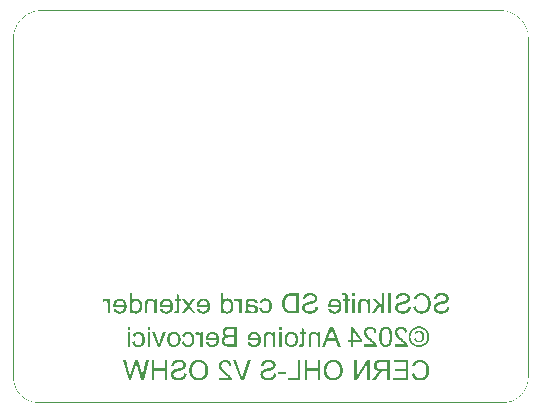
<source format=gbo>
%FSLAX46Y46*%
%MOMM*%
%LPD*%
G01*
%ADD10C,0.050000*%
D10*
%LPD*%
%LPD*%
G36*
X0006498742Y0036853472D02*
G01*
X0006438992Y0036848923D01*
X0006379660Y0036842895D01*
X0006320771Y0036835406D01*
X0006262336Y0036826474D01*
X0006204380Y0036816119D01*
X0006146915Y0036804358D01*
X0006089967Y0036791211D01*
X0006033548Y0036776694D01*
X0005977679Y0036760827D01*
X0005922381Y0036743629D01*
X0005867668Y0036725117D01*
X0005813561Y0036705309D01*
X0005760079Y0036684225D01*
X0005707240Y0036661884D01*
X0005655062Y0036638301D01*
X0005603565Y0036613498D01*
X0005552767Y0036587492D01*
X0005502685Y0036560301D01*
X0005453341Y0036531943D01*
X0005404752Y0036502439D01*
X0005356936Y0036471804D01*
X0005309912Y0036440057D01*
X0005263700Y0036407220D01*
X0005218318Y0036373308D01*
X0005173784Y0036338340D01*
X0005130117Y0036302334D01*
X0005087336Y0036265310D01*
X0005045461Y0036227287D01*
X0005004509Y0036188281D01*
X0004964498Y0036148312D01*
X0004925449Y0036107397D01*
X0004887379Y0036065557D01*
X0004850308Y0036022809D01*
X0004814254Y0035979172D01*
X0004779234Y0035934662D01*
X0004745270Y0035889301D01*
X0004712380Y0035843107D01*
X0004680580Y0035796097D01*
X0004649891Y0035748289D01*
X0004620332Y0035699703D01*
X0004591920Y0035650358D01*
X0004564674Y0035600270D01*
X0004538614Y0035549460D01*
X0004513758Y0035497944D01*
X0004490123Y0035445743D01*
X0004467730Y0035392872D01*
X0004446597Y0035339354D01*
X0004426741Y0035285203D01*
X0004408183Y0035230441D01*
X0004390940Y0035175082D01*
X0004375032Y0035119149D01*
X0004360476Y0035062657D01*
X0004347292Y0035005627D01*
X0004335497Y0034948073D01*
X0004325112Y0034890018D01*
X0004316154Y0034831477D01*
X0004308643Y0034772470D01*
X0004302596Y0034713015D01*
X0004298032Y0034653128D01*
X0004294971Y0034592830D01*
X0004293431Y0034532102D01*
X0004293302Y0034501593D01*
X0004293302Y0005930220D01*
X0004293419Y0005899714D01*
X0004294824Y0005839107D01*
X0004297615Y0005779085D01*
X0004301778Y0005719625D01*
X0004307297Y0005660742D01*
X0004314156Y0005602445D01*
X0004322339Y0005544754D01*
X0004331829Y0005487676D01*
X0004342612Y0005431228D01*
X0004354671Y0005375422D01*
X0004367991Y0005320270D01*
X0004382555Y0005265786D01*
X0004398348Y0005211985D01*
X0004415353Y0005158879D01*
X0004433556Y0005106479D01*
X0004452940Y0005054801D01*
X0004473490Y0005003857D01*
X0004495189Y0004953662D01*
X0004518023Y0004904227D01*
X0004541974Y0004855568D01*
X0004567029Y0004807692D01*
X0004593170Y0004760620D01*
X0004620382Y0004714361D01*
X0004648650Y0004668929D01*
X0004677958Y0004624336D01*
X0004708289Y0004580600D01*
X0004739630Y0004537727D01*
X0004771962Y0004495737D01*
X0004805272Y0004454639D01*
X0004839543Y0004414449D01*
X0004874761Y0004375178D01*
X0004910909Y0004336840D01*
X0004947970Y0004299452D01*
X0004985932Y0004263021D01*
X0005024776Y0004227565D01*
X0005064488Y0004193095D01*
X0005105052Y0004159627D01*
X0005146454Y0004127170D01*
X0005188676Y0004095741D01*
X0005231703Y0004065353D01*
X0005275521Y0004036019D01*
X0005320113Y0004007751D01*
X0005365463Y0003980564D01*
X0005411556Y0003954472D01*
X0005458379Y0003929486D01*
X0005505912Y0003905621D01*
X0005554141Y0003882892D01*
X0005603052Y0003861309D01*
X0005652630Y0003840888D01*
X0005702855Y0003821642D01*
X0005753717Y0003803583D01*
X0005805199Y0003786726D01*
X0005857281Y0003771085D01*
X0005909953Y0003756673D01*
X0005963198Y0003743503D01*
X0006016999Y0003731588D01*
X0006071342Y0003720943D01*
X0006126212Y0003711581D01*
X0006181591Y0003703515D01*
X0006237465Y0003696760D01*
X0006293821Y0003691328D01*
X0006350640Y0003687234D01*
X0006407907Y0003684491D01*
X0006465642Y0003683112D01*
X0006494668Y0003682997D01*
X0045698751Y0003682997D01*
X0045724472Y0003683112D01*
X0045775898Y0003684489D01*
X0045827195Y0003687227D01*
X0045878381Y0003691315D01*
X0045929432Y0003696739D01*
X0045980289Y0003703481D01*
X0046056311Y0003715892D01*
X0046156905Y0003737171D01*
X0046256410Y0003763495D01*
X0046354673Y0003794765D01*
X0046451506Y0003830874D01*
X0046546722Y0003871716D01*
X0046640130Y0003917183D01*
X0046731543Y0003967167D01*
X0046820772Y0004021562D01*
X0046907628Y0004080259D01*
X0046991923Y0004143151D01*
X0047073468Y0004210128D01*
X0047152075Y0004281083D01*
X0047227556Y0004355908D01*
X0047299723Y0004434494D01*
X0047368388Y0004516731D01*
X0047433364Y0004602514D01*
X0047494483Y0004691761D01*
X0047537521Y0004760969D01*
X0047564969Y0004808022D01*
X0047591363Y0004855907D01*
X0047616658Y0004904576D01*
X0047640832Y0004954016D01*
X0047663861Y0005004214D01*
X0047685724Y0005055159D01*
X0047706395Y0005106832D01*
X0047725853Y0005159228D01*
X0047744072Y0005212326D01*
X0047761030Y0005266115D01*
X0047776704Y0005320584D01*
X0047791071Y0005375719D01*
X0047804106Y0005431505D01*
X0047815787Y0005487930D01*
X0047826090Y0005544981D01*
X0047834992Y0005602646D01*
X0047842469Y0005660909D01*
X0047848497Y0005719760D01*
X0047853054Y0005779183D01*
X0047856116Y0005839167D01*
X0047857659Y0005899738D01*
X0047857789Y0005930222D01*
X0047857789Y0034501594D01*
X0047857660Y0034532103D01*
X0047856124Y0034592832D01*
X0047853073Y0034653131D01*
X0047848524Y0034713019D01*
X0047842495Y0034772476D01*
X0047835006Y0034831485D01*
X0047826075Y0034890025D01*
X0047815719Y0034948083D01*
X0047803958Y0035005636D01*
X0047790810Y0035062668D01*
X0047776293Y0035119160D01*
X0047760427Y0035175095D01*
X0047743228Y0035230453D01*
X0047724716Y0035285216D01*
X0047704909Y0035339367D01*
X0047683825Y0035392885D01*
X0047661483Y0035445756D01*
X0047637901Y0035497957D01*
X0047613098Y0035549474D01*
X0047587092Y0035600283D01*
X0047559901Y0035650371D01*
X0047531544Y0035699717D01*
X0047502040Y0035748301D01*
X0047471405Y0035796109D01*
X0047439660Y0035843119D01*
X0047406823Y0035889312D01*
X0047372911Y0035934673D01*
X0047337944Y0035979180D01*
X0047301939Y0036022818D01*
X0047264916Y0036065565D01*
X0047226893Y0036107405D01*
X0047187887Y0036148319D01*
X0047147920Y0036188286D01*
X0047107005Y0036227292D01*
X0047065166Y0036265315D01*
X0047022419Y0036302338D01*
X0046978781Y0036338343D01*
X0046934274Y0036373310D01*
X0046888913Y0036407222D01*
X0046842719Y0036440059D01*
X0046795710Y0036471804D01*
X0046747902Y0036502439D01*
X0046699318Y0036531943D01*
X0046649972Y0036560300D01*
X0046599883Y0036587492D01*
X0046549074Y0036613497D01*
X0046497558Y0036638301D01*
X0046445357Y0036661882D01*
X0046392486Y0036684225D01*
X0046338968Y0036705308D01*
X0046284817Y0036725115D01*
X0046230054Y0036743627D01*
X0046174695Y0036760826D01*
X0046118761Y0036776693D01*
X0046062268Y0036791209D01*
X0046005236Y0036804357D01*
X0045947684Y0036816118D01*
X0045889626Y0036826474D01*
X0045831086Y0036835405D01*
X0045772077Y0036842895D01*
X0045712620Y0036848923D01*
X0045652732Y0036853472D01*
X0045592433Y0036856523D01*
X0045531703Y0036858059D01*
X0045501194Y0036858188D01*
X0006649896Y0036858188D01*
X0045599205Y0036891504D01*
X0045654960Y0036888682D01*
X0045715736Y0036884066D01*
X0045776078Y0036877948D01*
X0045835967Y0036870347D01*
X0045895385Y0036861281D01*
X0045954313Y0036850770D01*
X0046012732Y0036838832D01*
X0046070623Y0036825486D01*
X0046127966Y0036810751D01*
X0046184744Y0036794645D01*
X0046240937Y0036777187D01*
X0046296527Y0036758396D01*
X0046351494Y0036738290D01*
X0046405820Y0036716888D01*
X0046459487Y0036694210D01*
X0046512474Y0036670273D01*
X0046564765Y0036645096D01*
X0046616339Y0036618699D01*
X0046667178Y0036591100D01*
X0046717264Y0036562318D01*
X0046766577Y0036532371D01*
X0046815100Y0036501278D01*
X0046862813Y0036469058D01*
X0046909698Y0036435730D01*
X0046955735Y0036401312D01*
X0047000908Y0036365823D01*
X0047045195Y0036329281D01*
X0047088580Y0036291706D01*
X0047131044Y0036253116D01*
X0047172566Y0036213530D01*
X0047213130Y0036172966D01*
X0047252717Y0036131443D01*
X0047291307Y0036088979D01*
X0047328882Y0036045595D01*
X0047365423Y0036001307D01*
X0047400913Y0035956135D01*
X0047435331Y0035910097D01*
X0047468659Y0035863212D01*
X0047500879Y0035815499D01*
X0047531972Y0035766977D01*
X0047561919Y0035717663D01*
X0047590701Y0035667577D01*
X0047618300Y0035616738D01*
X0047644697Y0035565164D01*
X0047669874Y0035512873D01*
X0047693810Y0035459886D01*
X0047716489Y0035406219D01*
X0047737891Y0035351893D01*
X0047757996Y0035296926D01*
X0047776788Y0035241336D01*
X0047794246Y0035185143D01*
X0047810352Y0035128365D01*
X0047825087Y0035071022D01*
X0047838433Y0035013131D01*
X0047850371Y0034954712D01*
X0047860882Y0034895784D01*
X0047869947Y0034836366D01*
X0047877548Y0034776477D01*
X0047883667Y0034716135D01*
X0047888283Y0034655360D01*
X0047891379Y0034594170D01*
X0047892936Y0034532622D01*
X0047893066Y0034501672D01*
X0047893066Y0005930151D01*
X0047892935Y0005899213D01*
X0047891371Y0005837819D01*
X0047888263Y0005776935D01*
X0047883637Y0005716613D01*
X0047877517Y0005656866D01*
X0047869925Y0005597708D01*
X0047860886Y0005539155D01*
X0047850423Y0005481219D01*
X0047838561Y0005423915D01*
X0047825321Y0005367256D01*
X0047810730Y0005311258D01*
X0047794809Y0005255933D01*
X0047777584Y0005201296D01*
X0047759077Y0005147360D01*
X0047739313Y0005094140D01*
X0047718315Y0005041649D01*
X0047696108Y0004989901D01*
X0047672715Y0004938911D01*
X0047648160Y0004888691D01*
X0047622466Y0004839255D01*
X0047595658Y0004790618D01*
X0047567741Y0004742762D01*
X0047524030Y0004672471D01*
X0047461994Y0004581885D01*
X0047396004Y0004494764D01*
X0047326269Y0004411245D01*
X0047252980Y0004331437D01*
X0047176325Y0004255449D01*
X0047096495Y0004183390D01*
X0047013678Y0004115368D01*
X0046928064Y0004051492D01*
X0046839840Y0003991870D01*
X0046749197Y0003936613D01*
X0046656322Y0003885829D01*
X0046561403Y0003839627D01*
X0046464630Y0003798117D01*
X0046366192Y0003761409D01*
X0046266276Y0003729614D01*
X0046165072Y0003702840D01*
X0046062806Y0003681207D01*
X0045985450Y0003668579D01*
X0045933615Y0003661707D01*
X0045881650Y0003656186D01*
X0045829540Y0003652024D01*
X0045777310Y0003649236D01*
X0045725024Y0003647836D01*
X0045698830Y0003647719D01*
X0006494598Y0003647719D01*
X0006465152Y0003647836D01*
X0006406642Y0003649234D01*
X0006348528Y0003652017D01*
X0006290860Y0003656173D01*
X0006233656Y0003661686D01*
X0006176931Y0003668544D01*
X0006120702Y0003676734D01*
X0006064984Y0003686240D01*
X0006009793Y0003697051D01*
X0005955147Y0003709153D01*
X0005901061Y0003722531D01*
X0005847551Y0003737173D01*
X0005794634Y0003753065D01*
X0005742325Y0003770193D01*
X0005690641Y0003788543D01*
X0005639598Y0003808102D01*
X0005589212Y0003828857D01*
X0005539499Y0003850793D01*
X0005490475Y0003873897D01*
X0005442157Y0003898156D01*
X0005394560Y0003923555D01*
X0005347701Y0003950081D01*
X0005301596Y0003977720D01*
X0005256261Y0004006459D01*
X0005211712Y0004036283D01*
X0005167965Y0004067180D01*
X0005125036Y0004099135D01*
X0005082941Y0004132134D01*
X0005041697Y0004166165D01*
X0005001319Y0004201212D01*
X0004961823Y0004237263D01*
X0004923226Y0004274303D01*
X0004885543Y0004312319D01*
X0004848791Y0004351297D01*
X0004812986Y0004391224D01*
X0004778143Y0004432084D01*
X0004744279Y0004473865D01*
X0004711409Y0004516553D01*
X0004679550Y0004560134D01*
X0004648718Y0004604594D01*
X0004618929Y0004649919D01*
X0004590198Y0004696096D01*
X0004562541Y0004743110D01*
X0004535975Y0004790948D01*
X0004510516Y0004839595D01*
X0004486179Y0004889039D01*
X0004462980Y0004939265D01*
X0004440936Y0004990258D01*
X0004420062Y0005042006D01*
X0004400374Y0005094494D01*
X0004381888Y0005147709D01*
X0004364619Y0005201636D01*
X0004348585Y0005256262D01*
X0004333799Y0005311572D01*
X0004320279Y0005367554D01*
X0004308041Y0005424192D01*
X0004297099Y0005481473D01*
X0004287470Y0005539382D01*
X0004279169Y0005597907D01*
X0004272212Y0005657033D01*
X0004266616Y0005716747D01*
X0004262395Y0005777033D01*
X0004259565Y0005837879D01*
X0004258143Y0005899237D01*
X0004258024Y0005930155D01*
X0004258024Y0034501672D01*
X0004258155Y0034532623D01*
X0004259716Y0034594172D01*
X0004262823Y0034655363D01*
X0004267454Y0034716140D01*
X0004273591Y0034776483D01*
X0004281215Y0034836373D01*
X0004290308Y0034895793D01*
X0004300849Y0034954722D01*
X0004312821Y0035013141D01*
X0004326204Y0035071033D01*
X0004340979Y0035128377D01*
X0004357128Y0035185155D01*
X0004374631Y0035241349D01*
X0004393470Y0035296939D01*
X0004413625Y0035351906D01*
X0004435077Y0035406233D01*
X0004457808Y0035459899D01*
X0004481798Y0035512887D01*
X0004507028Y0035565177D01*
X0004533480Y0035616751D01*
X0004561134Y0035667590D01*
X0004589972Y0035717676D01*
X0004619974Y0035766989D01*
X0004651122Y0035815511D01*
X0004683396Y0035863223D01*
X0004716778Y0035910108D01*
X0004751249Y0035956145D01*
X0004786789Y0036001316D01*
X0004823380Y0036045603D01*
X0004861003Y0036088988D01*
X0004899639Y0036131450D01*
X0004939268Y0036172972D01*
X0004979873Y0036213536D01*
X0005021434Y0036253121D01*
X0005063933Y0036291711D01*
X0005107350Y0036329285D01*
X0005151666Y0036365826D01*
X0005196863Y0036401314D01*
X0005242922Y0036435732D01*
X0005289823Y0036469060D01*
X0005337548Y0036501279D01*
X0005386078Y0036532371D01*
X0005435395Y0036562318D01*
X0005485478Y0036591100D01*
X0005536310Y0036618699D01*
X0005587870Y0036645096D01*
X0005640141Y0036670272D01*
X0005693104Y0036694208D01*
X0005746739Y0036716887D01*
X0005801027Y0036738288D01*
X0005855949Y0036758394D01*
X0005911487Y0036777185D01*
X0005967621Y0036794643D01*
X0006024332Y0036810750D01*
X0006081602Y0036825485D01*
X0006139410Y0036838831D01*
X0006197739Y0036850769D01*
X0006256568Y0036861280D01*
X0006269795Y0036863302D01*
X0006619469Y0036858059D01*
X0006558896Y0036856523D01*
G37*
G36*
X0045532223Y0036893335D02*
G01*
X0045593771Y0036891779D01*
X0045599205Y0036891504D01*
X0006649896Y0036858188D01*
X0006619469Y0036858059D01*
X0006269795Y0036863302D01*
X0006315879Y0036870346D01*
X0006375652Y0036877947D01*
X0006435869Y0036884065D01*
X0006496509Y0036888682D01*
X0006557555Y0036891778D01*
X0006618949Y0036893335D01*
X0006649818Y0036893466D01*
X0045501273Y0036893466D01*
G37*
%LPD*%
G36*
X0040555213Y0012950322D02*
G01*
X0040596575Y0012948648D01*
X0040637006Y0012945258D01*
X0040676549Y0012940111D01*
X0040715244Y0012933166D01*
X0040753133Y0012924381D01*
X0040790258Y0012913715D01*
X0040826659Y0012901126D01*
X0040844573Y0012894016D01*
X0040861606Y0012886602D01*
X0040894017Y0012870396D01*
X0040924444Y0012852537D01*
X0040952887Y0012833024D01*
X0040979345Y0012811857D01*
X0041003819Y0012789037D01*
X0041026309Y0012764563D01*
X0041046814Y0012738435D01*
X0041056239Y0012724683D01*
X0041065307Y0012710737D01*
X0041081513Y0012682315D01*
X0041095403Y0012653293D01*
X0041106979Y0012623714D01*
X0041116239Y0012593618D01*
X0041123185Y0012563046D01*
X0041127815Y0012532040D01*
X0041130130Y0012500641D01*
X0041130323Y0012484794D01*
X0041130157Y0012470297D01*
X0041128194Y0012441875D01*
X0041124308Y0012414176D01*
X0041118541Y0012387243D01*
X0041110934Y0012361115D01*
X0041101529Y0012335835D01*
X0041090367Y0012311444D01*
X0041077489Y0012287983D01*
X0041070351Y0012276655D01*
X0041062909Y0012264832D01*
X0041046373Y0012242032D01*
X0041027852Y0012220287D01*
X0041007347Y0012199637D01*
X0040984857Y0012180124D01*
X0040960383Y0012161789D01*
X0040933925Y0012144674D01*
X0040905482Y0012128819D01*
X0040890434Y0012121433D01*
X0040878197Y0012115452D01*
X0040850375Y0012103216D01*
X0040801468Y0012084281D01*
X0040720770Y0012057823D01*
X0040622544Y0012030042D01*
X0040565879Y0012015600D01*
X0040509434Y0012002591D01*
X0040414019Y0011978944D01*
X0040339274Y0011958439D01*
X0040284870Y0011941406D01*
X0040266018Y0011934461D01*
X0040240221Y0011923768D01*
X0040195077Y0011901113D01*
X0040166345Y0011882881D01*
X0040149291Y0011870127D01*
X0040133995Y0011856816D01*
X0040120415Y0011842904D01*
X0040114324Y0011835683D01*
X0040108508Y0011828352D01*
X0040098235Y0011813139D01*
X0040089554Y0011797264D01*
X0040082422Y0011780727D01*
X0040076800Y0011763529D01*
X0040072645Y0011745670D01*
X0040069916Y0011727149D01*
X0040068573Y0011707967D01*
X0040068463Y0011698100D01*
X0040068573Y0011688233D01*
X0040069937Y0011669010D01*
X0040072748Y0011650324D01*
X0040077089Y0011632092D01*
X0040083042Y0011614233D01*
X0040090690Y0011596663D01*
X0040100116Y0011579300D01*
X0040111402Y0011562060D01*
X0040117851Y0011553461D01*
X0040123942Y0011545579D01*
X0040137482Y0011530386D01*
X0040152612Y0011515917D01*
X0040169294Y0011502212D01*
X0040187484Y0011489314D01*
X0040207141Y0011477263D01*
X0040228225Y0011466101D01*
X0040250694Y0011455869D01*
X0040262490Y0011451156D01*
X0040274507Y0011446608D01*
X0040299601Y0011438361D01*
X0040339330Y0011427840D01*
X0040396215Y0011417918D01*
X0040456738Y0011412791D01*
X0040488268Y0011412350D01*
X0040506072Y0011412488D01*
X0040541088Y0011414121D01*
X0040575318Y0011417346D01*
X0040608681Y0011422121D01*
X0040641092Y0011428405D01*
X0040672470Y0011436156D01*
X0040702732Y0011445334D01*
X0040731794Y0011455896D01*
X0040745795Y0011461739D01*
X0040760182Y0011467803D01*
X0040787302Y0011480990D01*
X0040812437Y0011495377D01*
X0040835588Y0011510880D01*
X0040856755Y0011527417D01*
X0040875937Y0011544904D01*
X0040893135Y0011563259D01*
X0040908349Y0011582400D01*
X0040915129Y0011592267D01*
X0040921660Y0011602327D01*
X0040933877Y0011623803D01*
X0040945039Y0011646872D01*
X0040955105Y0011671490D01*
X0040964035Y0011697618D01*
X0040971787Y0011725213D01*
X0040978318Y0011754235D01*
X0040983589Y0011784641D01*
X0040985684Y0011800406D01*
X0041197350Y0011782767D01*
X0041195835Y0011760443D01*
X0041190874Y0011717365D01*
X0041183598Y0011676024D01*
X0041174007Y0011636254D01*
X0041162100Y0011597889D01*
X0041147879Y0011560765D01*
X0041131342Y0011524716D01*
X0041112491Y0011489576D01*
X0041102101Y0011472323D01*
X0041090718Y0011455952D01*
X0041066513Y0011424863D01*
X0041040468Y0011395759D01*
X0041012459Y0011368639D01*
X0040982363Y0011343504D01*
X0040950055Y0011320353D01*
X0040915411Y0011299186D01*
X0040878307Y0011280004D01*
X0040858684Y0011271239D01*
X0040839309Y0011262833D01*
X0040798609Y0011247930D01*
X0040755531Y0011235280D01*
X0040710035Y0011224841D01*
X0040662080Y0011216573D01*
X0040611623Y0011210434D01*
X0040558623Y0011206382D01*
X0040503040Y0011204377D01*
X0040474157Y0011204212D01*
X0040451750Y0011204377D01*
X0040407784Y0011206382D01*
X0040364871Y0011210434D01*
X0040323055Y0011216573D01*
X0040282375Y0011224841D01*
X0040242874Y0011235280D01*
X0040204592Y0011247930D01*
X0040167571Y0011262833D01*
X0040149601Y0011271239D01*
X0040131907Y0011279342D01*
X0040098173Y0011297181D01*
X0040066423Y0011316942D01*
X0040036658Y0011338584D01*
X0040008876Y0011362066D01*
X0039983079Y0011387346D01*
X0039959267Y0011414383D01*
X0039937439Y0011443136D01*
X0039927352Y0011458212D01*
X0039918257Y0011472819D01*
X0039901761Y0011502584D01*
X0039887375Y0011533011D01*
X0039875179Y0011564100D01*
X0039865257Y0011595850D01*
X0039857692Y0011628261D01*
X0039852566Y0011661334D01*
X0039849961Y0011695069D01*
X0039849741Y0011712211D01*
X0039849934Y0011729299D01*
X0039852228Y0011762413D01*
X0039856775Y0011794329D01*
X0039863535Y0011825128D01*
X0039872464Y0011854893D01*
X0039883523Y0011883708D01*
X0039896670Y0011911655D01*
X0039911863Y0011938816D01*
X0039920296Y0011952100D01*
X0039929116Y0011965219D01*
X0039948939Y0011990375D01*
X0039971345Y0012014270D01*
X0039996295Y0012036946D01*
X0040023745Y0012058443D01*
X0040053656Y0012078804D01*
X0040085984Y0012098069D01*
X0040120690Y0012116279D01*
X0040139018Y0012124961D01*
X0040152027Y0012130942D01*
X0040182475Y0012143179D01*
X0040237520Y0012162113D01*
X0040330786Y0012188571D01*
X0040446045Y0012216352D01*
X0040512962Y0012230794D01*
X0040546779Y0012238098D01*
X0040608667Y0012252939D01*
X0040663733Y0012267987D01*
X0040712061Y0012283160D01*
X0040753733Y0012298373D01*
X0040788831Y0012313545D01*
X0040817439Y0012328593D01*
X0040839640Y0012343435D01*
X0040848101Y0012350738D01*
X0040855900Y0012358097D01*
X0040870080Y0012373641D01*
X0040882483Y0012390178D01*
X0040893025Y0012407707D01*
X0040901624Y0012426227D01*
X0040908197Y0012445740D01*
X0040912662Y0012466246D01*
X0040914936Y0012487743D01*
X0040915129Y0012498905D01*
X0040914880Y0012512051D01*
X0040911925Y0012537518D01*
X0040906054Y0012561992D01*
X0040897311Y0012585473D01*
X0040885735Y0012607963D01*
X0040871369Y0012629460D01*
X0040854254Y0012649965D01*
X0040834431Y0012669478D01*
X0040823406Y0012678822D01*
X0040811252Y0012687889D01*
X0040784401Y0012704095D01*
X0040754387Y0012717985D01*
X0040721087Y0012729561D01*
X0040684376Y0012738821D01*
X0040644131Y0012745767D01*
X0040600226Y0012750397D01*
X0040552539Y0012752712D01*
X0040527073Y0012752905D01*
X0040502875Y0012752684D01*
X0040457193Y0012750059D01*
X0040414694Y0012744850D01*
X0040375296Y0012737099D01*
X0040338916Y0012726846D01*
X0040305471Y0012714134D01*
X0040274879Y0012699003D01*
X0040247056Y0012681495D01*
X0040234268Y0012671766D01*
X0040221921Y0012661624D01*
X0040199431Y0012639155D01*
X0040179588Y0012614102D01*
X0040162390Y0012586507D01*
X0040147838Y0012556410D01*
X0040135931Y0012523854D01*
X0040126671Y0012488880D01*
X0040120056Y0012451528D01*
X0040117851Y0012431877D01*
X0039902657Y0012449516D01*
X0039903512Y0012467954D01*
X0039907129Y0012504004D01*
X0039912999Y0012539061D01*
X0039921082Y0012573126D01*
X0039931334Y0012606199D01*
X0039943716Y0012638280D01*
X0039958185Y0012669368D01*
X0039974701Y0012699464D01*
X0039983796Y0012714099D01*
X0039993249Y0012728514D01*
X0040014065Y0012755943D01*
X0040037133Y0012781658D01*
X0040062413Y0012805615D01*
X0040089864Y0012827774D01*
X0040119443Y0012848093D01*
X0040151110Y0012866531D01*
X0040184824Y0012883047D01*
X0040202518Y0012890488D01*
X0040220488Y0012897626D01*
X0040257550Y0012910504D01*
X0040295997Y0012921666D01*
X0040335871Y0012931071D01*
X0040377212Y0012938678D01*
X0040420062Y0012944445D01*
X0040464462Y0012948331D01*
X0040510454Y0012950295D01*
X0040534129Y0012950460D01*
G37*
%LPD*%
G36*
X0038843801Y0012943129D02*
G01*
X0038898351Y0012939842D01*
X0038951846Y0012933310D01*
X0039004246Y0012923575D01*
X0039055509Y0012910676D01*
X0039105594Y0012894657D01*
X0039154459Y0012875557D01*
X0039202063Y0012853419D01*
X0039225325Y0012841099D01*
X0039248255Y0012828283D01*
X0039291911Y0012800171D01*
X0039332922Y0012769083D01*
X0039371286Y0012735018D01*
X0039407005Y0012697976D01*
X0039440078Y0012657958D01*
X0039470505Y0012614963D01*
X0039498286Y0012568992D01*
X0039511074Y0012544766D01*
X0039523394Y0012520127D01*
X0039545532Y0012469174D01*
X0039564632Y0012416175D01*
X0039580651Y0012361088D01*
X0039593550Y0012303871D01*
X0039603286Y0012244485D01*
X0039609817Y0012182887D01*
X0039613104Y0012119035D01*
X0039613380Y0012086155D01*
X0039613159Y0012055839D01*
X0039610493Y0011996266D01*
X0039605118Y0011937892D01*
X0039596995Y0011880635D01*
X0039586081Y0011824411D01*
X0039572335Y0011769138D01*
X0039555716Y0011714733D01*
X0039536182Y0011661114D01*
X0039525185Y0011634600D01*
X0039513748Y0011608418D01*
X0039488902Y0011558788D01*
X0039461617Y0011512403D01*
X0039431810Y0011469222D01*
X0039399398Y0011429204D01*
X0039364300Y0011392307D01*
X0039326431Y0011358490D01*
X0039285710Y0011327711D01*
X0039264130Y0011313573D01*
X0039242688Y0011299985D01*
X0039197047Y0011275821D01*
X0039148099Y0011255234D01*
X0039095844Y0011238180D01*
X0039040282Y0011224621D01*
X0038981412Y0011214513D01*
X0038919235Y0011207815D01*
X0038853751Y0011204487D01*
X0038819630Y0011204212D01*
X0038786778Y0011204598D01*
X0038723278Y0011209207D01*
X0038662424Y0011218385D01*
X0038604216Y0011232089D01*
X0038548653Y0011250280D01*
X0038495737Y0011272914D01*
X0038445466Y0011299951D01*
X0038397841Y0011331349D01*
X0038375131Y0011348851D01*
X0038363955Y0011357870D01*
X0038342292Y0011376801D01*
X0038321456Y0011396800D01*
X0038301447Y0011417861D01*
X0038272881Y0011451301D01*
X0038237823Y0011499732D01*
X0038206073Y0011552318D01*
X0038177631Y0011609017D01*
X0038152495Y0011669788D01*
X0038130667Y0011734591D01*
X0038121131Y0011768656D01*
X0038343381Y0011825100D01*
X0038349555Y0011798917D01*
X0038364086Y0011749287D01*
X0038381201Y0011702903D01*
X0038400859Y0011659722D01*
X0038423018Y0011619704D01*
X0038447636Y0011582807D01*
X0038474673Y0011548990D01*
X0038504088Y0011518211D01*
X0038519770Y0011504073D01*
X0038536444Y0011491091D01*
X0038571170Y0011467651D01*
X0038607551Y0011447311D01*
X0038645584Y0011430155D01*
X0038685272Y0011416264D01*
X0038726613Y0011405722D01*
X0038769608Y0011398611D01*
X0038814256Y0011395015D01*
X0038837269Y0011394712D01*
X0038856397Y0011394905D01*
X0038894100Y0011397240D01*
X0038931141Y0011401953D01*
X0038967521Y0011409085D01*
X0039003240Y0011418676D01*
X0039038297Y0011430768D01*
X0039072693Y0011445403D01*
X0039106428Y0011462621D01*
X0039123019Y0011472323D01*
X0039139363Y0011482465D01*
X0039170141Y0011504934D01*
X0039198666Y0011529987D01*
X0039224980Y0011557582D01*
X0039249123Y0011587678D01*
X0039271137Y0011620234D01*
X0039291064Y0011655209D01*
X0039308944Y0011692561D01*
X0039317047Y0011712211D01*
X0039324819Y0011732220D01*
X0039338709Y0011773851D01*
X0039350616Y0011817342D01*
X0039360537Y0011862610D01*
X0039368475Y0011909574D01*
X0039374428Y0011958150D01*
X0039378397Y0012008255D01*
X0039380381Y0012059807D01*
X0039380547Y0012086155D01*
X0039380409Y0012107267D01*
X0039378755Y0012148980D01*
X0039375448Y0012190156D01*
X0039370487Y0012230877D01*
X0039363872Y0012271226D01*
X0039355604Y0012311285D01*
X0039345682Y0012351138D01*
X0039334107Y0012390867D01*
X0039327630Y0012410711D01*
X0039320822Y0012430361D01*
X0039305258Y0012467775D01*
X0039287316Y0012502998D01*
X0039266955Y0012536112D01*
X0039244135Y0012567201D01*
X0039218813Y0012596346D01*
X0039190949Y0012623631D01*
X0039160502Y0012649139D01*
X0039144186Y0012661183D01*
X0039127511Y0012672813D01*
X0039092744Y0012693360D01*
X0039056198Y0012710723D01*
X0039017792Y0012724986D01*
X0038977443Y0012736231D01*
X0038935069Y0012744540D01*
X0038890586Y0012749997D01*
X0038843911Y0012752684D01*
X0038819630Y0012752905D01*
X0038798629Y0012752684D01*
X0038758239Y0012750038D01*
X0038719709Y0012744747D01*
X0038682957Y0012736809D01*
X0038647899Y0012726226D01*
X0038614455Y0012712997D01*
X0038582539Y0012697122D01*
X0038552071Y0012678601D01*
X0038537409Y0012668238D01*
X0038523656Y0012657407D01*
X0038497528Y0012633243D01*
X0038473054Y0012606040D01*
X0038450234Y0012575758D01*
X0038429067Y0012542355D01*
X0038409554Y0012505788D01*
X0038391695Y0012466018D01*
X0038375489Y0012423003D01*
X0038368075Y0012400127D01*
X0038149353Y0012453044D01*
X0038158228Y0012481872D01*
X0038178712Y0012536794D01*
X0038202442Y0012588471D01*
X0038229376Y0012636943D01*
X0038259472Y0012682253D01*
X0038292690Y0012724441D01*
X0038328987Y0012763550D01*
X0038368323Y0012799620D01*
X0038389242Y0012816405D01*
X0038411263Y0012831949D01*
X0038457255Y0012859730D01*
X0038505624Y0012883543D01*
X0038556412Y0012903386D01*
X0038609659Y0012919261D01*
X0038665407Y0012931168D01*
X0038723698Y0012939105D01*
X0038784573Y0012943074D01*
X0038816103Y0012943405D01*
G37*
%LPD*%
G36*
X0037284966Y0012950322D02*
G01*
X0037326328Y0012948648D01*
X0037366759Y0012945258D01*
X0037406302Y0012940111D01*
X0037444997Y0012933166D01*
X0037482886Y0012924381D01*
X0037520011Y0012913715D01*
X0037556412Y0012901126D01*
X0037574326Y0012894016D01*
X0037591359Y0012886602D01*
X0037623770Y0012870396D01*
X0037654197Y0012852537D01*
X0037682640Y0012833024D01*
X0037709098Y0012811857D01*
X0037733572Y0012789037D01*
X0037756062Y0012764563D01*
X0037776567Y0012738435D01*
X0037785993Y0012724683D01*
X0037795060Y0012710737D01*
X0037811266Y0012682315D01*
X0037825156Y0012653293D01*
X0037836732Y0012623714D01*
X0037845992Y0012593618D01*
X0037852938Y0012563046D01*
X0037857568Y0012532040D01*
X0037859883Y0012500641D01*
X0037860076Y0012484794D01*
X0037859938Y0012470297D01*
X0037858243Y0012441875D01*
X0037854770Y0012414176D01*
X0037849437Y0012387243D01*
X0037842161Y0012361115D01*
X0037832860Y0012335835D01*
X0037821449Y0012311444D01*
X0037807848Y0012287983D01*
X0037800104Y0012276655D01*
X0037792662Y0012264832D01*
X0037776126Y0012242032D01*
X0037757605Y0012220287D01*
X0037737100Y0012199637D01*
X0037714610Y0012180124D01*
X0037690136Y0012161789D01*
X0037663678Y0012144674D01*
X0037635235Y0012128819D01*
X0037620187Y0012121433D01*
X0037607950Y0012115452D01*
X0037580128Y0012103216D01*
X0037531221Y0012084281D01*
X0037450523Y0012057823D01*
X0037352297Y0012030042D01*
X0037295632Y0012015600D01*
X0037239187Y0012002591D01*
X0037143772Y0011978944D01*
X0037069028Y0011958439D01*
X0037014623Y0011941406D01*
X0036995771Y0011934461D01*
X0036969974Y0011923768D01*
X0036924830Y0011901113D01*
X0036896098Y0011882881D01*
X0036879044Y0011870127D01*
X0036863748Y0011856816D01*
X0036850168Y0011842904D01*
X0036844077Y0011835683D01*
X0036838261Y0011828352D01*
X0036827988Y0011813139D01*
X0036819307Y0011797264D01*
X0036812175Y0011780727D01*
X0036806553Y0011763529D01*
X0036802398Y0011745670D01*
X0036799670Y0011727149D01*
X0036798326Y0011707967D01*
X0036798216Y0011698100D01*
X0036798326Y0011688233D01*
X0036799670Y0011669010D01*
X0036802398Y0011650324D01*
X0036806553Y0011632092D01*
X0036812175Y0011614233D01*
X0036819307Y0011596663D01*
X0036827988Y0011579300D01*
X0036838261Y0011562060D01*
X0036844077Y0011553461D01*
X0036850168Y0011544973D01*
X0036863707Y0011529056D01*
X0036878838Y0011514339D01*
X0036895519Y0011500738D01*
X0036913709Y0011488170D01*
X0036933367Y0011476553D01*
X0036965344Y0011460637D01*
X0036988716Y0011451156D01*
X0037000732Y0011446608D01*
X0037025826Y0011438361D01*
X0037065555Y0011427840D01*
X0037122440Y0011417918D01*
X0037182964Y0011412791D01*
X0037214493Y0011412350D01*
X0037232297Y0011412488D01*
X0037267313Y0011414121D01*
X0037301544Y0011417346D01*
X0037334906Y0011422121D01*
X0037367317Y0011428405D01*
X0037398695Y0011436156D01*
X0037428957Y0011445334D01*
X0037458020Y0011455896D01*
X0037472021Y0011461739D01*
X0037486407Y0011467803D01*
X0037513527Y0011480990D01*
X0037538662Y0011495377D01*
X0037561814Y0011510880D01*
X0037582980Y0011527417D01*
X0037602162Y0011544904D01*
X0037619360Y0011563259D01*
X0037634574Y0011582400D01*
X0037641354Y0011592267D01*
X0037647886Y0011602327D01*
X0037660102Y0011623803D01*
X0037671264Y0011646872D01*
X0037681331Y0011671490D01*
X0037690260Y0011697618D01*
X0037698012Y0011725213D01*
X0037704544Y0011754235D01*
X0037709815Y0011784641D01*
X0037711909Y0011800406D01*
X0037923576Y0011782767D01*
X0037922694Y0011760443D01*
X0037918746Y0011717365D01*
X0037912214Y0011676024D01*
X0037903139Y0011636254D01*
X0037891564Y0011597889D01*
X0037877529Y0011560765D01*
X0037861075Y0011524716D01*
X0037842244Y0011489576D01*
X0037831854Y0011472323D01*
X0037820443Y0011455952D01*
X0037795970Y0011424863D01*
X0037769511Y0011395759D01*
X0037741069Y0011368639D01*
X0037710642Y0011343504D01*
X0037678230Y0011320353D01*
X0037643834Y0011299186D01*
X0037607454Y0011280004D01*
X0037588437Y0011271239D01*
X0037569034Y0011262833D01*
X0037528065Y0011247930D01*
X0037484575Y0011235280D01*
X0037438645Y0011224841D01*
X0037390358Y0011216573D01*
X0037339798Y0011210434D01*
X0037287047Y0011206382D01*
X0037232187Y0011204377D01*
X0037203910Y0011204212D01*
X0037181503Y0011204377D01*
X0037137537Y0011206382D01*
X0037094625Y0011210434D01*
X0037052808Y0011216573D01*
X0037012128Y0011224841D01*
X0036972627Y0011235280D01*
X0036934345Y0011247930D01*
X0036897324Y0011262833D01*
X0036879354Y0011271239D01*
X0036861660Y0011279342D01*
X0036827926Y0011297181D01*
X0036796176Y0011316942D01*
X0036766411Y0011338584D01*
X0036738629Y0011362066D01*
X0036712833Y0011387346D01*
X0036689020Y0011414383D01*
X0036667192Y0011443136D01*
X0036657105Y0011458212D01*
X0036647403Y0011472819D01*
X0036630185Y0011502584D01*
X0036615550Y0011533011D01*
X0036603458Y0011564100D01*
X0036593867Y0011595850D01*
X0036586735Y0011628261D01*
X0036582022Y0011661334D01*
X0036579687Y0011695069D01*
X0036579494Y0011712211D01*
X0036579687Y0011729299D01*
X0036581981Y0011762413D01*
X0036586529Y0011794329D01*
X0036593288Y0011825128D01*
X0036602218Y0011854893D01*
X0036613276Y0011883708D01*
X0036626423Y0011911655D01*
X0036641616Y0011938816D01*
X0036650049Y0011952100D01*
X0036658869Y0011965219D01*
X0036678692Y0011990375D01*
X0036701099Y0012014270D01*
X0036726048Y0012036946D01*
X0036753498Y0012058443D01*
X0036783409Y0012078804D01*
X0036815737Y0012098069D01*
X0036850443Y0012116279D01*
X0036868771Y0012124961D01*
X0036881780Y0012130942D01*
X0036912228Y0012143179D01*
X0036967273Y0012162113D01*
X0037060539Y0012188571D01*
X0037175798Y0012216352D01*
X0037242715Y0012230794D01*
X0037276532Y0012238098D01*
X0037338420Y0012252939D01*
X0037393486Y0012267987D01*
X0037441814Y0012283160D01*
X0037483486Y0012298373D01*
X0037518584Y0012313545D01*
X0037547193Y0012328593D01*
X0037569393Y0012343435D01*
X0037577854Y0012350738D01*
X0037585654Y0012358097D01*
X0037599834Y0012373641D01*
X0037612236Y0012390178D01*
X0037622778Y0012407707D01*
X0037631377Y0012426227D01*
X0037637950Y0012445740D01*
X0037642415Y0012466246D01*
X0037644689Y0012487743D01*
X0037644882Y0012498905D01*
X0037644634Y0012512051D01*
X0037641678Y0012537518D01*
X0037635807Y0012561992D01*
X0037627064Y0012585473D01*
X0037615488Y0012607963D01*
X0037601122Y0012629460D01*
X0037584007Y0012649965D01*
X0037564184Y0012669478D01*
X0037553159Y0012678822D01*
X0037541611Y0012687889D01*
X0037515484Y0012704095D01*
X0037485718Y0012717985D01*
X0037452315Y0012729561D01*
X0037415273Y0012738821D01*
X0037374593Y0012745767D01*
X0037330276Y0012750397D01*
X0037282320Y0012752712D01*
X0037256826Y0012752905D01*
X0037232628Y0012752684D01*
X0037186946Y0012750059D01*
X0037144447Y0012744850D01*
X0037105049Y0012737099D01*
X0037068669Y0012726846D01*
X0037035224Y0012714134D01*
X0037004632Y0012699003D01*
X0036976809Y0012681495D01*
X0036964021Y0012671766D01*
X0036951674Y0012661624D01*
X0036929184Y0012639155D01*
X0036909341Y0012614102D01*
X0036892143Y0012586507D01*
X0036877591Y0012556410D01*
X0036865684Y0012523854D01*
X0036856424Y0012488880D01*
X0036849809Y0012451528D01*
X0036847605Y0012431877D01*
X0036632410Y0012449516D01*
X0036633265Y0012467954D01*
X0036636882Y0012504004D01*
X0036642752Y0012539061D01*
X0036650835Y0012573126D01*
X0036661087Y0012606199D01*
X0036673469Y0012638280D01*
X0036687938Y0012669368D01*
X0036704454Y0012699464D01*
X0036713549Y0012714099D01*
X0036723609Y0012728514D01*
X0036745147Y0012755943D01*
X0036768464Y0012781658D01*
X0036793641Y0012805615D01*
X0036820760Y0012827774D01*
X0036849906Y0012848093D01*
X0036881160Y0012866531D01*
X0036914605Y0012883047D01*
X0036932271Y0012890488D01*
X0036950241Y0012897626D01*
X0036987303Y0012910504D01*
X0037025750Y0012921666D01*
X0037065624Y0012931071D01*
X0037106965Y0012938678D01*
X0037149815Y0012944445D01*
X0037194215Y0012948331D01*
X0037240207Y0012950295D01*
X0037263882Y0012950460D01*
G37*
%LPD*%
G36*
X0036237300Y0011235962D02*
G01*
X0036015050Y0011235962D01*
X0036015050Y0012922238D01*
X0036237300Y0012922238D01*
G37*
%LPD*%
G36*
X0035655217Y0011232434D02*
G01*
X0035440023Y0011235962D01*
X0035440023Y0011719267D01*
X0035295384Y0011860378D01*
X0034893217Y0011235962D01*
X0034639218Y0011235962D01*
X0035154273Y0012005017D01*
X0034688607Y0012456572D01*
X0034956717Y0012456572D01*
X0035447078Y0011959156D01*
X0035447078Y0012918710D01*
X0035655217Y0012918710D01*
G37*
%LPD*%
G36*
X0033910656Y0012477607D02*
G01*
X0033941494Y0012476036D01*
X0033971415Y0012472895D01*
X0034000413Y0012468182D01*
X0034028484Y0012461898D01*
X0034055622Y0012454043D01*
X0034081822Y0012444617D01*
X0034107078Y0012433621D01*
X0034131387Y0012421053D01*
X0034154742Y0012406914D01*
X0034177139Y0012391205D01*
X0034198571Y0012373924D01*
X0034219035Y0012355072D01*
X0034238525Y0012334650D01*
X0034257036Y0012312656D01*
X0034274562Y0012289092D01*
X0034282912Y0012276655D01*
X0034282912Y0012449516D01*
X0034469885Y0012449516D01*
X0034469885Y0011228906D01*
X0034265274Y0011228906D01*
X0034265274Y0011902711D01*
X0034265026Y0011931429D01*
X0034262049Y0011985007D01*
X0034256096Y0012033955D01*
X0034247166Y0012078273D01*
X0034235260Y0012117960D01*
X0034220377Y0012153018D01*
X0034202518Y0012183445D01*
X0034187077Y0012203082D01*
X0034175915Y0012214823D01*
X0034170024Y0012220211D01*
X0034158007Y0012230574D01*
X0034132892Y0012249094D01*
X0034106517Y0012264969D01*
X0034078922Y0012278199D01*
X0034050148Y0012288782D01*
X0034020238Y0012296719D01*
X0033989232Y0012302011D01*
X0033957172Y0012304657D01*
X0033940718Y0012304877D01*
X0033930218Y0012304767D01*
X0033910002Y0012303465D01*
X0033890654Y0012300902D01*
X0033872092Y0012297119D01*
X0033845468Y0012289388D01*
X0033812065Y0012275002D01*
X0033796080Y0012266072D01*
X0033788252Y0012261359D01*
X0033773700Y0012251148D01*
X0033760471Y0012240068D01*
X0033748565Y0012228203D01*
X0033737982Y0012215636D01*
X0033728721Y0012202448D01*
X0033720784Y0012188723D01*
X0033714169Y0012174543D01*
X0033711413Y0012167294D01*
X0033708188Y0012159191D01*
X0033702545Y0012141332D01*
X0033695703Y0012111070D01*
X0033689750Y0012063445D01*
X0033686939Y0012007883D01*
X0033686719Y0011976794D01*
X0033686719Y0011232434D01*
X0033478580Y0011232434D01*
X0033478580Y0011983850D01*
X0033478690Y0012018687D01*
X0033480013Y0012079541D01*
X0033482659Y0012129812D01*
X0033486628Y0012169499D01*
X0033489163Y0012184933D01*
X0033491258Y0012196095D01*
X0033496487Y0012217613D01*
X0033506306Y0012248268D01*
X0033522842Y0012285971D01*
X0033542190Y0012320532D01*
X0033552663Y0012336627D01*
X0033558727Y0012344510D01*
X0033571956Y0012359703D01*
X0033586508Y0012374172D01*
X0033602383Y0012387877D01*
X0033619581Y0012400775D01*
X0033638101Y0012412826D01*
X0033657945Y0012423988D01*
X0033679112Y0012434220D01*
X0033690246Y0012438933D01*
X0033702180Y0012444087D01*
X0033726344Y0012453058D01*
X0033750901Y0012460499D01*
X0033775891Y0012466494D01*
X0033814215Y0012473108D01*
X0033867297Y0012477408D01*
X0033894857Y0012477738D01*
G37*
%LPD*%
G36*
X0033161080Y0011235962D02*
G01*
X0032956469Y0011235962D01*
X0032956469Y0012456572D01*
X0033161080Y0012456572D01*
G37*
%LPD*%
G36*
X0033161080Y0012682349D02*
G01*
X0032956469Y0012682349D01*
X0032956469Y0012918710D01*
X0033161080Y0012918710D01*
G37*
%LPD*%
G36*
X0032267947Y0012950322D02*
G01*
X0032300358Y0012948689D01*
X0032330785Y0012945465D01*
X0032359228Y0012940690D01*
X0032385686Y0012934406D01*
X0032410160Y0012926655D01*
X0032432650Y0012917477D01*
X0032453155Y0012906914D01*
X0032462581Y0012901071D01*
X0032471731Y0012895008D01*
X0032488929Y0012881820D01*
X0032504804Y0012867433D01*
X0032519356Y0012851930D01*
X0032532585Y0012835394D01*
X0032544491Y0012817907D01*
X0032555075Y0012799551D01*
X0032564335Y0012780410D01*
X0032568414Y0012770544D01*
X0032573485Y0012755220D01*
X0032581423Y0012717186D01*
X0032586714Y0012670884D01*
X0032589360Y0012616975D01*
X0032589581Y0012587099D01*
X0032589581Y0012456572D01*
X0032773025Y0012456572D01*
X0032773025Y0012294294D01*
X0032589581Y0012294294D01*
X0032589581Y0011235962D01*
X0032384970Y0011235962D01*
X0032384970Y0012294294D01*
X0032148609Y0012294294D01*
X0032148609Y0012456572D01*
X0032384970Y0012456572D01*
X0032384970Y0012569461D01*
X0032384860Y0012583158D01*
X0032383557Y0012608645D01*
X0032380994Y0012631879D01*
X0032377211Y0012652901D01*
X0032372251Y0012671752D01*
X0032366153Y0012688475D01*
X0032358959Y0012703109D01*
X0032350712Y0012715698D01*
X0032346164Y0012721155D01*
X0032341369Y0012726309D01*
X0032330145Y0012735280D01*
X0032316998Y0012742721D01*
X0032301971Y0012748716D01*
X0032285103Y0012753346D01*
X0032266438Y0012756694D01*
X0032235370Y0012759630D01*
X0032212109Y0012759960D01*
X0032183005Y0012759519D01*
X0032122151Y0012754228D01*
X0032088637Y0012749377D01*
X0032056887Y0012929293D01*
X0032083125Y0012934365D01*
X0032133561Y0012942302D01*
X0032181847Y0012947594D01*
X0032228315Y0012950240D01*
X0032250914Y0012950460D01*
G37*
%LPD*%
G36*
X0031354736Y0012293040D02*
G01*
X0031322655Y0012278157D01*
X0031292373Y0012259450D01*
X0031263847Y0012236878D01*
X0031237037Y0012210399D01*
X0031224332Y0012195516D01*
X0031216505Y0012185429D01*
X0031201994Y0012163539D01*
X0031188930Y0012139479D01*
X0031177396Y0012113124D01*
X0031167474Y0012084350D01*
X0031159247Y0012053034D01*
X0031152798Y0012019052D01*
X0031148209Y0011982279D01*
X0031146721Y0011962683D01*
X0031827581Y0011962683D01*
X0031826644Y0011982362D01*
X0031822076Y0012020085D01*
X0031814387Y0012055887D01*
X0031803700Y0012089807D01*
X0031790140Y0012121888D01*
X0031773831Y0012152170D01*
X0031754897Y0012180696D01*
X0031733462Y0012207505D01*
X0031721748Y0012220211D01*
X0031709704Y0012231869D01*
X0031684259Y0012252705D01*
X0031657222Y0012270564D01*
X0031628634Y0012285447D01*
X0031598538Y0012297353D01*
X0031566974Y0012306283D01*
X0031533984Y0012312236D01*
X0031499609Y0012315213D01*
X0031481860Y0012315461D01*
X0031462181Y0012315158D01*
X0031780427Y0012404578D01*
X0031797809Y0012393843D01*
X0031820629Y0012377968D01*
X0031842705Y0012360771D01*
X0031864037Y0012342250D01*
X0031884625Y0012322406D01*
X0031894609Y0012311933D01*
X0031904428Y0012301260D01*
X0031923031Y0012279016D01*
X0031940394Y0012255689D01*
X0031956517Y0012231275D01*
X0031971400Y0012205767D01*
X0031985043Y0012179162D01*
X0031997445Y0012151453D01*
X0032008607Y0012122635D01*
X0032018529Y0012092705D01*
X0032027211Y0012061655D01*
X0032034652Y0012029481D01*
X0032040853Y0011996178D01*
X0032045814Y0011961741D01*
X0032049535Y0011926164D01*
X0032052946Y0011870796D01*
X0032053359Y0011832156D01*
X0032052946Y0011795445D01*
X0032049535Y0011742624D01*
X0032045814Y0011708582D01*
X0032040853Y0011675550D01*
X0032034652Y0011643534D01*
X0032027211Y0011612539D01*
X0032018529Y0011582569D01*
X0032008607Y0011553630D01*
X0031997445Y0011525728D01*
X0031985043Y0011498866D01*
X0031971400Y0011473051D01*
X0031956517Y0011448288D01*
X0031940394Y0011424581D01*
X0031923031Y0011401937D01*
X0031904428Y0011380359D01*
X0031894609Y0011370017D01*
X0031884618Y0011359868D01*
X0031863948Y0011340606D01*
X0031842450Y0011322591D01*
X0031820126Y0011305830D01*
X0031796975Y0011290327D01*
X0031772997Y0011276088D01*
X0031748193Y0011263117D01*
X0031722561Y0011251420D01*
X0031696103Y0011241002D01*
X0031668818Y0011231868D01*
X0031640706Y0011224024D01*
X0031611767Y0011217474D01*
X0031582001Y0011212223D01*
X0031551409Y0011208278D01*
X0031519990Y0011205642D01*
X0031487744Y0011204322D01*
X0031471276Y0011204212D01*
X0031445011Y0011204487D01*
X0031394409Y0011207774D01*
X0031346123Y0011214306D01*
X0031300152Y0011224042D01*
X0031256495Y0011236940D01*
X0031215154Y0011252960D01*
X0031176128Y0011272059D01*
X0031139417Y0011294198D01*
X0031122027Y0011306517D01*
X0031105049Y0011319939D01*
X0031073320Y0011348733D01*
X0031044298Y0011379905D01*
X0031018026Y0011413494D01*
X0030994544Y0011449544D01*
X0030973894Y0011488094D01*
X0030956118Y0011529187D01*
X0030941256Y0011572864D01*
X0030935054Y0011595795D01*
X0031150249Y0011624017D01*
X0031156285Y0011608941D01*
X0031169183Y0011580188D01*
X0031183074Y0011553151D01*
X0031197956Y0011527871D01*
X0031213831Y0011504390D01*
X0031230699Y0011482747D01*
X0031248558Y0011462986D01*
X0031267409Y0011445148D01*
X0031277249Y0011437045D01*
X0031287281Y0011429907D01*
X0031308406Y0011417029D01*
X0031330730Y0011405867D01*
X0031354171Y0011396462D01*
X0031378645Y0011388855D01*
X0031404069Y0011383088D01*
X0031430362Y0011379202D01*
X0031457441Y0011377238D01*
X0031471276Y0011377073D01*
X0031490321Y0011377348D01*
X0031527032Y0011380656D01*
X0031562089Y0011387270D01*
X0031595492Y0011397192D01*
X0031627242Y0011410421D01*
X0031657339Y0011426958D01*
X0031685781Y0011446801D01*
X0031712570Y0011469952D01*
X0031725276Y0011482906D01*
X0031737623Y0011496383D01*
X0031760092Y0011525818D01*
X0031779853Y0011558229D01*
X0031796865Y0011593617D01*
X0031811086Y0011631982D01*
X0031822476Y0011673323D01*
X0031830992Y0011717641D01*
X0031836594Y0011764935D01*
X0031838165Y0011789822D01*
X0030927999Y0011789822D01*
X0030927999Y0011846267D01*
X0030928412Y0011883612D01*
X0030931810Y0011937223D01*
X0030935508Y0011971725D01*
X0030940427Y0012005170D01*
X0030946564Y0012037563D01*
X0030953912Y0012068910D01*
X0030962467Y0012099216D01*
X0030972224Y0012128485D01*
X0030983176Y0012156724D01*
X0030995320Y0012183937D01*
X0031008650Y0012210129D01*
X0031023161Y0012235306D01*
X0031038847Y0012259472D01*
X0031055704Y0012282633D01*
X0031073726Y0012304795D01*
X0031083221Y0012315461D01*
X0031092874Y0012325927D01*
X0031112798Y0012345693D01*
X0031133458Y0012364069D01*
X0031154850Y0012381066D01*
X0031176430Y0012396313D01*
X0031424457Y0012311499D01*
X0031388656Y0012304140D01*
G37*
%LPD*%
G36*
X0031497672Y0012481156D02*
G01*
X0031528678Y0012479833D01*
X0031558940Y0012477187D01*
X0031588458Y0012473218D01*
X0031617231Y0012467927D01*
X0031645260Y0012461312D01*
X0031672545Y0012453375D01*
X0031699086Y0012444114D01*
X0031724883Y0012433531D01*
X0031749936Y0012421625D01*
X0031774245Y0012408396D01*
X0031780427Y0012404578D01*
X0031462181Y0012315158D01*
X0031424457Y0012311499D01*
X0031176430Y0012396313D01*
X0031176967Y0012396693D01*
X0031199806Y0012410960D01*
X0031223360Y0012423880D01*
X0031247624Y0012435460D01*
X0031272594Y0012445713D01*
X0031298265Y0012454648D01*
X0031324630Y0012462275D01*
X0031351685Y0012468605D01*
X0031379425Y0012473649D01*
X0031407844Y0012477416D01*
X0031451653Y0012480853D01*
X0031481860Y0012481266D01*
G37*
%LPD*%
G36*
X0029435668Y0012950322D02*
G01*
X0029477029Y0012948648D01*
X0029517461Y0012945258D01*
X0029557004Y0012940111D01*
X0029595699Y0012933166D01*
X0029633588Y0012924381D01*
X0029670713Y0012913715D01*
X0029707113Y0012901126D01*
X0029725028Y0012894016D01*
X0029742060Y0012886602D01*
X0029774472Y0012870396D01*
X0029804899Y0012852537D01*
X0029833342Y0012833024D01*
X0029859800Y0012811857D01*
X0029884274Y0012789037D01*
X0029906763Y0012764563D01*
X0029927269Y0012738435D01*
X0029936694Y0012724683D01*
X0029945762Y0012710737D01*
X0029961967Y0012682315D01*
X0029975858Y0012653293D01*
X0029987434Y0012623714D01*
X0029996694Y0012593618D01*
X0030003639Y0012563046D01*
X0030008270Y0012532040D01*
X0030010585Y0012500641D01*
X0030010778Y0012484794D01*
X0030010612Y0012470297D01*
X0030008648Y0012441875D01*
X0030004762Y0012414176D01*
X0029998995Y0012387243D01*
X0029991389Y0012361115D01*
X0029981983Y0012335835D01*
X0029970821Y0012311444D01*
X0029957944Y0012287983D01*
X0029950805Y0012276655D01*
X0029943364Y0012264832D01*
X0029926828Y0012242032D01*
X0029908307Y0012220287D01*
X0029887802Y0012199637D01*
X0029865312Y0012180124D01*
X0029840838Y0012161789D01*
X0029814380Y0012144674D01*
X0029785937Y0012128819D01*
X0029770889Y0012121433D01*
X0029758652Y0012115452D01*
X0029730829Y0012103216D01*
X0029681923Y0012084281D01*
X0029601225Y0012057823D01*
X0029502999Y0012030042D01*
X0029446334Y0012015600D01*
X0029389889Y0012002591D01*
X0029294474Y0011978944D01*
X0029219729Y0011958439D01*
X0029165324Y0011941406D01*
X0029146473Y0011934461D01*
X0029120676Y0011923768D01*
X0029075531Y0011901113D01*
X0029046799Y0011882881D01*
X0029029746Y0011870127D01*
X0029014450Y0011856816D01*
X0029000869Y0011842904D01*
X0028994779Y0011835683D01*
X0028988963Y0011828352D01*
X0028978690Y0011813139D01*
X0028970008Y0011797264D01*
X0028962877Y0011780727D01*
X0028957255Y0011763529D01*
X0028953100Y0011745670D01*
X0028950371Y0011727149D01*
X0028949028Y0011707967D01*
X0028948917Y0011698100D01*
X0028949028Y0011688233D01*
X0028950371Y0011669010D01*
X0028953100Y0011650324D01*
X0028957255Y0011632092D01*
X0028962877Y0011614233D01*
X0028970008Y0011596663D01*
X0028978690Y0011579300D01*
X0028988963Y0011562060D01*
X0028994779Y0011553461D01*
X0029000869Y0011544973D01*
X0029014409Y0011529056D01*
X0029029540Y0011514339D01*
X0029046221Y0011500738D01*
X0029064411Y0011488170D01*
X0029084068Y0011476553D01*
X0029116046Y0011460637D01*
X0029139417Y0011451156D01*
X0029164773Y0011442226D01*
X0029217855Y0011427840D01*
X0029274079Y0011417918D01*
X0029333776Y0011412791D01*
X0029365195Y0011412350D01*
X0029382999Y0011412488D01*
X0029418015Y0011414121D01*
X0029452245Y0011417346D01*
X0029485608Y0011422121D01*
X0029518019Y0011428405D01*
X0029549397Y0011436156D01*
X0029579659Y0011445334D01*
X0029608722Y0011455896D01*
X0029622722Y0011461739D01*
X0029637109Y0011467803D01*
X0029664229Y0011480990D01*
X0029689364Y0011495377D01*
X0029712515Y0011510880D01*
X0029733682Y0011527417D01*
X0029752864Y0011544904D01*
X0029770062Y0011563259D01*
X0029785276Y0011582400D01*
X0029792056Y0011592267D01*
X0029798587Y0011602327D01*
X0029810804Y0011623803D01*
X0029821966Y0011646872D01*
X0029832032Y0011671490D01*
X0029840962Y0011697618D01*
X0029848714Y0011725213D01*
X0029855245Y0011754235D01*
X0029860516Y0011784641D01*
X0029862611Y0011800406D01*
X0030074278Y0011782767D01*
X0030072789Y0011760443D01*
X0030068097Y0011717365D01*
X0030061234Y0011676024D01*
X0030052077Y0011636254D01*
X0030040502Y0011597889D01*
X0030026384Y0011560765D01*
X0030009599Y0011524716D01*
X0029990024Y0011489576D01*
X0029979028Y0011472323D01*
X0029967617Y0011455952D01*
X0029943144Y0011424863D01*
X0029916685Y0011395759D01*
X0029888243Y0011368639D01*
X0029857815Y0011343504D01*
X0029825404Y0011320353D01*
X0029791008Y0011299186D01*
X0029754628Y0011280004D01*
X0029735611Y0011271239D01*
X0029716208Y0011262833D01*
X0029675239Y0011247930D01*
X0029631749Y0011235280D01*
X0029585819Y0011224841D01*
X0029537532Y0011216573D01*
X0029486972Y0011210434D01*
X0029434221Y0011206382D01*
X0029379361Y0011204377D01*
X0029351084Y0011204212D01*
X0029328677Y0011204377D01*
X0029284711Y0011206382D01*
X0029241799Y0011210434D01*
X0029199982Y0011216573D01*
X0029159302Y0011224841D01*
X0029119801Y0011235280D01*
X0029081519Y0011247930D01*
X0029044498Y0011262833D01*
X0029026528Y0011271239D01*
X0029008835Y0011279342D01*
X0028975100Y0011297181D01*
X0028943350Y0011316942D01*
X0028913585Y0011338584D01*
X0028885803Y0011362066D01*
X0028860006Y0011387346D01*
X0028836194Y0011414383D01*
X0028814366Y0011443136D01*
X0028804279Y0011458212D01*
X0028794577Y0011472819D01*
X0028777359Y0011502584D01*
X0028762724Y0011533011D01*
X0028750632Y0011564100D01*
X0028741041Y0011595850D01*
X0028733909Y0011628261D01*
X0028729196Y0011661334D01*
X0028726861Y0011695069D01*
X0028726668Y0011712211D01*
X0028726861Y0011729299D01*
X0028729155Y0011762413D01*
X0028733703Y0011794329D01*
X0028740462Y0011825128D01*
X0028749391Y0011854893D01*
X0028760450Y0011883708D01*
X0028773597Y0011911655D01*
X0028788790Y0011938816D01*
X0028797223Y0011952100D01*
X0028806043Y0011965219D01*
X0028825866Y0011990375D01*
X0028848273Y0012014270D01*
X0028873222Y0012036946D01*
X0028900672Y0012058443D01*
X0028930583Y0012078804D01*
X0028962911Y0012098069D01*
X0028997617Y0012116279D01*
X0029015945Y0012124961D01*
X0029028954Y0012130942D01*
X0029059402Y0012143179D01*
X0029114447Y0012162113D01*
X0029207713Y0012188571D01*
X0029322972Y0012216352D01*
X0029389889Y0012230794D01*
X0029423706Y0012238098D01*
X0029485594Y0012252939D01*
X0029540660Y0012267987D01*
X0029588988Y0012283160D01*
X0029630660Y0012298373D01*
X0029665758Y0012313545D01*
X0029694367Y0012328593D01*
X0029716567Y0012343435D01*
X0029725028Y0012350738D01*
X0029732828Y0012358097D01*
X0029747008Y0012373641D01*
X0029759410Y0012390178D01*
X0029769952Y0012407707D01*
X0029778551Y0012426227D01*
X0029785124Y0012445740D01*
X0029789589Y0012466246D01*
X0029791863Y0012487743D01*
X0029792056Y0012498905D01*
X0029791808Y0012512051D01*
X0029788852Y0012537518D01*
X0029782981Y0012561992D01*
X0029774238Y0012585473D01*
X0029762662Y0012607963D01*
X0029748296Y0012629460D01*
X0029731181Y0012649965D01*
X0029711358Y0012669478D01*
X0029700333Y0012678822D01*
X0029688785Y0012687889D01*
X0029662658Y0012704095D01*
X0029632892Y0012717985D01*
X0029599489Y0012729561D01*
X0029562447Y0012738821D01*
X0029521767Y0012745767D01*
X0029477450Y0012750397D01*
X0029429494Y0012752712D01*
X0029404000Y0012752905D01*
X0029379802Y0012752684D01*
X0029334120Y0012750059D01*
X0029291621Y0012744850D01*
X0029252223Y0012737099D01*
X0029215843Y0012726846D01*
X0029182398Y0012714134D01*
X0029151806Y0012699003D01*
X0029123983Y0012681495D01*
X0029111195Y0012671766D01*
X0029098848Y0012661624D01*
X0029076358Y0012639155D01*
X0029056515Y0012614102D01*
X0029039317Y0012586507D01*
X0029024765Y0012556410D01*
X0029012858Y0012523854D01*
X0029003598Y0012488880D01*
X0028996983Y0012451528D01*
X0028994779Y0012431877D01*
X0028779584Y0012449516D01*
X0028780439Y0012467954D01*
X0028784077Y0012504004D01*
X0028790030Y0012539061D01*
X0028798298Y0012573126D01*
X0028808881Y0012606199D01*
X0028821780Y0012638280D01*
X0028836993Y0012669368D01*
X0028854522Y0012699464D01*
X0028864251Y0012714099D01*
X0028874311Y0012728514D01*
X0028895849Y0012755943D01*
X0028919166Y0012781658D01*
X0028944342Y0012805615D01*
X0028971462Y0012827774D01*
X0029000608Y0012848093D01*
X0029031861Y0012866531D01*
X0029065306Y0012883047D01*
X0029082973Y0012890488D01*
X0029100942Y0012897626D01*
X0029138005Y0012910504D01*
X0029176452Y0012921666D01*
X0029216326Y0012931071D01*
X0029257667Y0012938678D01*
X0029300517Y0012944445D01*
X0029344917Y0012948331D01*
X0029390909Y0012950295D01*
X0029414584Y0012950460D01*
G37*
%LPD*%
G36*
X0027694146Y0012714830D02*
G01*
X0027658097Y0012710530D01*
X0027625499Y0012705052D01*
X0027596312Y0012698355D01*
X0027570495Y0012690397D01*
X0027558974Y0012685877D01*
X0027543843Y0012679676D01*
X0027514409Y0012664793D01*
X0027485966Y0012646934D01*
X0027458515Y0012626098D01*
X0027432057Y0012602285D01*
X0027406591Y0012575496D01*
X0027382117Y0012545731D01*
X0027358635Y0012512989D01*
X0027347308Y0012495377D01*
X0027336917Y0012477215D01*
X0027318107Y0012437837D01*
X0027301736Y0012394760D01*
X0027287887Y0012347941D01*
X0027276642Y0012297340D01*
X0027268084Y0012242914D01*
X0027262297Y0012184623D01*
X0027259362Y0012122425D01*
X0027259113Y0012089683D01*
X0027259224Y0012066008D01*
X0027260547Y0012020058D01*
X0027263192Y0011975823D01*
X0027267161Y0011933345D01*
X0027272453Y0011892665D01*
X0027279067Y0011853825D01*
X0027287005Y0011816866D01*
X0027296265Y0011781830D01*
X0027301447Y0011765128D01*
X0027306849Y0011748702D01*
X0027318734Y0011717014D01*
X0027331881Y0011686835D01*
X0027346247Y0011658289D01*
X0027361791Y0011631500D01*
X0027378472Y0011606592D01*
X0027396249Y0011583689D01*
X0027415080Y0011562915D01*
X0027424919Y0011553461D01*
X0027432278Y0011546268D01*
X0027447843Y0011532688D01*
X0027464462Y0011520037D01*
X0027482176Y0011508276D01*
X0027510743Y0011492111D01*
X0027553242Y0011473425D01*
X0027576613Y0011465267D01*
X0027588712Y0011461381D01*
X0027614819Y0011454436D01*
X0027643179Y0011448483D01*
X0027673751Y0011443522D01*
X0027723402Y0011437817D01*
X0027797320Y0011433848D01*
X0027837668Y0011433517D01*
X0028197501Y0011433517D01*
X0028197501Y0012721155D01*
X0027848252Y0012721155D01*
X0028423279Y0012922238D01*
X0028423279Y0011235962D01*
X0027816502Y0011235962D01*
X0027778578Y0011236292D01*
X0027706810Y0011240096D01*
X0027639341Y0011247372D01*
X0027575511Y0011257790D01*
X0027544863Y0011264184D01*
X0027516090Y0011271129D01*
X0027461850Y0011288327D01*
X0027423899Y0011303954D01*
X0027399756Y0011315530D01*
X0027376605Y0011328097D01*
X0027354446Y0011341657D01*
X0027343780Y0011348851D01*
X0027322834Y0011363733D01*
X0027282981Y0011396972D01*
X0027245278Y0011434675D01*
X0027209394Y0011477173D01*
X0027192086Y0011500545D01*
X0027183542Y0011512616D01*
X0027167006Y0011538372D01*
X0027151131Y0011565988D01*
X0027135917Y0011595381D01*
X0027114254Y0011642428D01*
X0027087796Y0011710888D01*
X0027075669Y0011747489D01*
X0027070460Y0011766120D01*
X0027060910Y0011804485D01*
X0027052477Y0011844172D01*
X0027045242Y0011885182D01*
X0027039289Y0011927516D01*
X0027034700Y0011971172D01*
X0027031558Y0012016151D01*
X0027029946Y0012062453D01*
X0027029808Y0012086155D01*
X0027029974Y0012114433D01*
X0027031979Y0012169396D01*
X0027036030Y0012222560D01*
X0027042169Y0012274051D01*
X0027050437Y0012323991D01*
X0027060876Y0012372505D01*
X0027073526Y0012419716D01*
X0027088430Y0012465749D01*
X0027096836Y0012488322D01*
X0027104966Y0012509984D01*
X0027123136Y0012551677D01*
X0027143558Y0012591447D01*
X0027166192Y0012629336D01*
X0027190997Y0012665386D01*
X0027217931Y0012699637D01*
X0027246952Y0012732131D01*
X0027278020Y0012762909D01*
X0027294391Y0012777599D01*
X0027307097Y0012788679D01*
X0027333844Y0012809204D01*
X0027362122Y0012827808D01*
X0027371141Y0012832882D01*
X0027799194Y0012720824D01*
X0027733689Y0012717992D01*
G37*
%LPD*%
G36*
X0027848252Y0012721155D02*
G01*
X0027799194Y0012720824D01*
X0027371141Y0012832882D01*
X0027391846Y0012844530D01*
X0027422934Y0012859413D01*
X0027455305Y0012872498D01*
X0027488874Y0012883825D01*
X0027523559Y0012893437D01*
X0027541335Y0012897544D01*
X0027554785Y0012900768D01*
X0027583910Y0012906411D01*
X0027632341Y0012913253D01*
X0027707086Y0012919206D01*
X0027793241Y0012922017D01*
X0027841196Y0012922238D01*
X0028423279Y0012922238D01*
G37*
%LPD*%
G36*
X0025624348Y0012491657D02*
G01*
X0025663085Y0012489341D01*
X0025700953Y0012484711D01*
X0025738036Y0012477766D01*
X0025774417Y0012468506D01*
X0025810177Y0012456930D01*
X0025845399Y0012443039D01*
X0025880167Y0012426834D01*
X0025897393Y0012417766D01*
X0025913764Y0012408313D01*
X0025944852Y0012387477D01*
X0025973956Y0012364326D01*
X0026001076Y0012338860D01*
X0026026211Y0012311079D01*
X0026049362Y0012280982D01*
X0026070529Y0012248571D01*
X0026089711Y0012213844D01*
X0026098476Y0012195516D01*
X0026106275Y0012176858D01*
X0026120455Y0012138183D01*
X0026132858Y0012097917D01*
X0026143400Y0012056100D01*
X0026151999Y0012012775D01*
X0026158572Y0011967982D01*
X0026163037Y0011921762D01*
X0026165310Y0011874158D01*
X0026165503Y0011849795D01*
X0026165118Y0011811816D01*
X0026160467Y0011739696D01*
X0026153754Y0011688748D01*
X0026147902Y0011656107D01*
X0026140863Y0011624595D01*
X0026132634Y0011594207D01*
X0026123208Y0011564937D01*
X0026112581Y0011536781D01*
X0026100747Y0011509734D01*
X0026087701Y0011483790D01*
X0026073438Y0011458944D01*
X0026057954Y0011435191D01*
X0026041241Y0011412525D01*
X0026023297Y0011390943D01*
X0026013809Y0011380600D01*
X0026004156Y0011370458D01*
X0025984229Y0011351273D01*
X0025963559Y0011333404D01*
X0025942144Y0011316844D01*
X0025919985Y0011301589D01*
X0025897082Y0011287634D01*
X0025873435Y0011274973D01*
X0025849044Y0011263602D01*
X0025823909Y0011253515D01*
X0025798029Y0011244706D01*
X0025771405Y0011237172D01*
X0025744038Y0011230906D01*
X0025715926Y0011225904D01*
X0025687070Y0011222160D01*
X0025642483Y0011218736D01*
X0025611643Y0011218323D01*
X0025586673Y0011218626D01*
X0025538386Y0011222285D01*
X0025492084Y0011229643D01*
X0025447767Y0011240744D01*
X0025405433Y0011255626D01*
X0025365084Y0011274333D01*
X0025326720Y0011296905D01*
X0025290340Y0011323384D01*
X0025272976Y0011338267D01*
X0025256054Y0011353701D01*
X0025224966Y0011386774D01*
X0025197184Y0011422493D01*
X0025172710Y0011460857D01*
X0025151544Y0011501868D01*
X0025133684Y0011545524D01*
X0025119132Y0011591826D01*
X0025107888Y0011640774D01*
X0025103643Y0011666350D01*
X0025308254Y0011694572D01*
X0025309798Y0011673075D01*
X0025315027Y0011633284D01*
X0025322717Y0011597152D01*
X0025332742Y0011564472D01*
X0025344979Y0011535037D01*
X0025359304Y0011508641D01*
X0025375592Y0011485076D01*
X0025393720Y0011464137D01*
X0025403504Y0011454684D01*
X0025413564Y0011445616D01*
X0025435020Y0011429411D01*
X0025458005Y0011415520D01*
X0025482438Y0011403944D01*
X0025508235Y0011394684D01*
X0025535313Y0011387739D01*
X0025563591Y0011383109D01*
X0025592984Y0011380793D01*
X0025608115Y0011380600D01*
X0025627132Y0011380904D01*
X0025663533Y0011384521D01*
X0025698011Y0011391714D01*
X0025730609Y0011402442D01*
X0025761367Y0011416664D01*
X0025790326Y0011434337D01*
X0025817528Y0011455421D01*
X0025843015Y0011479874D01*
X0025855059Y0011493489D01*
X0025866717Y0011507738D01*
X0025887553Y0011539798D01*
X0025905413Y0011576096D01*
X0025920295Y0011616589D01*
X0025932202Y0011661238D01*
X0025941131Y0011710000D01*
X0025947085Y0011762833D01*
X0025950061Y0011819698D01*
X0025950309Y0011849795D01*
X0025950061Y0011879863D01*
X0025947064Y0011936459D01*
X0025941028Y0011988880D01*
X0025931912Y0012037208D01*
X0025919675Y0012081525D01*
X0025904276Y0012121915D01*
X0025885672Y0012158461D01*
X0025863824Y0012191244D01*
X0025851531Y0012206100D01*
X0025838854Y0012220321D01*
X0025812333Y0012245498D01*
X0025784304Y0012266830D01*
X0025754642Y0012284400D01*
X0025723222Y0012298290D01*
X0025689922Y0012308584D01*
X0025654617Y0012315364D01*
X0025617182Y0012318713D01*
X0025597532Y0012318989D01*
X0025584413Y0012318823D01*
X0025559236Y0012316839D01*
X0025535258Y0012312870D01*
X0025512397Y0012306917D01*
X0025490568Y0012298979D01*
X0025469691Y0012289058D01*
X0025449682Y0012277151D01*
X0025430459Y0012263261D01*
X0025421143Y0012255489D01*
X0025412020Y0012247413D01*
X0025395112Y0012229864D01*
X0025379733Y0012210599D01*
X0025365801Y0012189577D01*
X0025353233Y0012166757D01*
X0025341947Y0012142097D01*
X0025331860Y0012115556D01*
X0025322889Y0012087092D01*
X0025318838Y0012072044D01*
X0025117754Y0012103794D01*
X0025122605Y0012126725D01*
X0025134532Y0012170381D01*
X0025149167Y0012211391D01*
X0025166551Y0012249756D01*
X0025186725Y0012285475D01*
X0025209731Y0012318548D01*
X0025235611Y0012348975D01*
X0025264405Y0012376756D01*
X0025280032Y0012389544D01*
X0025296100Y0012401864D01*
X0025330144Y0012424002D01*
X0025366442Y0012443101D01*
X0025404951Y0012459121D01*
X0025445631Y0012472020D01*
X0025488439Y0012481755D01*
X0025533336Y0012488287D01*
X0025580279Y0012491574D01*
X0025604587Y0012491849D01*
G37*
%LPD*%
G36*
X0024140561Y0011772183D02*
G01*
X0024140892Y0011738559D01*
X0024144860Y0011678697D01*
X0024150565Y0011639506D01*
X0024155526Y0011615652D01*
X0024161479Y0011593659D01*
X0024168425Y0011573443D01*
X0024172311Y0011564045D01*
X0024177740Y0011552883D01*
X0024189977Y0011531406D01*
X0024203868Y0011510983D01*
X0024219412Y0011491656D01*
X0024236610Y0011473466D01*
X0024255462Y0011456455D01*
X0024275967Y0011440662D01*
X0024298126Y0011426131D01*
X0024309894Y0011419406D01*
X0024321855Y0011412929D01*
X0024346329Y0011401354D01*
X0024371465Y0011391432D01*
X0024397262Y0011383164D01*
X0024423720Y0011376549D01*
X0024450840Y0011371588D01*
X0024478621Y0011368281D01*
X0024507064Y0011366627D01*
X0024521560Y0011366489D01*
X0024536609Y0011366627D01*
X0024565072Y0011368302D01*
X0024591613Y0011371691D01*
X0024616273Y0011376838D01*
X0024639093Y0011383784D01*
X0024660115Y0011392569D01*
X0024679380Y0011403235D01*
X0024696929Y0011415823D01*
X0024705005Y0011422934D01*
X0024712777Y0011429631D01*
X0024726667Y0011443852D01*
X0024738574Y0011459066D01*
X0024748496Y0011475272D01*
X0024756433Y0011492470D01*
X0024762386Y0011510660D01*
X0024766355Y0011529842D01*
X0024768339Y0011550016D01*
X0024768505Y0011560517D01*
X0024768174Y0011573746D01*
X0024764371Y0011599874D01*
X0024757095Y0011625009D01*
X0024746677Y0011648491D01*
X0024740282Y0011659295D01*
X0024733337Y0011669768D01*
X0024716305Y0011689281D01*
X0024695799Y0011706479D01*
X0024672152Y0011720700D01*
X0024659144Y0011726322D01*
X0024645143Y0011731614D01*
X0024609424Y0011742197D01*
X0024564445Y0011752781D01*
X0024510205Y0011763364D01*
X0024479227Y0011768656D01*
X0024423554Y0011776703D01*
X0024324336Y0011794067D01*
X0024259926Y0011808329D01*
X0024229141Y0011816371D01*
X0024391560Y0011959580D01*
X0024445383Y0011951879D01*
X0024507449Y0011945044D01*
X0024566099Y0011937107D01*
X0024637536Y0011925201D01*
X0024675570Y0011917263D01*
X0024690894Y0011913294D01*
X0024711840Y0011907672D01*
X0024751527Y0011893451D01*
X0024788569Y0011876253D01*
X0024822965Y0011856740D01*
X0024839060Y0011846267D01*
X0024854825Y0011835242D01*
X0024884756Y0011809115D01*
X0024911876Y0011778688D01*
X0024929632Y0011753346D01*
X0024940153Y0011735528D01*
X0024944893Y0011726322D01*
X0024950075Y0011717034D01*
X0024959335Y0011698162D01*
X0024967273Y0011678897D01*
X0024973887Y0011659198D01*
X0024979179Y0011639024D01*
X0024983148Y0011618333D01*
X0024985794Y0011597083D01*
X0024987116Y0011575234D01*
X0024987227Y0011564045D01*
X0024986951Y0011545000D01*
X0024983623Y0011508310D01*
X0024976926Y0011473335D01*
X0024966818Y0011440118D01*
X0024953258Y0011408699D01*
X0024936205Y0011379119D01*
X0024915617Y0011351421D01*
X0024891453Y0011325644D01*
X0024877866Y0011313573D01*
X0024863755Y0011301887D01*
X0024833307Y0011280762D01*
X0024800151Y0011262406D01*
X0024764247Y0011246903D01*
X0024725551Y0011234336D01*
X0024684024Y0011224786D01*
X0024639624Y0011218337D01*
X0024592309Y0011215071D01*
X0024567422Y0011214795D01*
X0024537105Y0011215236D01*
X0024477739Y0011220362D01*
X0024420192Y0011230284D01*
X0024364795Y0011244671D01*
X0024338116Y0011253601D01*
X0024324859Y0011259030D01*
X0024298070Y0011271267D01*
X0024257308Y0011292516D01*
X0024201746Y0011326912D01*
X0024144860Y0011367923D01*
X0024115866Y0011391184D01*
X0024115425Y0011367812D01*
X0024110464Y0011325148D01*
X0024101204Y0011286784D01*
X0024088306Y0011252057D01*
X0024080589Y0011235962D01*
X0023865394Y0011235962D01*
X0023874434Y0011253270D01*
X0023890309Y0011288989D01*
X0023903538Y0011326030D01*
X0023914122Y0011364395D01*
X0023918311Y0011384128D01*
X0023920240Y0011394574D01*
X0023923568Y0011420743D01*
X0023927516Y0011471220D01*
X0023930824Y0011562501D01*
X0023932312Y0011680572D01*
X0023932422Y0011751017D01*
X0023932422Y0012026183D01*
X0023932532Y0012059697D01*
X0023933855Y0012117905D01*
X0023936501Y0012165530D01*
X0023940470Y0012202572D01*
X0023943005Y0012216683D01*
X0023945100Y0012227184D01*
X0023950330Y0012247379D01*
X0023953498Y0012256629D01*
G37*
%LPD*%
G36*
X0024841658Y0012347659D02*
G01*
X0024859207Y0012328828D01*
X0024867282Y0012318989D01*
X0024875137Y0012308929D01*
X0024889999Y0012287452D01*
X0024903807Y0012264384D01*
X0024916520Y0012239765D01*
X0024928095Y0012213638D01*
X0024938492Y0012186042D01*
X0024947670Y0012157021D01*
X0024955587Y0012126615D01*
X0024959005Y0012110850D01*
X0024757921Y0012082628D01*
X0024752575Y0012098310D01*
X0024741309Y0012127745D01*
X0024729320Y0012154864D01*
X0024716566Y0012179669D01*
X0024703007Y0012202159D01*
X0024688970Y0012221814D01*
X0024836790Y0012352150D01*
G37*
%LPD*%
G36*
X0024424877Y0012484684D02*
G01*
X0024463263Y0012483361D01*
X0024500387Y0012480715D01*
X0024536292Y0012476746D01*
X0024571018Y0012471455D01*
X0024604608Y0012464840D01*
X0024637102Y0012456902D01*
X0024668542Y0012447642D01*
X0024683838Y0012442461D01*
X0024698886Y0012437059D01*
X0024727350Y0012425173D01*
X0024753891Y0012412027D01*
X0024778551Y0012397661D01*
X0024801371Y0012382116D01*
X0024822393Y0012365435D01*
X0024836790Y0012352150D01*
X0024688970Y0012221814D01*
X0024688599Y0012222333D01*
X0024673303Y0012240192D01*
X0024657077Y0012255737D01*
X0024648560Y0012262544D01*
X0024639768Y0012269021D01*
X0024620235Y0012280596D01*
X0024598324Y0012290518D01*
X0024573995Y0012298787D01*
X0024547206Y0012305401D01*
X0024517916Y0012310362D01*
X0024486083Y0012313669D01*
X0024451666Y0012315323D01*
X0024433366Y0012315461D01*
X0024413743Y0012315268D01*
X0024376681Y0012312973D01*
X0024342202Y0012308426D01*
X0024310266Y0012301667D01*
X0024280831Y0012292737D01*
X0024253856Y0012281678D01*
X0024229300Y0012268532D01*
X0024207120Y0012253339D01*
X0024197005Y0012244905D01*
X0024189867Y0012238098D01*
X0024176989Y0012222574D01*
X0024165827Y0012204797D01*
X0024156422Y0012184809D01*
X0024148815Y0012162650D01*
X0024143048Y0012138362D01*
X0024139162Y0012111987D01*
X0024137198Y0012083565D01*
X0024137033Y0012068517D01*
X0024137033Y0012015600D01*
X0024151943Y0012010336D01*
X0024185347Y0012000104D01*
X0024223050Y0011990265D01*
X0024265053Y0011980860D01*
X0024335581Y0011967589D01*
X0024391560Y0011959580D01*
X0024229141Y0011816371D01*
X0024221231Y0011818437D01*
X0024186174Y0011829103D01*
X0024154755Y0011840369D01*
X0024140561Y0011846267D01*
X0024140561Y0011772183D01*
X0023953498Y0012256629D01*
X0023960148Y0012276049D01*
X0023976685Y0012311106D01*
X0023996032Y0012343021D01*
X0024006505Y0012357794D01*
X0024018853Y0012370913D01*
X0024048287Y0012395883D01*
X0024084006Y0012419034D01*
X0024126670Y0012440035D01*
X0024151144Y0012449516D01*
X0024163216Y0012454036D01*
X0024189013Y0012461994D01*
X0024216794Y0012468692D01*
X0024246559Y0012474169D01*
X0024294680Y0012480329D01*
X0024366118Y0012484463D01*
X0024405144Y0012484794D01*
G37*
%LPD*%
G36*
X0023169045Y0012481156D02*
G01*
X0023186945Y0012479833D01*
X0023204309Y0012477187D01*
X0023221217Y0012473218D01*
X0023245939Y0012464950D01*
X0023278020Y0012449075D01*
X0023293895Y0012438933D01*
X0023301832Y0012433421D01*
X0023317728Y0012420171D01*
X0023333686Y0012404213D01*
X0023349747Y0012385506D01*
X0023365952Y0012364009D01*
X0023382344Y0012339680D01*
X0023407335Y0012298153D01*
X0023424423Y0012266072D01*
X0023424423Y0012449516D01*
X0023611395Y0012449516D01*
X0023611395Y0011228906D01*
X0023406784Y0011228906D01*
X0023406784Y0011874489D01*
X0023406453Y0011907341D01*
X0023402319Y0011970676D01*
X0023396159Y0012016027D01*
X0023390681Y0012045276D01*
X0023383984Y0012073636D01*
X0023376026Y0012101066D01*
X0023371506Y0012114378D01*
X0023368750Y0012123528D01*
X0023362177Y0012140767D01*
X0023354405Y0012156807D01*
X0023345516Y0012171731D01*
X0023330385Y0012192319D01*
X0023306904Y0012216463D01*
X0023293895Y0012227266D01*
X0023287225Y0012232448D01*
X0023273355Y0012241708D01*
X0023258886Y0012249646D01*
X0023243858Y0012256260D01*
X0023228314Y0012261552D01*
X0023212294Y0012265521D01*
X0023195841Y0012268167D01*
X0023178994Y0012269489D01*
X0023170423Y0012269600D01*
X0023161135Y0012269489D01*
X0023142325Y0012268146D01*
X0023123308Y0012265417D01*
X0023104167Y0012261263D01*
X0023084985Y0012255640D01*
X0023065844Y0012248509D01*
X0023046827Y0012239827D01*
X0023028016Y0012229554D01*
X0023018729Y0012223739D01*
X0022948173Y0012414238D01*
X0022961402Y0012422644D01*
X0022987861Y0012437548D01*
X0023014319Y0012450198D01*
X0023040777Y0012460637D01*
X0023067235Y0012468905D01*
X0023093694Y0012475044D01*
X0023120152Y0012479096D01*
X0023146610Y0012481101D01*
X0023159840Y0012481266D01*
G37*
%LPD*%
G36*
X0022250845Y0012289802D02*
G01*
X0022221410Y0012275250D01*
X0022193443Y0012257060D01*
X0022166902Y0012235231D01*
X0022141746Y0012209765D01*
X0022129729Y0012195516D01*
X0022118071Y0012180606D01*
X0022097235Y0012147223D01*
X0022079376Y0012109603D01*
X0022064493Y0012067786D01*
X0022052587Y0012021815D01*
X0022043657Y0011971730D01*
X0022037704Y0011917573D01*
X0022034727Y0011859386D01*
X0022034479Y0011828628D01*
X0022034727Y0011800488D01*
X0022037704Y0011747241D01*
X0022043657Y0011697632D01*
X0022052587Y0011651660D01*
X0022064493Y0011609327D01*
X0022079376Y0011570632D01*
X0022097235Y0011535575D01*
X0022118071Y0011504155D01*
X0022129729Y0011489962D01*
X0022141746Y0011476374D01*
X0022166861Y0011452210D01*
X0022193236Y0011431622D01*
X0022220831Y0011414569D01*
X0022249605Y0011401009D01*
X0022279515Y0011390901D01*
X0022310521Y0011384204D01*
X0022342581Y0011380876D01*
X0022359035Y0011380600D01*
X0022375516Y0011380904D01*
X0022407865Y0011384542D01*
X0022439367Y0011391818D01*
X0022469898Y0011402732D01*
X0022499333Y0011417284D01*
X0022527548Y0011435474D01*
X0022554420Y0011457302D01*
X0022579824Y0011482768D01*
X0022591868Y0011497017D01*
X0022604160Y0011511872D01*
X0022626009Y0011544614D01*
X0022644612Y0011580995D01*
X0022660012Y0011621013D01*
X0022672249Y0011664669D01*
X0022681364Y0011711963D01*
X0022687400Y0011762896D01*
X0022690397Y0011817466D01*
X0022690646Y0011846267D01*
X0022689791Y0011875729D01*
X0022686091Y0011931581D01*
X0022679890Y0011983671D01*
X0022671064Y0012031916D01*
X0022659488Y0012076234D01*
X0022645039Y0012116541D01*
X0022627593Y0012152756D01*
X0022607026Y0012184795D01*
X0022595396Y0012199044D01*
X0022584013Y0012212659D01*
X0022559890Y0012237112D01*
X0022534176Y0012258196D01*
X0022506912Y0012275870D01*
X0022478138Y0012290091D01*
X0022447897Y0012300819D01*
X0022416230Y0012308012D01*
X0022383178Y0012311630D01*
X0022366090Y0012311933D01*
X0022348369Y0012311630D01*
X0022494873Y0012473121D01*
X0022512589Y0012469277D01*
X0022546654Y0012459355D01*
X0022579872Y0012447160D01*
X0022612201Y0012432773D01*
X0022643599Y0012416278D01*
X0022658896Y0012407183D01*
X0022673944Y0012397068D01*
X0022702407Y0012374930D01*
X0022728948Y0012350539D01*
X0022753608Y0012323936D01*
X0022776428Y0012295162D01*
X0022797450Y0012264260D01*
X0022816715Y0012231270D01*
X0022834265Y0012196233D01*
X0022842340Y0012177878D01*
X0022850084Y0012159274D01*
X0022863686Y0012121220D01*
X0022875096Y0012082111D01*
X0022884398Y0012041907D01*
X0022891674Y0012000566D01*
X0022897007Y0011958046D01*
X0022900479Y0011914307D01*
X0022902174Y0011869308D01*
X0022902312Y0011846267D01*
X0022902147Y0011823198D01*
X0022900142Y0011777930D01*
X0022896090Y0011733778D01*
X0022889951Y0011690824D01*
X0022881683Y0011649152D01*
X0022871244Y0011608845D01*
X0022858594Y0011569984D01*
X0022843690Y0011532653D01*
X0022835284Y0011514656D01*
X0022826548Y0011496934D01*
X0022807696Y0011462911D01*
X0022787191Y0011430665D01*
X0022765032Y0011400279D01*
X0022741219Y0011371836D01*
X0022715753Y0011345419D01*
X0022688634Y0011321111D01*
X0022659860Y0011298993D01*
X0022644784Y0011288878D01*
X0022629516Y0011279149D01*
X0022598407Y0011261641D01*
X0022566574Y0011246511D01*
X0022533976Y0011233798D01*
X0022500573Y0011223546D01*
X0022466322Y0011215794D01*
X0022431182Y0011210585D01*
X0022395112Y0011207960D01*
X0022376674Y0011207740D01*
X0022362528Y0011207857D01*
X0022334992Y0011209262D01*
X0022308358Y0011212073D01*
X0022282621Y0011216290D01*
X0022257775Y0011221913D01*
X0022233815Y0011228941D01*
X0022210736Y0011237374D01*
X0022188534Y0011247213D01*
X0022167202Y0011258458D01*
X0022146735Y0011271109D01*
X0022127129Y0011285165D01*
X0022108378Y0011300626D01*
X0022090478Y0011317493D01*
X0022073422Y0011335766D01*
X0022057206Y0011355444D01*
X0022041824Y0011376528D01*
X0022034479Y0011387656D01*
X0022034479Y0011232434D01*
X0021843980Y0011232434D01*
X0021843980Y0012922238D01*
X0022048591Y0012655003D01*
X0022048591Y0012318989D01*
X0022062150Y0012337289D01*
X0022084826Y0012363044D01*
X0022101218Y0012379209D01*
X0022118746Y0012394422D01*
X0022137453Y0012408602D01*
X0022157380Y0012421666D01*
X0022178567Y0012433531D01*
X0022189702Y0012438933D01*
X0022207756Y0012447123D01*
X0022314283Y0012307992D01*
X0022281789Y0012300716D01*
G37*
%LPD*%
G36*
X0022405723Y0012484573D02*
G01*
X0022442082Y0012481969D01*
X0022477718Y0012476843D01*
X0022494873Y0012473121D01*
X0022348369Y0012311630D01*
X0022314283Y0012307992D01*
X0022207756Y0012447123D01*
X0022212301Y0012449185D01*
X0022247152Y0012462125D01*
X0022271006Y0012469360D01*
X0022295480Y0012475313D01*
X0022320656Y0012479902D01*
X0022346619Y0012483044D01*
X0022373449Y0012484656D01*
X0022387257Y0012484794D01*
G37*
%LPD*%
G36*
X0022048591Y0012655003D02*
G01*
X0021843980Y0012922238D01*
X0022048591Y0012922238D01*
G37*
%LPD*%
G36*
X0020231663Y0012293040D02*
G01*
X0020199582Y0012278157D01*
X0020169300Y0012259450D01*
X0020140774Y0012236878D01*
X0020113965Y0012210399D01*
X0020101259Y0012195516D01*
X0020093432Y0012185429D01*
X0020078921Y0012163539D01*
X0020065857Y0012139479D01*
X0020054323Y0012113124D01*
X0020044401Y0012084350D01*
X0020036174Y0012053034D01*
X0020029725Y0012019052D01*
X0020025136Y0011982279D01*
X0020023648Y0011962683D01*
X0020704508Y0011962683D01*
X0020703599Y0011982362D01*
X0020699300Y0012020085D01*
X0020692023Y0012055887D01*
X0020681771Y0012089807D01*
X0020668542Y0012121888D01*
X0020652336Y0012152170D01*
X0020633154Y0012180696D01*
X0020610995Y0012207505D01*
X0020598675Y0012220211D01*
X0020586631Y0012231869D01*
X0020561186Y0012252705D01*
X0020534149Y0012270564D01*
X0020505561Y0012285447D01*
X0020475465Y0012297353D01*
X0020443901Y0012306283D01*
X0020410911Y0012312236D01*
X0020376536Y0012315213D01*
X0020358787Y0012315461D01*
X0020339108Y0012315158D01*
X0020657354Y0012404578D01*
X0020674736Y0012393843D01*
X0020697556Y0012377968D01*
X0020719632Y0012360771D01*
X0020740964Y0012342250D01*
X0020761552Y0012322406D01*
X0020771536Y0012311933D01*
X0020781355Y0012301260D01*
X0020799958Y0012279016D01*
X0020817321Y0012255689D01*
X0020833445Y0012231275D01*
X0020848327Y0012205767D01*
X0020861970Y0012179162D01*
X0020874372Y0012151453D01*
X0020885534Y0012122635D01*
X0020895456Y0012092705D01*
X0020904138Y0012061655D01*
X0020911579Y0012029481D01*
X0020917780Y0011996178D01*
X0020922741Y0011961741D01*
X0020926462Y0011926164D01*
X0020929873Y0011870796D01*
X0020930286Y0011832156D01*
X0020929873Y0011795445D01*
X0020926475Y0011742624D01*
X0020922777Y0011708582D01*
X0020917858Y0011675550D01*
X0020911721Y0011643534D01*
X0020904373Y0011612539D01*
X0020895818Y0011582569D01*
X0020886061Y0011553630D01*
X0020875109Y0011525728D01*
X0020862965Y0011498866D01*
X0020849635Y0011473051D01*
X0020835124Y0011448288D01*
X0020819438Y0011424581D01*
X0020802581Y0011401937D01*
X0020784559Y0011380359D01*
X0020775064Y0011370017D01*
X0020765073Y0011359868D01*
X0020744403Y0011340606D01*
X0020722905Y0011322591D01*
X0020700581Y0011305830D01*
X0020677430Y0011290327D01*
X0020653452Y0011276088D01*
X0020628648Y0011263117D01*
X0020603016Y0011251420D01*
X0020576558Y0011241002D01*
X0020549273Y0011231868D01*
X0020521161Y0011224024D01*
X0020492222Y0011217474D01*
X0020462456Y0011212223D01*
X0020431864Y0011208278D01*
X0020400445Y0011205642D01*
X0020368199Y0011204322D01*
X0020351731Y0011204212D01*
X0020325466Y0011204487D01*
X0020274864Y0011207774D01*
X0020226578Y0011214306D01*
X0020180606Y0011224042D01*
X0020136950Y0011236940D01*
X0020095609Y0011252960D01*
X0020056583Y0011272059D01*
X0020019872Y0011294198D01*
X0020002481Y0011306517D01*
X0019985504Y0011319939D01*
X0019953775Y0011348733D01*
X0019924753Y0011379905D01*
X0019898481Y0011413494D01*
X0019874999Y0011449544D01*
X0019854349Y0011488094D01*
X0019836573Y0011529187D01*
X0019821710Y0011572864D01*
X0019815509Y0011595795D01*
X0020030704Y0011624017D01*
X0020036105Y0011608941D01*
X0020047991Y0011580188D01*
X0020061137Y0011553151D01*
X0020075504Y0011527871D01*
X0020091048Y0011504390D01*
X0020107729Y0011482747D01*
X0020125506Y0011462986D01*
X0020144336Y0011445148D01*
X0020154176Y0011437045D01*
X0020164208Y0011429907D01*
X0020185333Y0011417029D01*
X0020207657Y0011405867D01*
X0020231098Y0011396462D01*
X0020255572Y0011388855D01*
X0020280996Y0011383088D01*
X0020307289Y0011379202D01*
X0020334368Y0011377238D01*
X0020348203Y0011377073D01*
X0020367248Y0011377348D01*
X0020403959Y0011380656D01*
X0020439016Y0011387270D01*
X0020472420Y0011397192D01*
X0020504169Y0011410421D01*
X0020534266Y0011426958D01*
X0020562708Y0011446801D01*
X0020589498Y0011469952D01*
X0020602203Y0011482906D01*
X0020614550Y0011496383D01*
X0020637019Y0011525818D01*
X0020656780Y0011558229D01*
X0020673792Y0011593617D01*
X0020688013Y0011631982D01*
X0020699403Y0011673323D01*
X0020707919Y0011717641D01*
X0020713521Y0011764935D01*
X0020715092Y0011789822D01*
X0019804926Y0011789822D01*
X0019804926Y0011846267D01*
X0019805339Y0011883612D01*
X0019808737Y0011937223D01*
X0019812435Y0011971725D01*
X0019817354Y0012005170D01*
X0019823491Y0012037563D01*
X0019830839Y0012068910D01*
X0019839394Y0012099216D01*
X0019849151Y0012128485D01*
X0019860103Y0012156724D01*
X0019872247Y0012183937D01*
X0019885577Y0012210129D01*
X0019900088Y0012235306D01*
X0019915774Y0012259472D01*
X0019932631Y0012282633D01*
X0019950653Y0012304795D01*
X0019960148Y0012315461D01*
X0019969801Y0012325927D01*
X0019989725Y0012345693D01*
X0020010385Y0012364069D01*
X0020031777Y0012381066D01*
X0020053357Y0012396313D01*
X0020301384Y0012311499D01*
X0020265583Y0012304140D01*
G37*
%LPD*%
G36*
X0020374600Y0012481156D02*
G01*
X0020405605Y0012479833D01*
X0020435867Y0012477187D01*
X0020465385Y0012473218D01*
X0020494158Y0012467927D01*
X0020522187Y0012461312D01*
X0020549472Y0012453375D01*
X0020576013Y0012444114D01*
X0020601810Y0012433531D01*
X0020626863Y0012421625D01*
X0020651172Y0012408396D01*
X0020657354Y0012404578D01*
X0020339108Y0012315158D01*
X0020301384Y0012311499D01*
X0020053357Y0012396313D01*
X0020053894Y0012396693D01*
X0020076733Y0012410960D01*
X0020100287Y0012423880D01*
X0020124551Y0012435460D01*
X0020149521Y0012445713D01*
X0020175192Y0012454648D01*
X0020201557Y0012462275D01*
X0020228612Y0012468605D01*
X0020256352Y0012473649D01*
X0020284771Y0012477416D01*
X0020328580Y0012480853D01*
X0020358787Y0012481266D01*
G37*
%LPD*%
G36*
X0019032343Y0012167294D02*
G01*
X0019053951Y0012137308D01*
X0019100253Y0012069839D01*
X0019124066Y0012033239D01*
X0019159343Y0012091447D01*
X0019208732Y0012170822D01*
X0019395704Y0012456572D01*
X0019653232Y0012456572D01*
X0019240482Y0011870961D01*
X0019684982Y0011235962D01*
X0019441565Y0011235962D01*
X0019120538Y0011719267D01*
X0019053510Y0011616961D01*
X0018803038Y0011235962D01*
X0018549038Y0011235962D01*
X0019004121Y0011881544D01*
X0018580788Y0012456572D01*
X0018827732Y0012456572D01*
G37*
%LPD*%
G36*
X0018337372Y0012756433D02*
G01*
X0018337372Y0012453044D01*
X0018489066Y0012453044D01*
X0018489066Y0012290766D01*
X0018337372Y0012290766D01*
X0018337372Y0011588739D01*
X0018337151Y0011543760D01*
X0018334340Y0011467031D01*
X0018330082Y0011420398D01*
X0018326258Y0011393940D01*
X0018321545Y0011371450D01*
X0018315902Y0011352930D01*
X0018312677Y0011345323D01*
X0018305732Y0011330991D01*
X0018288369Y0011304533D01*
X0018266541Y0011280720D01*
X0018239917Y0011259554D01*
X0018224483Y0011250073D01*
X0018216435Y0011245553D01*
X0018199196Y0011237595D01*
X0018180510Y0011230897D01*
X0018160294Y0011225420D01*
X0018138466Y0011221120D01*
X0018114943Y0011217958D01*
X0018076537Y0011215126D01*
X0018048094Y0011214795D01*
X0018030676Y0011215016D01*
X0017993800Y0011217496D01*
X0017954774Y0011222126D01*
X0017913929Y0011228575D01*
X0017892872Y0011232434D01*
X0017921094Y0011415878D01*
X0017951080Y0011415437D01*
X0017997383Y0011412791D01*
X0018016344Y0011412350D01*
X0018027920Y0011412461D01*
X0018048094Y0011413949D01*
X0018065292Y0011417256D01*
X0018080175Y0011422713D01*
X0018086900Y0011426462D01*
X0018093294Y0011430541D01*
X0018104043Y0011439636D01*
X0018112642Y0011449557D01*
X0018119421Y0011459975D01*
X0018122178Y0011465267D01*
X0018124713Y0011471441D01*
X0018128682Y0011491946D01*
X0018131328Y0011521050D01*
X0018132651Y0011557430D01*
X0018132761Y0011578156D01*
X0018132761Y0012290766D01*
X0017924622Y0012290766D01*
X0017924622Y0012453044D01*
X0018132761Y0012453044D01*
X0018132761Y0012879905D01*
G37*
%LPD*%
G36*
X0017091943Y0012293040D02*
G01*
X0017059863Y0012278157D01*
X0017029580Y0012259450D01*
X0017001055Y0012236878D01*
X0016974245Y0012210399D01*
X0016961540Y0012195516D01*
X0016953712Y0012185429D01*
X0016939202Y0012163539D01*
X0016926138Y0012139479D01*
X0016914604Y0012113124D01*
X0016904682Y0012084350D01*
X0016896455Y0012053034D01*
X0016890006Y0012019052D01*
X0016885417Y0011982279D01*
X0016883929Y0011962683D01*
X0017564789Y0011962683D01*
X0017563246Y0011982362D01*
X0017557954Y0012020085D01*
X0017550017Y0012055887D01*
X0017539433Y0012089807D01*
X0017526204Y0012121888D01*
X0017510329Y0012152170D01*
X0017491808Y0012180696D01*
X0017470642Y0012207505D01*
X0017458956Y0012220211D01*
X0017446912Y0012231869D01*
X0017421466Y0012252705D01*
X0017394429Y0012270564D01*
X0017365842Y0012285447D01*
X0017335746Y0012297353D01*
X0017304182Y0012306283D01*
X0017271192Y0012312236D01*
X0017236816Y0012315213D01*
X0017219067Y0012315461D01*
X0017199389Y0012315158D01*
X0017517634Y0012404578D01*
X0017535017Y0012393843D01*
X0017557837Y0012377968D01*
X0017579913Y0012360771D01*
X0017601245Y0012342250D01*
X0017621833Y0012322406D01*
X0017631817Y0012311933D01*
X0017641635Y0012301260D01*
X0017660239Y0012279016D01*
X0017677602Y0012255689D01*
X0017693725Y0012231275D01*
X0017708608Y0012205767D01*
X0017722251Y0012179162D01*
X0017734653Y0012151453D01*
X0017745815Y0012122635D01*
X0017755737Y0012092705D01*
X0017764418Y0012061655D01*
X0017771860Y0012029481D01*
X0017778061Y0011996178D01*
X0017783022Y0011961741D01*
X0017786743Y0011926164D01*
X0017790153Y0011870796D01*
X0017790567Y0011832156D01*
X0017790153Y0011795445D01*
X0017786756Y0011742624D01*
X0017783058Y0011708582D01*
X0017778139Y0011675550D01*
X0017772002Y0011643534D01*
X0017764654Y0011612539D01*
X0017756099Y0011582569D01*
X0017746342Y0011553630D01*
X0017735389Y0011525728D01*
X0017723245Y0011498866D01*
X0017709915Y0011473051D01*
X0017695405Y0011448288D01*
X0017679718Y0011424581D01*
X0017662861Y0011401937D01*
X0017644839Y0011380359D01*
X0017635345Y0011370017D01*
X0017625354Y0011359868D01*
X0017604683Y0011340606D01*
X0017583186Y0011322591D01*
X0017560862Y0011305830D01*
X0017537711Y0011290327D01*
X0017513733Y0011276088D01*
X0017488928Y0011263117D01*
X0017463297Y0011251420D01*
X0017436838Y0011241002D01*
X0017409553Y0011231868D01*
X0017381441Y0011224024D01*
X0017352503Y0011217474D01*
X0017322737Y0011212223D01*
X0017292145Y0011208278D01*
X0017260725Y0011205642D01*
X0017228479Y0011204322D01*
X0017212012Y0011204212D01*
X0017185746Y0011204487D01*
X0017135145Y0011207774D01*
X0017086858Y0011214306D01*
X0017040887Y0011224042D01*
X0016997231Y0011236940D01*
X0016955890Y0011252960D01*
X0016916864Y0011272059D01*
X0016880153Y0011294198D01*
X0016862762Y0011306517D01*
X0016845785Y0011319939D01*
X0016814055Y0011348733D01*
X0016785034Y0011379905D01*
X0016758762Y0011413494D01*
X0016735280Y0011449544D01*
X0016714630Y0011488094D01*
X0016696853Y0011529187D01*
X0016681991Y0011572864D01*
X0016675790Y0011595795D01*
X0016890984Y0011624017D01*
X0016896386Y0011608941D01*
X0016908272Y0011580188D01*
X0016921418Y0011553151D01*
X0016935784Y0011527871D01*
X0016951328Y0011504390D01*
X0016968010Y0011482747D01*
X0016985786Y0011462986D01*
X0017004617Y0011445148D01*
X0017014456Y0011437045D01*
X0017024488Y0011429907D01*
X0017045614Y0011417029D01*
X0017067938Y0011405867D01*
X0017091378Y0011396462D01*
X0017115852Y0011388855D01*
X0017141277Y0011383088D01*
X0017167570Y0011379202D01*
X0017194648Y0011377238D01*
X0017208484Y0011377073D01*
X0017227528Y0011377348D01*
X0017264239Y0011380656D01*
X0017299297Y0011387270D01*
X0017332700Y0011397192D01*
X0017364450Y0011410421D01*
X0017394547Y0011426958D01*
X0017422989Y0011446801D01*
X0017449778Y0011469952D01*
X0017462484Y0011482906D01*
X0017474831Y0011496383D01*
X0017497300Y0011525818D01*
X0017517061Y0011558229D01*
X0017534073Y0011593617D01*
X0017548294Y0011631982D01*
X0017559684Y0011673323D01*
X0017568200Y0011717641D01*
X0017573802Y0011764935D01*
X0017575372Y0011789822D01*
X0016665207Y0011789822D01*
X0016665207Y0011846267D01*
X0016665620Y0011883612D01*
X0016669018Y0011937223D01*
X0016672715Y0011971725D01*
X0016677635Y0012005170D01*
X0016683771Y0012037563D01*
X0016691120Y0012068910D01*
X0016699675Y0012099216D01*
X0016709431Y0012128485D01*
X0016720384Y0012156724D01*
X0016732528Y0012183937D01*
X0016745858Y0012210129D01*
X0016760369Y0012235306D01*
X0016776055Y0012259472D01*
X0016792912Y0012282633D01*
X0016810934Y0012304795D01*
X0016820429Y0012315461D01*
X0016830082Y0012325927D01*
X0016850006Y0012345693D01*
X0016870666Y0012364069D01*
X0016892057Y0012381066D01*
X0016913638Y0012396313D01*
X0017161665Y0012311499D01*
X0017125864Y0012304140D01*
G37*
%LPD*%
G36*
X0017234880Y0012481156D02*
G01*
X0017265886Y0012479833D01*
X0017296148Y0012477187D01*
X0017325665Y0012473218D01*
X0017354439Y0012467927D01*
X0017382468Y0012461312D01*
X0017409753Y0012453375D01*
X0017436294Y0012444114D01*
X0017462091Y0012433531D01*
X0017487144Y0012421625D01*
X0017511452Y0012408396D01*
X0017517634Y0012404578D01*
X0017199389Y0012315158D01*
X0017161665Y0012311499D01*
X0016913638Y0012396313D01*
X0016914175Y0012396693D01*
X0016937013Y0012410960D01*
X0016960567Y0012423880D01*
X0016984832Y0012435460D01*
X0017009802Y0012445713D01*
X0017035472Y0012454648D01*
X0017061838Y0012462275D01*
X0017088893Y0012468605D01*
X0017116633Y0012473649D01*
X0017145052Y0012477416D01*
X0017188861Y0012480853D01*
X0017219067Y0012481266D01*
G37*
%LPD*%
G36*
X0015851979Y0012477607D02*
G01*
X0015882817Y0012476036D01*
X0015912737Y0012472895D01*
X0015941736Y0012468182D01*
X0015969806Y0012461898D01*
X0015996944Y0012454043D01*
X0016023144Y0012444617D01*
X0016048401Y0012433621D01*
X0016072709Y0012421053D01*
X0016096065Y0012406914D01*
X0016118461Y0012391205D01*
X0016139894Y0012373924D01*
X0016160358Y0012355072D01*
X0016179847Y0012334650D01*
X0016198358Y0012312656D01*
X0016215884Y0012289092D01*
X0016224235Y0012276655D01*
X0016224235Y0012449516D01*
X0016411207Y0012449516D01*
X0016411207Y0011228906D01*
X0016206596Y0011228906D01*
X0016206596Y0011902711D01*
X0016206348Y0011931429D01*
X0016203371Y0011985007D01*
X0016197418Y0012033955D01*
X0016188489Y0012078273D01*
X0016176582Y0012117960D01*
X0016161700Y0012153018D01*
X0016143840Y0012183445D01*
X0016128399Y0012203082D01*
X0016117237Y0012214823D01*
X0016111346Y0012220211D01*
X0016099330Y0012230574D01*
X0016074215Y0012249094D01*
X0016047839Y0012264969D01*
X0016020244Y0012278199D01*
X0015991471Y0012288782D01*
X0015961560Y0012296719D01*
X0015930555Y0012302011D01*
X0015898494Y0012304657D01*
X0015882041Y0012304877D01*
X0015871540Y0012304767D01*
X0015851324Y0012303465D01*
X0015831977Y0012300902D01*
X0015813415Y0012297119D01*
X0015786791Y0012289388D01*
X0015753387Y0012275002D01*
X0015737402Y0012266072D01*
X0015729575Y0012261359D01*
X0015715023Y0012251148D01*
X0015701794Y0012240068D01*
X0015689887Y0012228203D01*
X0015679304Y0012215636D01*
X0015670044Y0012202448D01*
X0015662106Y0012188723D01*
X0015655491Y0012174543D01*
X0015652735Y0012167294D01*
X0015649511Y0012159191D01*
X0015643868Y0012141332D01*
X0015637026Y0012111070D01*
X0015631073Y0012063445D01*
X0015628261Y0012007883D01*
X0015628041Y0011976794D01*
X0015628041Y0011232434D01*
X0015419902Y0011232434D01*
X0015419902Y0011983850D01*
X0015420013Y0012018687D01*
X0015421335Y0012079541D01*
X0015423981Y0012129812D01*
X0015427950Y0012169499D01*
X0015430486Y0012184933D01*
X0015432580Y0012196095D01*
X0015437810Y0012217613D01*
X0015447628Y0012248268D01*
X0015464165Y0012285971D01*
X0015483512Y0012320532D01*
X0015493986Y0012336627D01*
X0015500049Y0012344510D01*
X0015513278Y0012359703D01*
X0015527830Y0012374172D01*
X0015543705Y0012387877D01*
X0015560903Y0012400775D01*
X0015579424Y0012412826D01*
X0015599268Y0012423988D01*
X0015620434Y0012434220D01*
X0015631569Y0012438933D01*
X0015654389Y0012447863D01*
X0015703006Y0012462249D01*
X0015754600Y0012472171D01*
X0015808509Y0012477297D01*
X0015836180Y0012477738D01*
G37*
%LPD*%
G36*
X0014528547Y0012289802D02*
G01*
X0014499112Y0012275250D01*
X0014471145Y0012257060D01*
X0014444604Y0012235231D01*
X0014419447Y0012209765D01*
X0014407431Y0012195516D01*
X0014395773Y0012180606D01*
X0014374937Y0012147223D01*
X0014357078Y0012109603D01*
X0014342195Y0012067786D01*
X0014330288Y0012021815D01*
X0014321359Y0011971730D01*
X0014315406Y0011917573D01*
X0014312429Y0011859386D01*
X0014312181Y0011828628D01*
X0014312429Y0011800488D01*
X0014315406Y0011747241D01*
X0014321359Y0011697632D01*
X0014330288Y0011651660D01*
X0014342195Y0011609327D01*
X0014357078Y0011570632D01*
X0014374937Y0011535575D01*
X0014395773Y0011504155D01*
X0014407431Y0011489962D01*
X0014419447Y0011476374D01*
X0014444562Y0011452210D01*
X0014470938Y0011431622D01*
X0014498533Y0011414569D01*
X0014527306Y0011401009D01*
X0014557217Y0011390901D01*
X0014588223Y0011384204D01*
X0014620283Y0011380876D01*
X0014636736Y0011380600D01*
X0014653218Y0011380904D01*
X0014685567Y0011384542D01*
X0014717069Y0011391818D01*
X0014747599Y0011402732D01*
X0014777034Y0011417284D01*
X0014805250Y0011435474D01*
X0014832121Y0011457302D01*
X0014857525Y0011482768D01*
X0014869569Y0011497017D01*
X0014881862Y0011511872D01*
X0014903710Y0011544614D01*
X0014922314Y0011580995D01*
X0014937713Y0011621013D01*
X0014949950Y0011664669D01*
X0014959066Y0011711963D01*
X0014965102Y0011762896D01*
X0014968099Y0011817466D01*
X0014968347Y0011846267D01*
X0014967465Y0011875729D01*
X0014963496Y0011931581D01*
X0014956882Y0011983671D01*
X0014947621Y0012031916D01*
X0014935715Y0012076234D01*
X0014921163Y0012116541D01*
X0014903965Y0012152756D01*
X0014884122Y0012184795D01*
X0014873097Y0012199044D01*
X0014861715Y0012212659D01*
X0014837592Y0012237112D01*
X0014811878Y0012258196D01*
X0014784613Y0012275870D01*
X0014755840Y0012290091D01*
X0014725599Y0012300819D01*
X0014693932Y0012308012D01*
X0014660880Y0012311630D01*
X0014643792Y0012311933D01*
X0014626070Y0012311630D01*
X0014771217Y0012472650D01*
X0014786763Y0012469277D01*
X0014820828Y0012459355D01*
X0014854046Y0012447160D01*
X0014886375Y0012432773D01*
X0014917773Y0012416278D01*
X0014933069Y0012407183D01*
X0014948118Y0012397068D01*
X0014976581Y0012374930D01*
X0015003122Y0012350539D01*
X0015027782Y0012323936D01*
X0015050602Y0012295162D01*
X0015071624Y0012264260D01*
X0015090889Y0012231270D01*
X0015108438Y0012196233D01*
X0015116514Y0012177878D01*
X0015124258Y0012159274D01*
X0015137859Y0012121220D01*
X0015149270Y0012082111D01*
X0015158571Y0012041907D01*
X0015165847Y0012000566D01*
X0015171180Y0011958046D01*
X0015174653Y0011914307D01*
X0015176348Y0011869308D01*
X0015176486Y0011846267D01*
X0015176321Y0011823198D01*
X0015174315Y0011777930D01*
X0015170264Y0011733778D01*
X0015164125Y0011690824D01*
X0015155857Y0011649152D01*
X0015145418Y0011608845D01*
X0015132768Y0011569984D01*
X0015117864Y0011532653D01*
X0015109458Y0011514656D01*
X0015100721Y0011496934D01*
X0015081870Y0011462911D01*
X0015061365Y0011430665D01*
X0015039206Y0011400279D01*
X0015015393Y0011371836D01*
X0014989927Y0011345419D01*
X0014962807Y0011321111D01*
X0014934034Y0011298993D01*
X0014918958Y0011288878D01*
X0014903690Y0011279149D01*
X0014872580Y0011261641D01*
X0014840748Y0011246511D01*
X0014808150Y0011233798D01*
X0014774747Y0011223546D01*
X0014740496Y0011215794D01*
X0014705356Y0011210585D01*
X0014669286Y0011207960D01*
X0014650847Y0011207740D01*
X0014636702Y0011207857D01*
X0014609166Y0011209262D01*
X0014582532Y0011212073D01*
X0014556795Y0011216290D01*
X0014531949Y0011221913D01*
X0014507989Y0011228941D01*
X0014484910Y0011237374D01*
X0014462708Y0011247213D01*
X0014441376Y0011258458D01*
X0014420909Y0011271109D01*
X0014401303Y0011285165D01*
X0014382552Y0011300626D01*
X0014364652Y0011317493D01*
X0014347596Y0011335766D01*
X0014331380Y0011355444D01*
X0014315998Y0011376528D01*
X0014308653Y0011387656D01*
X0014308653Y0011232434D01*
X0014118154Y0011232434D01*
X0014118154Y0012922238D01*
X0014322764Y0012656993D01*
X0014322764Y0012318989D01*
X0014336324Y0012337289D01*
X0014359000Y0012363044D01*
X0014375392Y0012379209D01*
X0014392920Y0012394422D01*
X0014411627Y0012408602D01*
X0014431554Y0012421666D01*
X0014452741Y0012433531D01*
X0014463875Y0012438933D01*
X0014483951Y0012448040D01*
X0014591985Y0012307992D01*
X0014559491Y0012300716D01*
G37*
%LPD*%
G36*
X0014679896Y0012484573D02*
G01*
X0014716256Y0012481969D01*
X0014751892Y0012476843D01*
X0014771217Y0012472650D01*
X0014626070Y0012311630D01*
X0014591985Y0012307992D01*
X0014483951Y0012448040D01*
X0014486475Y0012449185D01*
X0014521326Y0012462125D01*
X0014545180Y0012469360D01*
X0014569654Y0012475313D01*
X0014594830Y0012479902D01*
X0014620792Y0012483044D01*
X0014647623Y0012484656D01*
X0014661431Y0012484794D01*
G37*
%LPD*%
G36*
X0014322764Y0012656993D02*
G01*
X0014118154Y0012922238D01*
X0014322764Y0012922238D01*
G37*
%LPD*%
G36*
X0013162003Y0012293040D02*
G01*
X0013129922Y0012278157D01*
X0013099640Y0012259450D01*
X0013071114Y0012236878D01*
X0013044304Y0012210399D01*
X0013031599Y0012195516D01*
X0013023772Y0012185429D01*
X0013009261Y0012163539D01*
X0012996197Y0012139479D01*
X0012984663Y0012113124D01*
X0012974741Y0012084350D01*
X0012966514Y0012053034D01*
X0012960065Y0012019052D01*
X0012955476Y0011982279D01*
X0012953988Y0011962683D01*
X0013634848Y0011962683D01*
X0013633939Y0011982362D01*
X0013629639Y0012020085D01*
X0013622363Y0012055887D01*
X0013612111Y0012089807D01*
X0013598882Y0012121888D01*
X0013582676Y0012152170D01*
X0013563494Y0012180696D01*
X0013541335Y0012207505D01*
X0013529015Y0012220211D01*
X0013516971Y0012231869D01*
X0013491526Y0012252705D01*
X0013464489Y0012270564D01*
X0013435901Y0012285447D01*
X0013405805Y0012297353D01*
X0013374241Y0012306283D01*
X0013341251Y0012312236D01*
X0013306876Y0012315213D01*
X0013289126Y0012315461D01*
X0013269448Y0012315158D01*
X0013587694Y0012404578D01*
X0013605076Y0012393843D01*
X0013627896Y0012377968D01*
X0013649972Y0012360771D01*
X0013671304Y0012342250D01*
X0013691892Y0012322406D01*
X0013701876Y0012311933D01*
X0013711695Y0012301260D01*
X0013730298Y0012279016D01*
X0013747661Y0012255689D01*
X0013763784Y0012231275D01*
X0013778667Y0012205767D01*
X0013792310Y0012179162D01*
X0013804712Y0012151453D01*
X0013815874Y0012122635D01*
X0013825796Y0012092705D01*
X0013834478Y0012061655D01*
X0013841919Y0012029481D01*
X0013848120Y0011996178D01*
X0013853081Y0011961741D01*
X0013856802Y0011926164D01*
X0013860213Y0011870796D01*
X0013860626Y0011832156D01*
X0013860213Y0011795445D01*
X0013856815Y0011742624D01*
X0013853117Y0011708582D01*
X0013848198Y0011675550D01*
X0013842061Y0011643534D01*
X0013834713Y0011612539D01*
X0013826158Y0011582569D01*
X0013816401Y0011553630D01*
X0013805449Y0011525728D01*
X0013793305Y0011498866D01*
X0013779975Y0011473051D01*
X0013765464Y0011448288D01*
X0013749778Y0011424581D01*
X0013732921Y0011401937D01*
X0013714899Y0011380359D01*
X0013705404Y0011370017D01*
X0013695413Y0011359868D01*
X0013674743Y0011340606D01*
X0013653245Y0011322591D01*
X0013630921Y0011305830D01*
X0013607770Y0011290327D01*
X0013583792Y0011276088D01*
X0013558987Y0011263117D01*
X0013533356Y0011251420D01*
X0013506898Y0011241002D01*
X0013479613Y0011231868D01*
X0013451501Y0011224024D01*
X0013422562Y0011217474D01*
X0013392796Y0011212223D01*
X0013362204Y0011208278D01*
X0013330785Y0011205642D01*
X0013298538Y0011204322D01*
X0013282071Y0011204212D01*
X0013255806Y0011204487D01*
X0013205204Y0011207774D01*
X0013156918Y0011214306D01*
X0013110946Y0011224042D01*
X0013067290Y0011236940D01*
X0013025949Y0011252960D01*
X0012986923Y0011272059D01*
X0012950212Y0011294198D01*
X0012932821Y0011306517D01*
X0012915844Y0011319939D01*
X0012884115Y0011348733D01*
X0012855093Y0011379905D01*
X0012828821Y0011413494D01*
X0012805339Y0011449544D01*
X0012784689Y0011488094D01*
X0012766913Y0011529187D01*
X0012752050Y0011572864D01*
X0012745849Y0011595795D01*
X0012961043Y0011624017D01*
X0012966445Y0011608941D01*
X0012978331Y0011580188D01*
X0012991477Y0011553151D01*
X0013005843Y0011527871D01*
X0013021388Y0011504390D01*
X0013038069Y0011482747D01*
X0013055846Y0011462986D01*
X0013074676Y0011445148D01*
X0013084516Y0011437045D01*
X0013094548Y0011429907D01*
X0013115673Y0011417029D01*
X0013137997Y0011405867D01*
X0013161438Y0011396462D01*
X0013185912Y0011388855D01*
X0013211336Y0011383088D01*
X0013237629Y0011379202D01*
X0013264708Y0011377238D01*
X0013278543Y0011377073D01*
X0013297588Y0011377348D01*
X0013334299Y0011380656D01*
X0013369356Y0011387270D01*
X0013402759Y0011397192D01*
X0013434509Y0011410421D01*
X0013464606Y0011426958D01*
X0013493048Y0011446801D01*
X0013519837Y0011469952D01*
X0013532543Y0011482906D01*
X0013544890Y0011496383D01*
X0013567359Y0011525818D01*
X0013587120Y0011558229D01*
X0013604132Y0011593617D01*
X0013618353Y0011631982D01*
X0013629743Y0011673323D01*
X0013638259Y0011717641D01*
X0013643861Y0011764935D01*
X0013645432Y0011789822D01*
X0012735266Y0011789822D01*
X0012735266Y0011846267D01*
X0012735679Y0011883612D01*
X0012739077Y0011937223D01*
X0012742774Y0011971725D01*
X0012747694Y0012005170D01*
X0012753831Y0012037563D01*
X0012761179Y0012068910D01*
X0012769734Y0012099216D01*
X0012779491Y0012128485D01*
X0012790443Y0012156724D01*
X0012802587Y0012183937D01*
X0012815917Y0012210129D01*
X0012830428Y0012235306D01*
X0012846114Y0012259472D01*
X0012862971Y0012282633D01*
X0012880993Y0012304795D01*
X0012890488Y0012315461D01*
X0012900141Y0012325927D01*
X0012920065Y0012345693D01*
X0012940725Y0012364069D01*
X0012962117Y0012381066D01*
X0012983697Y0012396313D01*
X0013231724Y0012311499D01*
X0013195923Y0012304140D01*
G37*
%LPD*%
G36*
X0013304939Y0012481156D02*
G01*
X0013335945Y0012479833D01*
X0013366207Y0012477187D01*
X0013395725Y0012473218D01*
X0013424498Y0012467927D01*
X0013452527Y0012461312D01*
X0013479812Y0012453375D01*
X0013506353Y0012444114D01*
X0013532150Y0012433531D01*
X0013557203Y0012421625D01*
X0013581511Y0012408396D01*
X0013587694Y0012404578D01*
X0013269448Y0012315158D01*
X0013231724Y0012311499D01*
X0012983697Y0012396313D01*
X0012984234Y0012396693D01*
X0013007072Y0012410960D01*
X0013030627Y0012423880D01*
X0013054891Y0012435460D01*
X0013079861Y0012445713D01*
X0013105532Y0012454648D01*
X0013131897Y0012462275D01*
X0013158952Y0012468605D01*
X0013186692Y0012473649D01*
X0013215111Y0012477416D01*
X0013258920Y0012480853D01*
X0013289126Y0012481266D01*
G37*
%LPD*%
G36*
X0012042444Y0012481156D02*
G01*
X0012060345Y0012479833D01*
X0012077708Y0012477187D01*
X0012094617Y0012473218D01*
X0012119339Y0012464950D01*
X0012151419Y0012449075D01*
X0012167294Y0012438933D01*
X0012175232Y0012433421D01*
X0012191127Y0012420171D01*
X0012207085Y0012404213D01*
X0012223146Y0012385506D01*
X0012239352Y0012364009D01*
X0012255744Y0012339680D01*
X0012280734Y0012298153D01*
X0012297822Y0012266072D01*
X0012297822Y0012449516D01*
X0012484794Y0012449516D01*
X0012484794Y0011228906D01*
X0012280183Y0011228906D01*
X0012280183Y0011874489D01*
X0012279852Y0011907341D01*
X0012275718Y0011970676D01*
X0012269558Y0012016027D01*
X0012264081Y0012045276D01*
X0012257383Y0012073636D01*
X0012249425Y0012101066D01*
X0012244905Y0012114378D01*
X0012242149Y0012123528D01*
X0012235576Y0012140767D01*
X0012227804Y0012156807D01*
X0012218915Y0012171731D01*
X0012203785Y0012192319D01*
X0012180303Y0012216463D01*
X0012167294Y0012227266D01*
X0012160625Y0012232448D01*
X0012146755Y0012241708D01*
X0012132285Y0012249646D01*
X0012117258Y0012256260D01*
X0012101713Y0012261552D01*
X0012085694Y0012265521D01*
X0012069240Y0012268167D01*
X0012052394Y0012269489D01*
X0012043822Y0012269600D01*
X0012034534Y0012269489D01*
X0012015724Y0012268146D01*
X0011996707Y0012265417D01*
X0011977566Y0012261263D01*
X0011958384Y0012255640D01*
X0011939243Y0012248509D01*
X0011920226Y0012239827D01*
X0011901416Y0012229554D01*
X0011892128Y0012223739D01*
X0011821572Y0012414238D01*
X0011834801Y0012422644D01*
X0011861260Y0012437548D01*
X0011887718Y0012450198D01*
X0011914176Y0012460637D01*
X0011940635Y0012468905D01*
X0011967093Y0012475044D01*
X0011993551Y0012479096D01*
X0012020010Y0012481101D01*
X0012033239Y0012481266D01*
G37*
%LPD*%
G36*
X0038618024Y0009743575D02*
G01*
X0038651427Y0009741901D01*
X0038683839Y0009738511D01*
X0038715258Y0009733364D01*
X0038745685Y0009726419D01*
X0038775120Y0009717634D01*
X0038803563Y0009706968D01*
X0038831013Y0009694379D01*
X0038844325Y0009687269D01*
X0038857444Y0009679855D01*
X0038882538Y0009663649D01*
X0038906185Y0009645790D01*
X0038928302Y0009626277D01*
X0038948808Y0009605110D01*
X0038967618Y0009582290D01*
X0038984650Y0009557816D01*
X0038999823Y0009531688D01*
X0039006603Y0009517936D01*
X0039013713Y0009503935D01*
X0039026302Y0009474831D01*
X0039036968Y0009444404D01*
X0039045753Y0009412654D01*
X0039052698Y0009379581D01*
X0039057845Y0009345185D01*
X0039061235Y0009309466D01*
X0039062909Y0009272425D01*
X0039063047Y0009253352D01*
X0039062716Y0009224524D01*
X0039058747Y0009169602D01*
X0039050810Y0009117926D01*
X0039038904Y0009069453D01*
X0039023029Y0009024144D01*
X0039003185Y0008981955D01*
X0038979373Y0008942846D01*
X0038951591Y0008906776D01*
X0038936047Y0008889992D01*
X0038919979Y0008873814D01*
X0038885914Y0008845019D01*
X0038849534Y0008820463D01*
X0038810839Y0008800102D01*
X0038769828Y0008783897D01*
X0038726503Y0008771804D01*
X0038680862Y0008763784D01*
X0038632906Y0008759795D01*
X0038607964Y0008759464D01*
X0038588231Y0008759685D01*
X0038549887Y0008762330D01*
X0038512928Y0008767622D01*
X0038477395Y0008775560D01*
X0038443330Y0008786143D01*
X0038410774Y0008799372D01*
X0038379768Y0008815247D01*
X0038350354Y0008833768D01*
X0038336325Y0008844131D01*
X0038322628Y0008854879D01*
X0038297162Y0008878010D01*
X0038274011Y0008903062D01*
X0038253175Y0008929996D01*
X0038234654Y0008958770D01*
X0038218448Y0008989341D01*
X0038204557Y0009021670D01*
X0038192982Y0009055714D01*
X0038188159Y0009073436D01*
X0038329270Y0009115769D01*
X0038333983Y0009103284D01*
X0038344256Y0009079182D01*
X0038355583Y0009056197D01*
X0038368006Y0009034410D01*
X0038381566Y0009013905D01*
X0038396304Y0008994764D01*
X0038412262Y0008977070D01*
X0038429481Y0008960905D01*
X0038438631Y0008953492D01*
X0038448608Y0008946353D01*
X0038469113Y0008933476D01*
X0038490280Y0008922314D01*
X0038512108Y0008912908D01*
X0038534597Y0008905302D01*
X0038557748Y0008899535D01*
X0038581561Y0008895649D01*
X0038606035Y0008893685D01*
X0038618547Y0008893519D01*
X0038634312Y0008893768D01*
X0038664739Y0008896723D01*
X0038693843Y0008902594D01*
X0038721624Y0008911337D01*
X0038748083Y0008922913D01*
X0038773218Y0008937279D01*
X0038797031Y0008954394D01*
X0038819520Y0008974217D01*
X0038830214Y0008985242D01*
X0038839943Y0008996707D01*
X0038857451Y0009021842D01*
X0038872582Y0009049624D01*
X0038885294Y0009080051D01*
X0038895547Y0009113123D01*
X0038903298Y0009148842D01*
X0038908507Y0009187207D01*
X0038911132Y0009228217D01*
X0038911353Y0009249825D01*
X0038911132Y0009271460D01*
X0038908486Y0009312780D01*
X0038903195Y0009351724D01*
X0038895257Y0009388249D01*
X0038884674Y0009422314D01*
X0038871445Y0009453878D01*
X0038855570Y0009482899D01*
X0038837049Y0009509337D01*
X0038826686Y0009521463D01*
X0038815965Y0009533122D01*
X0038793165Y0009553957D01*
X0038768774Y0009571817D01*
X0038742832Y0009586700D01*
X0038715382Y0009598606D01*
X0038686464Y0009607536D01*
X0038656119Y0009613489D01*
X0038624390Y0009616465D01*
X0038607964Y0009616713D01*
X0038596774Y0009616603D01*
X0038574946Y0009615259D01*
X0038553780Y0009612531D01*
X0038533274Y0009608376D01*
X0038513431Y0009602754D01*
X0038494248Y0009595622D01*
X0038475728Y0009586941D01*
X0038457868Y0009576668D01*
X0038449214Y0009570852D01*
X0038440725Y0009564816D01*
X0038424809Y0009551897D01*
X0038410092Y0009537924D01*
X0038396490Y0009522855D01*
X0038383923Y0009506649D01*
X0038372306Y0009489266D01*
X0038356390Y0009461050D01*
X0038346909Y0009440325D01*
X0038209325Y0009472075D01*
X0038214121Y0009487812D01*
X0038225366Y0009517887D01*
X0038238595Y0009546247D01*
X0038253809Y0009572850D01*
X0038271006Y0009597655D01*
X0038290189Y0009620620D01*
X0038311355Y0009641704D01*
X0038334506Y0009660866D01*
X0038346909Y0009669630D01*
X0038359614Y0009678697D01*
X0038386403Y0009694903D01*
X0038414846Y0009708794D01*
X0038444942Y0009720369D01*
X0038476692Y0009729630D01*
X0038510096Y0009736575D01*
X0038545153Y0009741205D01*
X0038581864Y0009743520D01*
X0038600908Y0009743713D01*
G37*
%LPD*%
G36*
X0038456642Y0009961967D02*
G01*
X0038412655Y0009950060D01*
X0038368565Y0009935178D01*
X0038324495Y0009917318D01*
X0038280570Y0009896482D01*
X0038258714Y0009884824D01*
X0038237107Y0009872725D01*
X0038196055Y0009846577D01*
X0038157525Y0009818051D01*
X0038121434Y0009787108D01*
X0038087700Y0009753704D01*
X0038056239Y0009717799D01*
X0038026970Y0009679352D01*
X0037999809Y0009638321D01*
X0037987076Y0009616713D01*
X0037975390Y0009594858D01*
X0037954265Y0009550850D01*
X0037935909Y0009506450D01*
X0037920406Y0009461615D01*
X0037907839Y0009416305D01*
X0037898289Y0009370479D01*
X0037891840Y0009324094D01*
X0037888574Y0009277110D01*
X0037888298Y0009253352D01*
X0037888546Y0009229623D01*
X0037891523Y0009182928D01*
X0037897476Y0009137039D01*
X0037906405Y0009091833D01*
X0037918312Y0009047184D01*
X0037933194Y0009002970D01*
X0037951054Y0008959066D01*
X0037971890Y0008915348D01*
X0037983548Y0008893519D01*
X0037995647Y0008872518D01*
X0038021795Y0008832211D01*
X0038050321Y0008794011D01*
X0038081265Y0008758003D01*
X0038114668Y0008724269D01*
X0038150573Y0008692891D01*
X0038189020Y0008663952D01*
X0038230051Y0008637535D01*
X0038251659Y0008625409D01*
X0038273514Y0008613750D01*
X0038317501Y0008592915D01*
X0038361819Y0008575055D01*
X0038406467Y0008560172D01*
X0038451447Y0008548266D01*
X0038496756Y0008539336D01*
X0038542397Y0008533383D01*
X0038588368Y0008530407D01*
X0038611492Y0008530159D01*
X0038634643Y0008530407D01*
X0038680883Y0008533383D01*
X0038726937Y0008539336D01*
X0038772681Y0008548266D01*
X0038817991Y0008560172D01*
X0038862742Y0008575055D01*
X0038906812Y0008592915D01*
X0038950075Y0008613750D01*
X0038971325Y0008625409D01*
X0038992932Y0008637508D01*
X0039033963Y0008663656D01*
X0039072411Y0008692181D01*
X0039108315Y0008723125D01*
X0039141719Y0008756529D01*
X0039172663Y0008792434D01*
X0039201188Y0008830881D01*
X0039227336Y0008871912D01*
X0039239436Y0008893519D01*
X0039251094Y0008915348D01*
X0039271930Y0008959066D01*
X0039289789Y0009002970D01*
X0039304672Y0009047184D01*
X0039316578Y0009091833D01*
X0039325508Y0009137039D01*
X0039331461Y0009182928D01*
X0039334438Y0009229623D01*
X0039334686Y0009253352D01*
X0039334438Y0009277110D01*
X0039331440Y0009324094D01*
X0039325404Y0009370479D01*
X0039316289Y0009416305D01*
X0039304052Y0009461615D01*
X0039288652Y0009506450D01*
X0039270049Y0009550850D01*
X0039248200Y0009594858D01*
X0039235908Y0009616713D01*
X0039223781Y0009638321D01*
X0039197343Y0009679352D01*
X0039168322Y0009717799D01*
X0039136758Y0009753704D01*
X0039102693Y0009787108D01*
X0039066168Y0009818051D01*
X0039027225Y0009846577D01*
X0038985904Y0009872725D01*
X0038964269Y0009884824D01*
X0038942441Y0009896482D01*
X0038898744Y0009917318D01*
X0038854922Y0009935178D01*
X0038810894Y0009950060D01*
X0038766576Y0009961967D01*
X0038721886Y0009970896D01*
X0038676742Y0009976849D01*
X0038631060Y0009979826D01*
X0038607964Y0009980074D01*
X0038586742Y0009979826D01*
X0038978269Y0010043130D01*
X0039016028Y0010025439D01*
X0039041880Y0010011824D01*
X0039067457Y0009997658D01*
X0039116384Y0009966611D01*
X0039162603Y0009932380D01*
X0039206073Y0009895049D01*
X0039246753Y0009854700D01*
X0039284601Y0009811416D01*
X0039319575Y0009765279D01*
X0039351635Y0009716373D01*
X0039366436Y0009690797D01*
X0039380684Y0009664945D01*
X0039406151Y0009612689D01*
X0039427979Y0009559773D01*
X0039446169Y0009506195D01*
X0039460721Y0009451955D01*
X0039471635Y0009397054D01*
X0039478911Y0009341492D01*
X0039482549Y0009285268D01*
X0039482852Y0009256880D01*
X0039482549Y0009229127D01*
X0039478911Y0009173916D01*
X0039471635Y0009119097D01*
X0039460721Y0009064713D01*
X0039446169Y0009010804D01*
X0039427979Y0008957412D01*
X0039406151Y0008904578D01*
X0039380684Y0008852344D01*
X0039366436Y0008826492D01*
X0039351663Y0008800915D01*
X0039319892Y0008752009D01*
X0039285414Y0008705872D01*
X0039248186Y0008662588D01*
X0039208168Y0008622239D01*
X0039165318Y0008584908D01*
X0039119595Y0008550678D01*
X0039070957Y0008519630D01*
X0039045408Y0008505464D01*
X0039019556Y0008491243D01*
X0038967322Y0008466066D01*
X0038914488Y0008444734D01*
X0038861096Y0008427164D01*
X0038807187Y0008413274D01*
X0038752803Y0008402980D01*
X0038697984Y0008396200D01*
X0038642773Y0008392851D01*
X0038615020Y0008392576D01*
X0038587266Y0008392879D01*
X0038532055Y0008396496D01*
X0038477237Y0008403689D01*
X0038422852Y0008414417D01*
X0038368943Y0008428639D01*
X0038315551Y0008446312D01*
X0038262718Y0008467396D01*
X0038210483Y0008491849D01*
X0038184631Y0008505464D01*
X0038159082Y0008519630D01*
X0038110444Y0008550678D01*
X0038064721Y0008584908D01*
X0038021871Y0008622239D01*
X0037981853Y0008662588D01*
X0037944625Y0008705872D01*
X0037910147Y0008752009D01*
X0037878376Y0008800915D01*
X0037863604Y0008826492D01*
X0037849382Y0008852344D01*
X0037824206Y0008904578D01*
X0037802874Y0008957412D01*
X0037785304Y0009010804D01*
X0037771413Y0009064713D01*
X0037761119Y0009119097D01*
X0037754339Y0009173916D01*
X0037750990Y0009229127D01*
X0037750715Y0009256880D01*
X0037751018Y0009285268D01*
X0037754656Y0009341492D01*
X0037761932Y0009397054D01*
X0037772846Y0009451955D01*
X0037787398Y0009506195D01*
X0037805588Y0009559773D01*
X0037827416Y0009612689D01*
X0037852882Y0009664945D01*
X0037867131Y0009690797D01*
X0037881931Y0009716373D01*
X0037913991Y0009765279D01*
X0037948966Y0009811416D01*
X0037986814Y0009854700D01*
X0038027494Y0009895049D01*
X0038070964Y0009932380D01*
X0038117183Y0009966611D01*
X0038166110Y0009997658D01*
X0038191687Y0010011824D01*
X0038217539Y0010025439D01*
X0038236232Y0010034194D01*
X0038543809Y0009976849D01*
X0038500401Y0009970896D01*
G37*
%LPD*%
G36*
X0038645033Y0010124410D02*
G01*
X0038698219Y0010120792D01*
X0038751549Y0010113599D01*
X0038804899Y0010102871D01*
X0038858147Y0010088650D01*
X0038911167Y0010070976D01*
X0038963835Y0010049892D01*
X0038978269Y0010043130D01*
X0038586742Y0009979826D01*
X0038543809Y0009976849D01*
X0038236232Y0010034194D01*
X0038269752Y0010049892D01*
X0038322504Y0010070976D01*
X0038375710Y0010088650D01*
X0038429288Y0010102871D01*
X0038483155Y0010113599D01*
X0038537229Y0010120792D01*
X0038591428Y0010124410D01*
X0038618547Y0010124713D01*
G37*
%LPD*%
G36*
X0037124094Y0010099688D02*
G01*
X0037180917Y0010095740D01*
X0037234909Y0010087885D01*
X0037285944Y0010076165D01*
X0037333900Y0010060620D01*
X0037378652Y0010041293D01*
X0037420076Y0010018225D01*
X0037458047Y0009991457D01*
X0037475548Y0009976546D01*
X0037493077Y0009960396D01*
X0037524868Y0009925318D01*
X0037552815Y0009886871D01*
X0037576999Y0009845013D01*
X0037597505Y0009799703D01*
X0037614413Y0009750900D01*
X0037627808Y0009698562D01*
X0037637771Y0009642648D01*
X0037641354Y0009613185D01*
X0037429687Y0009592019D01*
X0037429439Y0009611670D01*
X0037426483Y0009649063D01*
X0037420613Y0009684203D01*
X0037411869Y0009717131D01*
X0037400294Y0009747889D01*
X0037385928Y0009776517D01*
X0037368813Y0009803058D01*
X0037348989Y0009827553D01*
X0037337965Y0009838963D01*
X0037326555Y0009849960D01*
X0037302102Y0009869493D01*
X0037275726Y0009886113D01*
X0037247470Y0009899859D01*
X0037217373Y0009910773D01*
X0037185479Y0009918896D01*
X0037151827Y0009924270D01*
X0037116460Y0009926937D01*
X0037098077Y0009927157D01*
X0037080383Y0009926937D01*
X0037046607Y0009924291D01*
X0037014691Y0009918999D01*
X0036984554Y0009911062D01*
X0036956111Y0009900479D01*
X0036929281Y0009887249D01*
X0036903980Y0009871374D01*
X0036880126Y0009852854D01*
X0036868771Y0009842491D01*
X0036857774Y0009831797D01*
X0036838241Y0009809328D01*
X0036821622Y0009785599D01*
X0036807876Y0009760649D01*
X0036796962Y0009734522D01*
X0036788838Y0009707257D01*
X0036783464Y0009678897D01*
X0036780797Y0009649483D01*
X0036780577Y0009634352D01*
X0036780825Y0009619745D01*
X0036783801Y0009590000D01*
X0036789755Y0009559656D01*
X0036798684Y0009528753D01*
X0036810590Y0009497334D01*
X0036825473Y0009465439D01*
X0036843333Y0009433111D01*
X0036864169Y0009400389D01*
X0036875827Y0009383880D01*
X0036888201Y0009367096D01*
X0036917636Y0009331067D01*
X0036952694Y0009292124D01*
X0036993373Y0009250307D01*
X0037039675Y0009205659D01*
X0037091600Y0009158220D01*
X0037149147Y0009108032D01*
X0037212316Y0009055136D01*
X0037246243Y0009027575D01*
X0037289128Y0008992077D01*
X0037367014Y0008923781D01*
X0037435144Y0008859620D01*
X0037493187Y0008800585D01*
X0037517882Y0008773575D01*
X0037541143Y0008745794D01*
X0037572314Y0008704019D01*
X0037591166Y0008676051D01*
X0037608364Y0008647940D01*
X0037623908Y0008619642D01*
X0037637798Y0008591116D01*
X0037650035Y0008562322D01*
X0037655465Y0008547798D01*
X0037661749Y0008530489D01*
X0037671175Y0008494936D01*
X0037677128Y0008458556D01*
X0037679939Y0008421680D01*
X0037680159Y0008403159D01*
X0036565383Y0008403159D01*
X0036565383Y0008600714D01*
X0037394410Y0008600714D01*
X0037394410Y0008607770D01*
X0037385039Y0008622212D01*
X0037365030Y0008650324D01*
X0037343202Y0008678105D01*
X0037319224Y0008706217D01*
X0037306215Y0008720659D01*
X0037291553Y0008736203D01*
X0037248062Y0008777213D01*
X0037187869Y0008830130D01*
X0037111306Y0008894953D01*
X0037066327Y0008932325D01*
X0037012087Y0008979068D01*
X0036916837Y0009063735D01*
X0036837462Y0009137818D01*
X0036773962Y0009201318D01*
X0036748827Y0009228658D01*
X0036725566Y0009256219D01*
X0036684555Y0009309301D01*
X0036650159Y0009360233D01*
X0036622378Y0009409346D01*
X0036611244Y0009433269D01*
X0036606062Y0009445203D01*
X0036596802Y0009469325D01*
X0036588864Y0009493717D01*
X0036582250Y0009518335D01*
X0036576958Y0009543140D01*
X0036572989Y0009568089D01*
X0036570344Y0009593142D01*
X0036569021Y0009618257D01*
X0036568910Y0009630824D01*
X0036569269Y0009655767D01*
X0036573589Y0009703764D01*
X0036582270Y0009749570D01*
X0036595355Y0009793267D01*
X0036612883Y0009834939D01*
X0036634898Y0009874668D01*
X0036661439Y0009912536D01*
X0036692548Y0009948627D01*
X0036710021Y0009965963D01*
X0036728129Y0009982169D01*
X0036766845Y0010011252D01*
X0036808599Y0010036305D01*
X0036853434Y0010057285D01*
X0036901389Y0010074153D01*
X0036952508Y0010086865D01*
X0037006830Y0010095381D01*
X0037064397Y0010099660D01*
X0037094549Y0010100018D01*
G37*
%LPD*%
G36*
X0035682888Y0009904530D02*
G01*
X0035652461Y0009887332D01*
X0035623357Y0009865835D01*
X0035595575Y0009840038D01*
X0035569117Y0009809942D01*
X0035556439Y0009793102D01*
X0035550541Y0009784324D01*
X0035539301Y0009764974D01*
X0035528739Y0009743466D01*
X0035518863Y0009719796D01*
X0035505273Y0009680496D01*
X0035489770Y0009620117D01*
X0035477202Y0009550995D01*
X0035467652Y0009473087D01*
X0035461203Y0009386354D01*
X0035457937Y0009290752D01*
X0035457661Y0009239241D01*
X0035457909Y0009188364D01*
X0035460907Y0009093776D01*
X0035466942Y0009007786D01*
X0035476058Y0008930396D01*
X0035488295Y0008861604D01*
X0035499646Y0008815922D01*
X0035508144Y0008787976D01*
X0035517446Y0008762179D01*
X0035527556Y0008738532D01*
X0035538481Y0008717034D01*
X0035550224Y0008697687D01*
X0035556439Y0008688909D01*
X0035568483Y0008672069D01*
X0035593929Y0008641973D01*
X0035620966Y0008616176D01*
X0035649553Y0008594678D01*
X0035679649Y0008577480D01*
X0035711213Y0008564582D01*
X0035744203Y0008555983D01*
X0035778579Y0008551684D01*
X0035796328Y0008551325D01*
X0035814077Y0008551684D01*
X0035848452Y0008555983D01*
X0035881442Y0008564582D01*
X0035913006Y0008577480D01*
X0035943102Y0008594678D01*
X0035971690Y0008616176D01*
X0035998727Y0008641973D01*
X0036024172Y0008672069D01*
X0036036216Y0008688909D01*
X0036042114Y0008697687D01*
X0036053354Y0008717037D01*
X0036063917Y0008738545D01*
X0036073792Y0008762215D01*
X0036087383Y0008801515D01*
X0036102886Y0008861894D01*
X0036115454Y0008931016D01*
X0036125003Y0009008923D01*
X0036131453Y0009095657D01*
X0036134718Y0009191258D01*
X0036134994Y0009242769D01*
X0036134085Y0009293701D01*
X0036129764Y0009388931D01*
X0036122406Y0009476160D01*
X0036111967Y0009555349D01*
X0036098407Y0009626456D01*
X0036086064Y0009674202D01*
X0036076905Y0009703655D01*
X0036066941Y0009731064D01*
X0036056170Y0009756425D01*
X0036044584Y0009779731D01*
X0036032179Y0009800977D01*
X0036025633Y0009810741D01*
X0036014884Y0009825624D01*
X0035991775Y0009852103D01*
X0035966805Y0009874675D01*
X0035940057Y0009893382D01*
X0035911614Y0009908265D01*
X0035881559Y0009919365D01*
X0035849975Y0009926723D01*
X0035816943Y0009930382D01*
X0035799856Y0009930685D01*
X0035782106Y0009930327D01*
X0036083124Y0010022113D01*
X0036090787Y0010017061D01*
X0036106772Y0010004768D01*
X0036121820Y0009992008D01*
X0036150283Y0009964516D01*
X0036176824Y0009934585D01*
X0036201484Y0009902132D01*
X0036224305Y0009867075D01*
X0036245327Y0009829331D01*
X0036264592Y0009788816D01*
X0036282141Y0009745449D01*
X0036290216Y0009722546D01*
X0036297961Y0009699726D01*
X0036311562Y0009650820D01*
X0036322972Y0009598068D01*
X0036332274Y0009541555D01*
X0036339550Y0009481362D01*
X0036344883Y0009417573D01*
X0036348356Y0009350270D01*
X0036350051Y0009279535D01*
X0036350188Y0009242769D01*
X0036348507Y0009183927D01*
X0036341479Y0009073133D01*
X0036333087Y0008995722D01*
X0036326131Y0008946526D01*
X0036317987Y0008899397D01*
X0036308634Y0008854335D01*
X0036298050Y0008811340D01*
X0036286216Y0008770413D01*
X0036273111Y0008731552D01*
X0036258714Y0008694758D01*
X0036243005Y0008660032D01*
X0036225962Y0008627372D01*
X0036207565Y0008596780D01*
X0036187794Y0008568255D01*
X0036177327Y0008554853D01*
X0036168660Y0008544049D01*
X0036150635Y0008523547D01*
X0036131783Y0008504375D01*
X0036112105Y0008486539D01*
X0036091600Y0008470044D01*
X0036070268Y0008454895D01*
X0036048109Y0008441097D01*
X0036025123Y0008428656D01*
X0036001311Y0008417577D01*
X0035976671Y0008407864D01*
X0035951205Y0008399523D01*
X0035924912Y0008392560D01*
X0035897793Y0008386979D01*
X0035869846Y0008382785D01*
X0035841073Y0008379985D01*
X0035811472Y0008378582D01*
X0035796328Y0008378464D01*
X0035773342Y0008378712D01*
X0035729024Y0008381710D01*
X0035686691Y0008387745D01*
X0035646342Y0008396861D01*
X0035607978Y0008409098D01*
X0035571597Y0008424498D01*
X0035537202Y0008443101D01*
X0035504790Y0008464950D01*
X0035489411Y0008477242D01*
X0035474363Y0008490030D01*
X0035445900Y0008517791D01*
X0035419359Y0008548135D01*
X0035394699Y0008581022D01*
X0035371879Y0008616410D01*
X0035350857Y0008654258D01*
X0035331592Y0008694524D01*
X0035314042Y0008737167D01*
X0035305967Y0008759464D01*
X0035298223Y0008782284D01*
X0035284621Y0008831191D01*
X0035273211Y0008883942D01*
X0035263909Y0008940455D01*
X0035256633Y0009000648D01*
X0035251300Y0009064437D01*
X0035247828Y0009131741D01*
X0035246133Y0009202475D01*
X0035245995Y0009239241D01*
X0035246105Y0009270082D01*
X0035247407Y0009329262D01*
X0035249971Y0009385403D01*
X0035253753Y0009438464D01*
X0035258714Y0009488404D01*
X0035264812Y0009535182D01*
X0035272005Y0009578755D01*
X0035280253Y0009619083D01*
X0035284800Y0009637880D01*
X0035289513Y0009656290D01*
X0035299766Y0009691989D01*
X0035311011Y0009726302D01*
X0035323248Y0009759188D01*
X0035336477Y0009790608D01*
X0035350698Y0009820518D01*
X0035365912Y0009848878D01*
X0035382117Y0009875646D01*
X0035390634Y0009888352D01*
X0035399315Y0009900809D01*
X0035417505Y0009924622D01*
X0035436688Y0009947111D01*
X0035456862Y0009968278D01*
X0035478029Y0009988122D01*
X0035500188Y0010006643D01*
X0035506538Y0010011360D01*
X0035747711Y0009926027D01*
X0035714638Y0009917428D01*
G37*
%LPD*%
G36*
X0035822814Y0010103298D02*
G01*
X0035866863Y0010100301D01*
X0035908782Y0010094265D01*
X0035948697Y0010085149D01*
X0035986731Y0010072912D01*
X0036023008Y0010057513D01*
X0036057652Y0010038909D01*
X0036083124Y0010022113D01*
X0035782106Y0009930327D01*
X0035747711Y0009926027D01*
X0035506538Y0010011360D01*
X0035523339Y0010023840D01*
X0035547482Y0010039715D01*
X0035559967Y0010047102D01*
X0035572645Y0010053606D01*
X0035599082Y0010065471D01*
X0035626781Y0010075889D01*
X0035655699Y0010084777D01*
X0035685795Y0010092053D01*
X0035717029Y0010097634D01*
X0035749357Y0010101438D01*
X0035782740Y0010103381D01*
X0035799856Y0010103546D01*
G37*
%LPD*%
G36*
X0034502957Y0010099688D02*
G01*
X0034559801Y0010095740D01*
X0034613876Y0010087885D01*
X0034665097Y0010076165D01*
X0034713384Y0010060620D01*
X0034758652Y0010041293D01*
X0034800820Y0010018225D01*
X0034839805Y0009991457D01*
X0034857940Y0009976546D01*
X0034875468Y0009960396D01*
X0034907239Y0009925318D01*
X0034935103Y0009886871D01*
X0034959101Y0009845013D01*
X0034979276Y0009799703D01*
X0034995668Y0009750900D01*
X0035008318Y0009698562D01*
X0035017268Y0009642648D01*
X0035020217Y0009613185D01*
X0034808551Y0009592019D01*
X0034808303Y0009611670D01*
X0034805347Y0009649063D01*
X0034799476Y0009684203D01*
X0034790733Y0009717131D01*
X0034779157Y0009747889D01*
X0034764791Y0009776517D01*
X0034747676Y0009803058D01*
X0034727853Y0009827553D01*
X0034716829Y0009838963D01*
X0034705419Y0009849960D01*
X0034680965Y0009869493D01*
X0034654590Y0009886113D01*
X0034626333Y0009899859D01*
X0034596237Y0009910773D01*
X0034564342Y0009918896D01*
X0034530690Y0009924270D01*
X0034495323Y0009926937D01*
X0034476940Y0009927157D01*
X0034459246Y0009926937D01*
X0034425470Y0009924291D01*
X0034393555Y0009918999D01*
X0034363417Y0009911062D01*
X0034334975Y0009900479D01*
X0034308144Y0009887249D01*
X0034282844Y0009871374D01*
X0034258990Y0009852854D01*
X0034247635Y0009842491D01*
X0034236638Y0009831797D01*
X0034217104Y0009809328D01*
X0034200485Y0009785599D01*
X0034186739Y0009760649D01*
X0034175825Y0009734522D01*
X0034167702Y0009707257D01*
X0034162327Y0009678897D01*
X0034159661Y0009649483D01*
X0034159440Y0009634352D01*
X0034159688Y0009619745D01*
X0034162665Y0009590000D01*
X0034168618Y0009559656D01*
X0034177548Y0009528753D01*
X0034189454Y0009497334D01*
X0034204337Y0009465439D01*
X0034222196Y0009433111D01*
X0034243032Y0009400389D01*
X0034254690Y0009383880D01*
X0034267065Y0009367096D01*
X0034296500Y0009331067D01*
X0034331557Y0009292124D01*
X0034372237Y0009250307D01*
X0034418539Y0009205659D01*
X0034470463Y0009158220D01*
X0034528010Y0009108032D01*
X0034591179Y0009055136D01*
X0034625107Y0009027575D01*
X0034667991Y0008992077D01*
X0034745878Y0008923781D01*
X0034814008Y0008859620D01*
X0034872051Y0008800585D01*
X0034896745Y0008773575D01*
X0034920006Y0008745794D01*
X0034951178Y0008704019D01*
X0034970029Y0008676051D01*
X0034987227Y0008647940D01*
X0035002771Y0008619642D01*
X0035016662Y0008591116D01*
X0035028899Y0008562322D01*
X0035034328Y0008547798D01*
X0035040612Y0008530489D01*
X0035050038Y0008494936D01*
X0035055991Y0008458556D01*
X0035058802Y0008421680D01*
X0035059023Y0008403159D01*
X0033944246Y0008403159D01*
X0033944246Y0008600714D01*
X0034773273Y0008600714D01*
X0034773273Y0008607770D01*
X0034763902Y0008622212D01*
X0034743893Y0008650324D01*
X0034722065Y0008678105D01*
X0034698087Y0008706217D01*
X0034685079Y0008720659D01*
X0034670416Y0008736203D01*
X0034626926Y0008777213D01*
X0034566733Y0008830130D01*
X0034490169Y0008894953D01*
X0034445190Y0008932325D01*
X0034390951Y0008979068D01*
X0034295701Y0009063735D01*
X0034216326Y0009137818D01*
X0034152826Y0009201318D01*
X0034127690Y0009228658D01*
X0034104429Y0009256219D01*
X0034063419Y0009309301D01*
X0034029023Y0009360233D01*
X0034001242Y0009409346D01*
X0033990107Y0009433269D01*
X0033984926Y0009445203D01*
X0033975665Y0009469325D01*
X0033967728Y0009493717D01*
X0033961113Y0009518335D01*
X0033955822Y0009543140D01*
X0033951853Y0009568089D01*
X0033949207Y0009593142D01*
X0033947884Y0009618257D01*
X0033947774Y0009630824D01*
X0033948132Y0009655767D01*
X0033952452Y0009703764D01*
X0033961134Y0009749570D01*
X0033974218Y0009793267D01*
X0033991747Y0009834939D01*
X0034013761Y0009874668D01*
X0034040302Y0009912536D01*
X0034071411Y0009948627D01*
X0034088885Y0009965963D01*
X0034106992Y0009982169D01*
X0034145708Y0010011252D01*
X0034187463Y0010036305D01*
X0034232297Y0010057285D01*
X0034280253Y0010074153D01*
X0034331371Y0010086865D01*
X0034385693Y0010095381D01*
X0034443261Y0010099660D01*
X0034473412Y0010100018D01*
G37*
%LPD*%
G36*
X0033630939Y0009232697D02*
G01*
X0033792552Y0009002880D01*
X0033792552Y0008812381D01*
X0033062303Y0008812381D01*
X0033062303Y0008410214D01*
X0032854164Y0008410214D01*
X0032854164Y0008812381D01*
X0032628386Y0008812381D01*
X0032628386Y0009002880D01*
X0032854164Y0009002880D01*
X0032854164Y0009522793D01*
X0033058775Y0009002880D01*
X0033587941Y0009002880D01*
G37*
%LPD*%
G36*
X0033058775Y0009002880D02*
G01*
X0032854164Y0009522793D01*
X0032854164Y0010096491D01*
X0033023497Y0010096491D01*
X0033630939Y0009232697D01*
X0033587941Y0009002880D01*
X0033058775Y0009761352D01*
G37*
%LPD*%
G36*
X0031111443Y0009567324D02*
G01*
X0030935054Y0009101658D01*
X0031506554Y0009101658D01*
X0031323110Y0009595547D01*
X0031308778Y0009635344D01*
X0031282485Y0009715711D01*
X0031259334Y0009796409D01*
X0031239656Y0009876776D01*
X0031237757Y0009885916D01*
X0031410041Y0009933927D01*
X0031993387Y0008410214D01*
X0031757026Y0008410214D01*
X0031573582Y0008921742D01*
X0030868027Y0008921742D01*
X0030670471Y0008410214D01*
X0030416472Y0008410214D01*
X0031015622Y0009871407D01*
X0031196771Y0009803355D01*
X0031149808Y0009670071D01*
G37*
%LPD*%
G36*
X0031410041Y0009933927D02*
G01*
X0031237757Y0009885916D01*
X0031231388Y0009916574D01*
X0031221576Y0009881407D01*
X0031196771Y0009803355D01*
X0031015622Y0009871407D01*
X0031107915Y0010096491D01*
X0031347804Y0010096491D01*
G37*
%LPD*%
G36*
X0029698494Y0009651860D02*
G01*
X0029729332Y0009650289D01*
X0029759252Y0009647147D01*
X0029788250Y0009642434D01*
X0029816321Y0009636150D01*
X0029843459Y0009628296D01*
X0029869659Y0009618870D01*
X0029894916Y0009607873D01*
X0029919224Y0009595305D01*
X0029942579Y0009581167D01*
X0029964976Y0009565457D01*
X0029986409Y0009548177D01*
X0030006873Y0009529325D01*
X0030026362Y0009508903D01*
X0030044873Y0009486909D01*
X0030062399Y0009463345D01*
X0030070750Y0009450908D01*
X0030070750Y0009623769D01*
X0030257722Y0009623769D01*
X0030257722Y0008403159D01*
X0030056639Y0008403159D01*
X0030056639Y0009076964D01*
X0030056391Y0009105682D01*
X0030053414Y0009159260D01*
X0030047461Y0009208208D01*
X0030038531Y0009252526D01*
X0030026625Y0009292213D01*
X0030011742Y0009327270D01*
X0029993883Y0009357697D01*
X0029978442Y0009377334D01*
X0029967280Y0009389075D01*
X0029961389Y0009394463D01*
X0029949372Y0009404826D01*
X0029924258Y0009423347D01*
X0029897882Y0009439222D01*
X0029870287Y0009452451D01*
X0029841513Y0009463035D01*
X0029811603Y0009470972D01*
X0029780597Y0009476264D01*
X0029748537Y0009478910D01*
X0029732083Y0009479130D01*
X0029721583Y0009479020D01*
X0029701367Y0009477718D01*
X0029682019Y0009475154D01*
X0029663457Y0009471372D01*
X0029636833Y0009463641D01*
X0029603430Y0009449254D01*
X0029587445Y0009440325D01*
X0029579617Y0009435639D01*
X0029565065Y0009425697D01*
X0029551836Y0009415031D01*
X0029539930Y0009403600D01*
X0029529347Y0009391363D01*
X0029520086Y0009378278D01*
X0029512149Y0009364305D01*
X0029505534Y0009349402D01*
X0029502778Y0009341547D01*
X0029499553Y0009333444D01*
X0029493910Y0009315585D01*
X0029487068Y0009285323D01*
X0029481115Y0009237698D01*
X0029478304Y0009182136D01*
X0029478084Y0009151047D01*
X0029478084Y0008406687D01*
X0029269945Y0008406687D01*
X0029269945Y0009158103D01*
X0029270055Y0009192939D01*
X0029271378Y0009253793D01*
X0029274024Y0009304064D01*
X0029277993Y0009343752D01*
X0029280528Y0009359186D01*
X0029286040Y0009381345D01*
X0029299270Y0009422520D01*
X0029315145Y0009460223D01*
X0029333665Y0009494785D01*
X0029344028Y0009510880D01*
X0029350092Y0009518762D01*
X0029363321Y0009533955D01*
X0029377873Y0009548425D01*
X0029393748Y0009562129D01*
X0029410946Y0009575028D01*
X0029429466Y0009587079D01*
X0029449310Y0009598241D01*
X0029470477Y0009608473D01*
X0029481611Y0009613185D01*
X0029492939Y0009618339D01*
X0029516359Y0009627310D01*
X0029540584Y0009634752D01*
X0029565492Y0009640746D01*
X0029603816Y0009647361D01*
X0029656236Y0009651660D01*
X0029682695Y0009651991D01*
G37*
%LPD*%
G36*
X0028913640Y0009934213D02*
G01*
X0028913640Y0009630824D01*
X0029065334Y0009630824D01*
X0029065334Y0009468547D01*
X0028913640Y0009468547D01*
X0028913640Y0008766520D01*
X0028913419Y0008721540D01*
X0028910608Y0008644811D01*
X0028906350Y0008598179D01*
X0028902526Y0008571720D01*
X0028897813Y0008549231D01*
X0028892170Y0008530710D01*
X0028888945Y0008523103D01*
X0028882000Y0008508772D01*
X0028864637Y0008482313D01*
X0028842809Y0008458501D01*
X0028816185Y0008437334D01*
X0028800751Y0008427853D01*
X0028792703Y0008423333D01*
X0028775464Y0008415375D01*
X0028756778Y0008408678D01*
X0028736562Y0008403200D01*
X0028714734Y0008398901D01*
X0028691211Y0008395738D01*
X0028652805Y0008392906D01*
X0028624362Y0008392576D01*
X0028606944Y0008392796D01*
X0028570068Y0008395276D01*
X0028531042Y0008399907D01*
X0028490197Y0008406356D01*
X0028469140Y0008410214D01*
X0028500890Y0008593659D01*
X0028529112Y0008591013D01*
X0028575414Y0008587044D01*
X0028592612Y0008586603D01*
X0028604188Y0008586713D01*
X0028624362Y0008588202D01*
X0028641560Y0008591509D01*
X0028656443Y0008596966D01*
X0028663168Y0008600714D01*
X0028669562Y0008604793D01*
X0028680311Y0008614054D01*
X0028688909Y0008624637D01*
X0028695689Y0008636543D01*
X0028698445Y0008643047D01*
X0028700981Y0008650213D01*
X0028704950Y0008670388D01*
X0028707596Y0008698169D01*
X0028708919Y0008734218D01*
X0028709029Y0008755936D01*
X0028709029Y0009468547D01*
X0028500890Y0009468547D01*
X0028500890Y0009630824D01*
X0028709029Y0009630824D01*
X0028709029Y0010057685D01*
G37*
%LPD*%
G36*
X0027681413Y0009464054D02*
G01*
X0027649332Y0009449502D01*
X0027618719Y0009431312D01*
X0027589532Y0009409484D01*
X0027561730Y0009384018D01*
X0027548391Y0009369769D01*
X0027535465Y0009354941D01*
X0027512603Y0009322509D01*
X0027493256Y0009286708D01*
X0027477339Y0009247496D01*
X0027464772Y0009204832D01*
X0027455470Y0009158674D01*
X0027449351Y0009108982D01*
X0027446334Y0009055714D01*
X0027446086Y0009027575D01*
X0027446361Y0008997506D01*
X0027449648Y0008940910D01*
X0027456180Y0008888490D01*
X0027465915Y0008840162D01*
X0027478814Y0008795844D01*
X0027494834Y0008755454D01*
X0027513933Y0008718908D01*
X0027536071Y0008686125D01*
X0027548391Y0008671270D01*
X0027561124Y0008657021D01*
X0027588202Y0008631555D01*
X0027617141Y0008609727D01*
X0027647858Y0008591536D01*
X0027680269Y0008576984D01*
X0027714293Y0008566070D01*
X0027749846Y0008558794D01*
X0027786846Y0008555156D01*
X0027805919Y0008554853D01*
X0027824991Y0008555156D01*
X0027861991Y0008558794D01*
X0027897544Y0008566070D01*
X0027931568Y0008576984D01*
X0027963979Y0008591536D01*
X0027994696Y0008609727D01*
X0028023635Y0008631555D01*
X0028050713Y0008657021D01*
X0028063446Y0008671270D01*
X0028075766Y0008686125D01*
X0028097904Y0008718888D01*
X0028117003Y0008755351D01*
X0028133023Y0008795555D01*
X0028145922Y0008839542D01*
X0028155657Y0008887353D01*
X0028162189Y0008939029D01*
X0028165476Y0008994612D01*
X0028165752Y0009024047D01*
X0028165476Y0009053427D01*
X0028162189Y0009108431D01*
X0028155657Y0009159115D01*
X0028145922Y0009205686D01*
X0028133023Y0009248350D01*
X0028117003Y0009287314D01*
X0028097904Y0009322785D01*
X0028075766Y0009354969D01*
X0028063446Y0009369769D01*
X0028050713Y0009384018D01*
X0028023635Y0009409484D01*
X0027994696Y0009431312D01*
X0027963979Y0009449502D01*
X0027931568Y0009464054D01*
X0027897544Y0009474968D01*
X0027861991Y0009482244D01*
X0027824991Y0009485882D01*
X0027805919Y0009486186D01*
X0027786874Y0009485882D01*
X0028112273Y0009583242D01*
X0028128744Y0009573808D01*
X0028170437Y0009544725D01*
X0028190446Y0009528519D01*
X0028202221Y0009518156D01*
X0028224468Y0009496325D01*
X0028245159Y0009473164D01*
X0028264305Y0009448667D01*
X0028281917Y0009422829D01*
X0028298003Y0009395644D01*
X0028312576Y0009367109D01*
X0028325645Y0009337216D01*
X0028337221Y0009305963D01*
X0028347313Y0009273342D01*
X0028355933Y0009239349D01*
X0028363090Y0009203979D01*
X0028368795Y0009167227D01*
X0028373058Y0009129087D01*
X0028375890Y0009089555D01*
X0028377301Y0009048624D01*
X0028377418Y0009027575D01*
X0028377005Y0008987695D01*
X0028373594Y0008930985D01*
X0028369873Y0008894760D01*
X0028364912Y0008859868D01*
X0028358711Y0008826288D01*
X0028351270Y0008794001D01*
X0028342588Y0008762985D01*
X0028332666Y0008733219D01*
X0028321504Y0008704684D01*
X0028309102Y0008677357D01*
X0028295459Y0008651219D01*
X0028280576Y0008626249D01*
X0028264453Y0008602426D01*
X0028247090Y0008579730D01*
X0028228487Y0008558140D01*
X0028218668Y0008547798D01*
X0028208684Y0008537655D01*
X0028188096Y0008518470D01*
X0028166764Y0008500601D01*
X0028144688Y0008484041D01*
X0028121868Y0008468786D01*
X0028098303Y0008454831D01*
X0028073995Y0008442170D01*
X0028048942Y0008430799D01*
X0028023145Y0008420712D01*
X0027996604Y0008411903D01*
X0027969319Y0008404369D01*
X0027941290Y0008398103D01*
X0027912517Y0008393101D01*
X0027882999Y0008389357D01*
X0027837420Y0008385933D01*
X0027805919Y0008385520D01*
X0027786130Y0008385713D01*
X0027747104Y0008388028D01*
X0027708739Y0008392658D01*
X0027671036Y0008399604D01*
X0027633995Y0008408864D01*
X0027597614Y0008420439D01*
X0027561896Y0008434330D01*
X0027526838Y0008450536D01*
X0027509585Y0008459603D01*
X0027492580Y0008469029D01*
X0027460479Y0008489534D01*
X0027430631Y0008512024D01*
X0027402994Y0008536498D01*
X0027377528Y0008562956D01*
X0027354191Y0008591399D01*
X0027332942Y0008621826D01*
X0027313739Y0008654237D01*
X0027304975Y0008671270D01*
X0027296541Y0008688109D01*
X0027281348Y0008724758D01*
X0027268202Y0008764859D01*
X0027257143Y0008808288D01*
X0027248213Y0008854921D01*
X0027241454Y0008904633D01*
X0027236906Y0008957302D01*
X0027234612Y0009012802D01*
X0027234419Y0009041686D01*
X0027234832Y0009077735D01*
X0027238243Y0009129577D01*
X0027241964Y0009162981D01*
X0027246925Y0009195392D01*
X0027253126Y0009226811D01*
X0027260567Y0009257239D01*
X0027269249Y0009286673D01*
X0027279171Y0009315116D01*
X0027290333Y0009342567D01*
X0027302735Y0009369025D01*
X0027316378Y0009394491D01*
X0027331261Y0009418965D01*
X0027347384Y0009442447D01*
X0027364747Y0009464936D01*
X0027383350Y0009486434D01*
X0027393169Y0009496769D01*
X0027403153Y0009506918D01*
X0027423741Y0009526181D01*
X0027445073Y0009544195D01*
X0027467149Y0009560956D01*
X0027486819Y0009574319D01*
X0027750142Y0009482244D01*
X0027715003Y0009474968D01*
G37*
%LPD*%
G36*
X0027834168Y0009662216D02*
G01*
X0027888759Y0009657937D01*
X0027941097Y0009649421D01*
X0027991223Y0009636709D01*
X0028039179Y0009619841D01*
X0028085005Y0009598861D01*
X0028112273Y0009583242D01*
X0027786874Y0009485882D01*
X0027750142Y0009482244D01*
X0027486819Y0009574319D01*
X0027489969Y0009576459D01*
X0027513534Y0009590698D01*
X0027537842Y0009603669D01*
X0027562895Y0009615366D01*
X0027588692Y0009625784D01*
X0027615233Y0009634918D01*
X0027642518Y0009642762D01*
X0027670547Y0009649312D01*
X0027699320Y0009654563D01*
X0027728838Y0009658508D01*
X0027759100Y0009661144D01*
X0027790106Y0009662464D01*
X0027805919Y0009662574D01*
G37*
%LPD*%
G36*
X0026991003Y0008410214D02*
G01*
X0026782864Y0008410214D01*
X0026782864Y0009630824D01*
X0026991003Y0009630824D01*
G37*
%LPD*%
G36*
X0026991003Y0009856602D02*
G01*
X0026782864Y0009856602D01*
X0026782864Y0010096491D01*
X0026991003Y0010096491D01*
G37*
%LPD*%
G36*
X0025906136Y0009651860D02*
G01*
X0025936974Y0009650289D01*
X0025966895Y0009647147D01*
X0025995893Y0009642434D01*
X0026023963Y0009636150D01*
X0026051101Y0009628296D01*
X0026077301Y0009618870D01*
X0026102558Y0009607873D01*
X0026126867Y0009595305D01*
X0026150222Y0009581167D01*
X0026172618Y0009565457D01*
X0026194051Y0009548177D01*
X0026214515Y0009529325D01*
X0026234005Y0009508903D01*
X0026252515Y0009486909D01*
X0026270041Y0009463345D01*
X0026278392Y0009450908D01*
X0026278392Y0009623769D01*
X0026465364Y0009623769D01*
X0026465364Y0008403159D01*
X0026260753Y0008403159D01*
X0026260753Y0009076964D01*
X0026260505Y0009105682D01*
X0026257529Y0009159260D01*
X0026251576Y0009208208D01*
X0026242646Y0009252526D01*
X0026230740Y0009292213D01*
X0026215857Y0009327270D01*
X0026197997Y0009357697D01*
X0026182557Y0009377334D01*
X0026171394Y0009389075D01*
X0026165503Y0009394463D01*
X0026153487Y0009404826D01*
X0026128372Y0009423347D01*
X0026101997Y0009439222D01*
X0026074401Y0009452451D01*
X0026045628Y0009463035D01*
X0026015718Y0009470972D01*
X0025984712Y0009476264D01*
X0025952652Y0009478910D01*
X0025936198Y0009479130D01*
X0025925697Y0009479020D01*
X0025905482Y0009477718D01*
X0025886134Y0009475154D01*
X0025867572Y0009471372D01*
X0025840948Y0009463641D01*
X0025807545Y0009449254D01*
X0025791559Y0009440325D01*
X0025783732Y0009435639D01*
X0025769180Y0009425697D01*
X0025755951Y0009415031D01*
X0025744045Y0009403600D01*
X0025733461Y0009391363D01*
X0025724201Y0009378278D01*
X0025716263Y0009364305D01*
X0025709649Y0009349402D01*
X0025706893Y0009341547D01*
X0025703668Y0009333444D01*
X0025698025Y0009315585D01*
X0025691183Y0009285323D01*
X0025685230Y0009237698D01*
X0025682419Y0009182136D01*
X0025682198Y0009151047D01*
X0025682198Y0008406687D01*
X0025474060Y0008406687D01*
X0025474060Y0009158103D01*
X0025474170Y0009192939D01*
X0025475493Y0009253793D01*
X0025478139Y0009304064D01*
X0025482107Y0009343752D01*
X0025484643Y0009359186D01*
X0025486738Y0009370348D01*
X0025491967Y0009391866D01*
X0025501786Y0009422520D01*
X0025518322Y0009460223D01*
X0025537670Y0009494785D01*
X0025548143Y0009510880D01*
X0025553600Y0009518762D01*
X0025566106Y0009533955D01*
X0025580410Y0009548425D01*
X0025596388Y0009562129D01*
X0025613917Y0009575028D01*
X0025632871Y0009587079D01*
X0025653129Y0009598241D01*
X0025674564Y0009608473D01*
X0025685726Y0009613185D01*
X0025697054Y0009618339D01*
X0025720494Y0009627310D01*
X0025744802Y0009634752D01*
X0025769897Y0009640746D01*
X0025808757Y0009647361D01*
X0025862666Y0009651660D01*
X0025890337Y0009651991D01*
G37*
%LPD*%
G36*
X0024528492Y0009463765D02*
G01*
X0024496411Y0009448882D01*
X0024466129Y0009430175D01*
X0024437604Y0009407603D01*
X0024410794Y0009381124D01*
X0024398088Y0009366241D01*
X0024390261Y0009356760D01*
X0024375750Y0009335614D01*
X0024362687Y0009311885D01*
X0024351152Y0009285612D01*
X0024341231Y0009256839D01*
X0024333004Y0009225606D01*
X0024326554Y0009191954D01*
X0024321966Y0009155925D01*
X0024320477Y0009136936D01*
X0025001338Y0009136936D01*
X0024999794Y0009156614D01*
X0024994503Y0009194317D01*
X0024986565Y0009230036D01*
X0024975982Y0009263770D01*
X0024962753Y0009295520D01*
X0024946878Y0009325286D01*
X0024928357Y0009353067D01*
X0024907190Y0009378864D01*
X0024895505Y0009390936D01*
X0024883461Y0009402594D01*
X0024858015Y0009423430D01*
X0024830978Y0009441289D01*
X0024802391Y0009456172D01*
X0024772294Y0009468078D01*
X0024740730Y0009477008D01*
X0024707740Y0009482961D01*
X0024673365Y0009485938D01*
X0024655616Y0009486186D01*
X0024635938Y0009485882D01*
X0024955984Y0009577719D01*
X0024971565Y0009568096D01*
X0024994386Y0009552221D01*
X0025016462Y0009535023D01*
X0025037794Y0009516502D01*
X0025058382Y0009496659D01*
X0025068366Y0009486186D01*
X0025078184Y0009475513D01*
X0025096788Y0009453269D01*
X0025114151Y0009429942D01*
X0025130274Y0009405527D01*
X0025145157Y0009380020D01*
X0025158799Y0009353414D01*
X0025171202Y0009325705D01*
X0025182364Y0009296888D01*
X0025192285Y0009266957D01*
X0025200967Y0009235907D01*
X0025208409Y0009203734D01*
X0025214610Y0009170431D01*
X0025219571Y0009135994D01*
X0025223291Y0009100417D01*
X0025226702Y0009045048D01*
X0025227115Y0009006408D01*
X0025226702Y0008969697D01*
X0025223304Y0008916876D01*
X0025219607Y0008882835D01*
X0025214687Y0008849803D01*
X0025208551Y0008817787D01*
X0025201202Y0008786791D01*
X0025192647Y0008756822D01*
X0025182891Y0008727883D01*
X0025171938Y0008699980D01*
X0025159794Y0008673119D01*
X0025146464Y0008647304D01*
X0025131953Y0008622541D01*
X0025116267Y0008598834D01*
X0025099410Y0008576189D01*
X0025081388Y0008554612D01*
X0025071893Y0008544270D01*
X0025061903Y0008534121D01*
X0025041232Y0008514858D01*
X0025019735Y0008496844D01*
X0024997410Y0008480083D01*
X0024974259Y0008464580D01*
X0024950282Y0008450340D01*
X0024925477Y0008437369D01*
X0024899845Y0008425673D01*
X0024873387Y0008415255D01*
X0024846102Y0008406121D01*
X0024817990Y0008398276D01*
X0024789051Y0008391726D01*
X0024759286Y0008386476D01*
X0024728693Y0008382530D01*
X0024697274Y0008379895D01*
X0024665028Y0008378575D01*
X0024648560Y0008378464D01*
X0024622295Y0008378740D01*
X0024571693Y0008382027D01*
X0024523407Y0008388559D01*
X0024477436Y0008398294D01*
X0024433780Y0008411193D01*
X0024392438Y0008427212D01*
X0024353412Y0008446312D01*
X0024316702Y0008468450D01*
X0024299311Y0008480770D01*
X0024282333Y0008494192D01*
X0024250604Y0008522986D01*
X0024221583Y0008554157D01*
X0024195310Y0008587747D01*
X0024171828Y0008623796D01*
X0024151179Y0008662347D01*
X0024133402Y0008703440D01*
X0024118540Y0008747117D01*
X0024112339Y0008770047D01*
X0024327533Y0008794742D01*
X0024332935Y0008780272D01*
X0024344820Y0008752264D01*
X0024357967Y0008725557D01*
X0024372333Y0008700360D01*
X0024387877Y0008676878D01*
X0024404558Y0008655319D01*
X0024422335Y0008635889D01*
X0024441166Y0008618794D01*
X0024451005Y0008611298D01*
X0024461037Y0008604159D01*
X0024482162Y0008591282D01*
X0024504487Y0008580119D01*
X0024527927Y0008570714D01*
X0024552401Y0008563108D01*
X0024577826Y0008557340D01*
X0024604119Y0008553454D01*
X0024631197Y0008551491D01*
X0024645033Y0008551325D01*
X0024664077Y0008551601D01*
X0024700788Y0008554908D01*
X0024735845Y0008561523D01*
X0024769249Y0008571445D01*
X0024800999Y0008584674D01*
X0024831095Y0008601210D01*
X0024859538Y0008621054D01*
X0024886327Y0008644205D01*
X0024899032Y0008657159D01*
X0024911380Y0008670636D01*
X0024933848Y0008700071D01*
X0024953609Y0008732482D01*
X0024970621Y0008767870D01*
X0024984843Y0008806235D01*
X0024996232Y0008847576D01*
X0025004748Y0008891893D01*
X0025010350Y0008939188D01*
X0025011921Y0008964075D01*
X0024101755Y0008964075D01*
X0024101755Y0009020519D01*
X0024102169Y0009057864D01*
X0024105566Y0009111476D01*
X0024109264Y0009145978D01*
X0024114183Y0009179423D01*
X0024120320Y0009211816D01*
X0024127668Y0009243163D01*
X0024136223Y0009273468D01*
X0024145980Y0009302738D01*
X0024156933Y0009330976D01*
X0024169077Y0009358189D01*
X0024182407Y0009384381D01*
X0024196917Y0009409558D01*
X0024212604Y0009433725D01*
X0024229461Y0009456886D01*
X0024247483Y0009479047D01*
X0024256977Y0009489713D01*
X0024266631Y0009499863D01*
X0024286554Y0009519125D01*
X0024307215Y0009537139D01*
X0024328606Y0009553901D01*
X0024349971Y0009568876D01*
X0024598214Y0009482224D01*
X0024562412Y0009474865D01*
G37*
%LPD*%
G36*
X0024671429Y0009655409D02*
G01*
X0024702435Y0009654086D01*
X0024732696Y0009651440D01*
X0024762214Y0009647471D01*
X0024790987Y0009642179D01*
X0024819017Y0009635565D01*
X0024846302Y0009627627D01*
X0024872843Y0009618367D01*
X0024898640Y0009607784D01*
X0024923692Y0009595877D01*
X0024948001Y0009582648D01*
X0024955984Y0009577719D01*
X0024635938Y0009485882D01*
X0024598214Y0009482224D01*
X0024349971Y0009568876D01*
X0024350724Y0009569404D01*
X0024373562Y0009583643D01*
X0024397116Y0009596614D01*
X0024421381Y0009608311D01*
X0024446351Y0009618729D01*
X0024472021Y0009627862D01*
X0024498386Y0009635707D01*
X0024525441Y0009642257D01*
X0024553181Y0009647507D01*
X0024581601Y0009651453D01*
X0024610694Y0009654088D01*
X0024640458Y0009655409D01*
X0024655616Y0009655519D01*
G37*
%LPD*%
G36*
X0022394864Y0009174915D02*
G01*
X0022342278Y0009164497D01*
X0022320229Y0009158103D01*
X0022309729Y0009154685D01*
X0022289575Y0009146727D01*
X0022270475Y0009137384D01*
X0022252471Y0009126614D01*
X0022235604Y0009114377D01*
X0022219915Y0009100632D01*
X0022205446Y0009085335D01*
X0022192237Y0009068447D01*
X0022186174Y0009059325D01*
X0022180331Y0009050643D01*
X0022169768Y0009032495D01*
X0022160591Y0009013478D01*
X0022152839Y0008993675D01*
X0022146555Y0008973170D01*
X0022141780Y0008952045D01*
X0022138556Y0008930382D01*
X0022136923Y0008908264D01*
X0022136785Y0008897047D01*
X0022137116Y0008877314D01*
X0022141084Y0008839280D01*
X0022149022Y0008803561D01*
X0022160928Y0008770819D01*
X0022168535Y0008755936D01*
X0022176693Y0008740392D01*
X0022195214Y0008712611D01*
X0022216380Y0008688798D01*
X0022240193Y0008668955D01*
X0022253201Y0008660686D01*
X0022266651Y0008652859D01*
X0022295755Y0008638638D01*
X0022327505Y0008626732D01*
X0022361901Y0008617802D01*
X0022380201Y0008614825D01*
X0022391556Y0008612400D01*
X0022421653Y0008609423D01*
X0022481184Y0008607770D01*
X0022951701Y0008607770D01*
X0022955229Y0009186325D01*
X0022567173Y0009186325D01*
X0022700408Y0009383880D01*
X0022951701Y0009383880D01*
X0022951701Y0009756486D01*
X0023181006Y0010096491D01*
X0023181006Y0008410214D01*
X0022535423Y0008410214D01*
X0022496177Y0008410545D01*
X0022422259Y0008414349D01*
X0022354129Y0008421625D01*
X0022292117Y0008432042D01*
X0022263785Y0008438437D01*
X0022236445Y0008445382D01*
X0022198307Y0008458032D01*
X0022174309Y0008467623D01*
X0022151489Y0008478207D01*
X0022129805Y0008489782D01*
X0022109217Y0008502350D01*
X0022089684Y0008515910D01*
X0022080341Y0008523103D01*
X0022071135Y0008529856D01*
X0022053297Y0008544718D01*
X0022036181Y0008561171D01*
X0022019831Y0008579175D01*
X0022004287Y0008598688D01*
X0021989590Y0008619669D01*
X0021975782Y0008642076D01*
X0021962904Y0008665868D01*
X0021956868Y0008678325D01*
X0021951026Y0008690948D01*
X0021940463Y0008716724D01*
X0021931285Y0008743100D01*
X0021923534Y0008770034D01*
X0021917250Y0008797484D01*
X0021912475Y0008825410D01*
X0021909250Y0008853770D01*
X0021907617Y0008882523D01*
X0021907480Y0008897047D01*
X0021907700Y0008915458D01*
X0021910325Y0008951177D01*
X0021915534Y0008985572D01*
X0021923286Y0009018645D01*
X0021933538Y0009050395D01*
X0021946251Y0009080822D01*
X0021961381Y0009109926D01*
X0021978889Y0009137708D01*
X0021988618Y0009151047D01*
X0021999367Y0009164745D01*
X0022022539Y0009190231D01*
X0022047757Y0009213465D01*
X0022075063Y0009234487D01*
X0022104498Y0009253339D01*
X0022136103Y0009270061D01*
X0022169920Y0009284696D01*
X0022205990Y0009297284D01*
X0022224979Y0009302741D01*
X0022210565Y0009310128D01*
X0022183135Y0009325982D01*
X0022157421Y0009343097D01*
X0022133464Y0009361432D01*
X0022111305Y0009380945D01*
X0022090986Y0009401595D01*
X0022072548Y0009423340D01*
X0022056032Y0009446140D01*
X0022048591Y0009457963D01*
X0022041452Y0009469897D01*
X0022028575Y0009494061D01*
X0022017412Y0009518618D01*
X0022008007Y0009543608D01*
X0022000401Y0009569075D01*
X0021994634Y0009595057D01*
X0021990747Y0009621598D01*
X0021988784Y0009648739D01*
X0021988618Y0009662574D01*
X0021988784Y0009677099D01*
X0021990789Y0009705872D01*
X0021994840Y0009734315D01*
X0022000979Y0009762427D01*
X0022009248Y0009790208D01*
X0022019686Y0009817659D01*
X0022032337Y0009844778D01*
X0022047240Y0009871567D01*
X0022053777Y0009881877D01*
X0022207742Y0009656017D01*
X0022207671Y0009655298D01*
X0022207340Y0009634352D01*
X0022207451Y0009623190D01*
X0022208774Y0009601693D01*
X0022211419Y0009581187D01*
X0022215388Y0009561674D01*
X0022220680Y0009543154D01*
X0022227294Y0009525625D01*
X0022235232Y0009509089D01*
X0022244492Y0009493544D01*
X0022249674Y0009486186D01*
X0022255076Y0009478992D01*
X0022266982Y0009465432D01*
X0022280211Y0009452865D01*
X0022294763Y0009441289D01*
X0022310638Y0009430706D01*
X0022327836Y0009421115D01*
X0022346357Y0009412516D01*
X0022366200Y0009404909D01*
X0022376674Y0009401519D01*
X0022382470Y0009399698D01*
X0022528147Y0009185994D01*
X0022457041Y0009182191D01*
G37*
%LPD*%
G36*
X0022384832Y0009398956D02*
G01*
X0022403352Y0009394615D01*
X0022435764Y0009389613D01*
X0022488680Y0009385644D01*
X0022552180Y0009383990D01*
X0022588340Y0009383880D01*
X0022700408Y0009383880D01*
X0022567173Y0009186325D01*
X0022528147Y0009185994D01*
X0022382470Y0009399698D01*
G37*
%LPD*%
G36*
X0022951701Y0009756486D02*
G01*
X0022951701Y0009895407D01*
X0022620090Y0009895407D01*
X0022576103Y0009895187D01*
X0022498382Y0009892376D01*
X0022433559Y0009886423D01*
X0022394244Y0009879581D01*
X0022372126Y0009873938D01*
X0022362562Y0009870713D01*
X0022353385Y0009867929D01*
X0022335856Y0009861025D01*
X0022319320Y0009852592D01*
X0022303775Y0009842711D01*
X0022289223Y0009831467D01*
X0022275663Y0009818940D01*
X0022263096Y0009805215D01*
X0022251520Y0009790373D01*
X0022246146Y0009782519D01*
X0022240992Y0009774526D01*
X0022232021Y0009757990D01*
X0022224580Y0009740792D01*
X0022218585Y0009722932D01*
X0022213955Y0009704412D01*
X0022210606Y0009685229D01*
X0022207742Y0009656017D01*
X0022053777Y0009881877D01*
X0022055646Y0009884824D01*
X0022063749Y0009897915D01*
X0022081567Y0009922720D01*
X0022101245Y0009945871D01*
X0022122701Y0009967369D01*
X0022145852Y0009987212D01*
X0022170616Y0010005402D01*
X0022196909Y0010021939D01*
X0022224649Y0010036822D01*
X0022239090Y0010043574D01*
X0022253835Y0010050051D01*
X0022285275Y0010061626D01*
X0022319092Y0010071548D01*
X0022355328Y0010079816D01*
X0022394023Y0010086431D01*
X0022435219Y0010091392D01*
X0022478958Y0010094699D01*
X0022525281Y0010096353D01*
X0022549535Y0010096491D01*
X0023181006Y0010096491D01*
G37*
%LPD*%
G36*
X0020993662Y0009463765D02*
G01*
X0020961581Y0009448882D01*
X0020931299Y0009430175D01*
X0020902774Y0009407603D01*
X0020875964Y0009381124D01*
X0020863258Y0009366241D01*
X0020855431Y0009356760D01*
X0020840920Y0009335614D01*
X0020827857Y0009311885D01*
X0020816322Y0009285612D01*
X0020806401Y0009256839D01*
X0020798174Y0009225606D01*
X0020791724Y0009191954D01*
X0020787136Y0009155925D01*
X0020785647Y0009136936D01*
X0021466508Y0009136936D01*
X0021465571Y0009156614D01*
X0021461002Y0009194317D01*
X0021453313Y0009230036D01*
X0021442626Y0009263770D01*
X0021429067Y0009295520D01*
X0021412757Y0009325286D01*
X0021393823Y0009353067D01*
X0021372388Y0009378864D01*
X0021360675Y0009390936D01*
X0021348630Y0009402594D01*
X0021323185Y0009423430D01*
X0021296148Y0009441289D01*
X0021267561Y0009456172D01*
X0021237464Y0009468078D01*
X0021205900Y0009477008D01*
X0021172910Y0009482961D01*
X0021138535Y0009485938D01*
X0021120786Y0009486186D01*
X0021101108Y0009485882D01*
X0021421154Y0009577719D01*
X0021436735Y0009568096D01*
X0021459556Y0009552221D01*
X0021481632Y0009535023D01*
X0021502964Y0009516502D01*
X0021523552Y0009496659D01*
X0021533535Y0009486186D01*
X0021543354Y0009475513D01*
X0021561957Y0009453269D01*
X0021579321Y0009429942D01*
X0021595444Y0009405527D01*
X0021610327Y0009380020D01*
X0021623969Y0009353414D01*
X0021636371Y0009325705D01*
X0021647534Y0009296888D01*
X0021657455Y0009266957D01*
X0021666137Y0009235907D01*
X0021673578Y0009203734D01*
X0021679780Y0009170431D01*
X0021684741Y0009135994D01*
X0021688461Y0009100417D01*
X0021691872Y0009045048D01*
X0021692285Y0009006408D01*
X0021691872Y0008969697D01*
X0021688474Y0008916876D01*
X0021684777Y0008882835D01*
X0021679857Y0008849803D01*
X0021673721Y0008817787D01*
X0021666372Y0008786791D01*
X0021657817Y0008756822D01*
X0021648061Y0008727883D01*
X0021637108Y0008699980D01*
X0021624964Y0008673119D01*
X0021611634Y0008647304D01*
X0021597123Y0008622541D01*
X0021581437Y0008598834D01*
X0021564580Y0008576189D01*
X0021546558Y0008554612D01*
X0021537063Y0008544270D01*
X0021527072Y0008534121D01*
X0021506402Y0008514858D01*
X0021484905Y0008496844D01*
X0021462580Y0008480083D01*
X0021439429Y0008464580D01*
X0021415451Y0008450340D01*
X0021390647Y0008437369D01*
X0021365015Y0008425673D01*
X0021338557Y0008415255D01*
X0021311272Y0008406121D01*
X0021283160Y0008398276D01*
X0021254221Y0008391726D01*
X0021224456Y0008386476D01*
X0021193863Y0008382530D01*
X0021162444Y0008379895D01*
X0021130198Y0008378575D01*
X0021113730Y0008378464D01*
X0021087465Y0008378740D01*
X0021036863Y0008382027D01*
X0020988577Y0008388559D01*
X0020942606Y0008398294D01*
X0020898949Y0008411193D01*
X0020857608Y0008427212D01*
X0020818582Y0008446312D01*
X0020781871Y0008468450D01*
X0020764481Y0008480770D01*
X0020747503Y0008494192D01*
X0020715774Y0008522986D01*
X0020686752Y0008554157D01*
X0020660480Y0008587747D01*
X0020636998Y0008623796D01*
X0020616349Y0008662347D01*
X0020598572Y0008703440D01*
X0020583710Y0008747117D01*
X0020577509Y0008770047D01*
X0020792703Y0008794742D01*
X0020798105Y0008780272D01*
X0020809990Y0008752264D01*
X0020823137Y0008725557D01*
X0020837503Y0008700360D01*
X0020853047Y0008676878D01*
X0020869728Y0008655319D01*
X0020887505Y0008635889D01*
X0020906336Y0008618794D01*
X0020916175Y0008611298D01*
X0020926207Y0008604159D01*
X0020947332Y0008591282D01*
X0020969657Y0008580119D01*
X0020993097Y0008570714D01*
X0021017571Y0008563108D01*
X0021042996Y0008557340D01*
X0021069289Y0008553454D01*
X0021096367Y0008551491D01*
X0021110203Y0008551325D01*
X0021129247Y0008551601D01*
X0021165958Y0008554908D01*
X0021201015Y0008561523D01*
X0021234419Y0008571445D01*
X0021266169Y0008584674D01*
X0021296265Y0008601210D01*
X0021324708Y0008621054D01*
X0021351497Y0008644205D01*
X0021364202Y0008657159D01*
X0021376550Y0008670636D01*
X0021399018Y0008700071D01*
X0021418779Y0008732482D01*
X0021435791Y0008767870D01*
X0021450013Y0008806235D01*
X0021461402Y0008847576D01*
X0021469918Y0008891893D01*
X0021475520Y0008939188D01*
X0021477091Y0008964075D01*
X0020566925Y0008964075D01*
X0020566925Y0009020519D01*
X0020567339Y0009057864D01*
X0020570736Y0009111476D01*
X0020574434Y0009145978D01*
X0020579353Y0009179423D01*
X0020585490Y0009211816D01*
X0020592838Y0009243163D01*
X0020601393Y0009273468D01*
X0020611150Y0009302738D01*
X0020622103Y0009330976D01*
X0020634247Y0009358189D01*
X0020647577Y0009384381D01*
X0020662087Y0009409558D01*
X0020677774Y0009433725D01*
X0020694631Y0009456886D01*
X0020712653Y0009479047D01*
X0020722147Y0009489713D01*
X0020731800Y0009499863D01*
X0020751724Y0009519125D01*
X0020772385Y0009537139D01*
X0020793776Y0009553901D01*
X0020815141Y0009568876D01*
X0021063384Y0009482224D01*
X0021027582Y0009474865D01*
G37*
%LPD*%
G36*
X0021136599Y0009655409D02*
G01*
X0021167605Y0009654086D01*
X0021197866Y0009651440D01*
X0021227384Y0009647471D01*
X0021256157Y0009642179D01*
X0021284187Y0009635565D01*
X0021311472Y0009627627D01*
X0021338013Y0009618367D01*
X0021363810Y0009607784D01*
X0021388862Y0009595877D01*
X0021413171Y0009582648D01*
X0021421154Y0009577719D01*
X0021101108Y0009485882D01*
X0021063384Y0009482224D01*
X0020815141Y0009568876D01*
X0020815893Y0009569404D01*
X0020838732Y0009583643D01*
X0020862286Y0009596614D01*
X0020886551Y0009608311D01*
X0020911521Y0009618729D01*
X0020937191Y0009627862D01*
X0020963556Y0009635707D01*
X0020990611Y0009642257D01*
X0021018351Y0009647507D01*
X0021046771Y0009651453D01*
X0021075864Y0009654088D01*
X0021105627Y0009655409D01*
X0021120786Y0009655519D01*
G37*
%LPD*%
G36*
X0019874103Y0009658936D02*
G01*
X0019892004Y0009657613D01*
X0019909367Y0009654968D01*
X0019926276Y0009650999D01*
X0019950998Y0009642731D01*
X0019983079Y0009626856D01*
X0019998954Y0009616713D01*
X0020006891Y0009611201D01*
X0020022787Y0009597951D01*
X0020038744Y0009581994D01*
X0020054805Y0009563287D01*
X0020071011Y0009541789D01*
X0020087403Y0009517460D01*
X0020112394Y0009475933D01*
X0020129481Y0009443852D01*
X0020129481Y0009630824D01*
X0020316453Y0009630824D01*
X0020316453Y0008410214D01*
X0020111842Y0008410214D01*
X0020111842Y0009048742D01*
X0020111512Y0009081594D01*
X0020107378Y0009145094D01*
X0020098779Y0009205948D01*
X0020089043Y0009249770D01*
X0020081085Y0009278212D01*
X0020076565Y0009292158D01*
X0020073809Y0009301308D01*
X0020067235Y0009318547D01*
X0020059463Y0009334588D01*
X0020050575Y0009349512D01*
X0020035444Y0009370100D01*
X0020011962Y0009394243D01*
X0019998954Y0009405047D01*
X0019992284Y0009410228D01*
X0019978414Y0009419489D01*
X0019963945Y0009427426D01*
X0019948917Y0009434041D01*
X0019933373Y0009439332D01*
X0019917353Y0009443301D01*
X0019900899Y0009445947D01*
X0019884053Y0009447270D01*
X0019875481Y0009447380D01*
X0019866194Y0009447270D01*
X0019847383Y0009445926D01*
X0019828366Y0009443198D01*
X0019809225Y0009439043D01*
X0019790043Y0009433421D01*
X0019770902Y0009426289D01*
X0019751885Y0009417608D01*
X0019733075Y0009407334D01*
X0019723787Y0009401519D01*
X0019653232Y0009592019D01*
X0019666461Y0009599819D01*
X0019692919Y0009613999D01*
X0019719377Y0009626401D01*
X0019745836Y0009636943D01*
X0019772294Y0009645542D01*
X0019798752Y0009652115D01*
X0019825211Y0009656580D01*
X0019851669Y0009658854D01*
X0019864898Y0009659047D01*
G37*
%LPD*%
G36*
X0019059160Y0009655326D02*
G01*
X0019097897Y0009653011D01*
X0019135765Y0009648381D01*
X0019172848Y0009641435D01*
X0019209228Y0009632175D01*
X0019244988Y0009620599D01*
X0019280211Y0009606709D01*
X0019314979Y0009590503D01*
X0019332204Y0009581436D01*
X0019348575Y0009571982D01*
X0019379664Y0009551146D01*
X0019408768Y0009527995D01*
X0019435888Y0009502529D01*
X0019461023Y0009474748D01*
X0019484174Y0009444652D01*
X0019505341Y0009412240D01*
X0019524523Y0009377514D01*
X0019533287Y0009359186D01*
X0019541087Y0009340527D01*
X0019555267Y0009301853D01*
X0019567669Y0009261586D01*
X0019578211Y0009219770D01*
X0019586810Y0009176444D01*
X0019593384Y0009131651D01*
X0019597848Y0009085432D01*
X0019600122Y0009037828D01*
X0019600315Y0009013464D01*
X0019599929Y0008975485D01*
X0019595278Y0008903366D01*
X0019588566Y0008852418D01*
X0019582713Y0008819776D01*
X0019575675Y0008788264D01*
X0019567445Y0008757876D01*
X0019558020Y0008728606D01*
X0019547392Y0008700450D01*
X0019535559Y0008673403D01*
X0019522513Y0008647459D01*
X0019508250Y0008622613D01*
X0019492765Y0008598860D01*
X0019476053Y0008576195D01*
X0019458109Y0008554612D01*
X0019448621Y0008544270D01*
X0019438968Y0008534127D01*
X0019419041Y0008514943D01*
X0019398371Y0008497073D01*
X0019376956Y0008480513D01*
X0019354797Y0008465258D01*
X0019331894Y0008451303D01*
X0019308247Y0008438642D01*
X0019283856Y0008427271D01*
X0019258720Y0008417184D01*
X0019232841Y0008408376D01*
X0019206217Y0008400841D01*
X0019178849Y0008394575D01*
X0019150737Y0008389573D01*
X0019121881Y0008385829D01*
X0019077295Y0008382406D01*
X0019046454Y0008381992D01*
X0019021484Y0008382295D01*
X0018973198Y0008385954D01*
X0018926896Y0008393313D01*
X0018882578Y0008404413D01*
X0018840245Y0008419296D01*
X0018799896Y0008438002D01*
X0018761532Y0008460575D01*
X0018725151Y0008487054D01*
X0018707788Y0008501937D01*
X0018690866Y0008517371D01*
X0018659777Y0008550443D01*
X0018631996Y0008586162D01*
X0018607522Y0008624527D01*
X0018586356Y0008665537D01*
X0018568496Y0008709193D01*
X0018553944Y0008755495D01*
X0018542699Y0008804443D01*
X0018538455Y0008830020D01*
X0018743066Y0008858242D01*
X0018744609Y0008838646D01*
X0018749839Y0008801873D01*
X0018757528Y0008767891D01*
X0018767554Y0008736575D01*
X0018779791Y0008707801D01*
X0018794115Y0008681447D01*
X0018810404Y0008657386D01*
X0018828532Y0008635496D01*
X0018838316Y0008625409D01*
X0018848375Y0008616341D01*
X0018869831Y0008600135D01*
X0018892817Y0008586245D01*
X0018917250Y0008574669D01*
X0018943047Y0008565409D01*
X0018970125Y0008558464D01*
X0018998402Y0008553833D01*
X0019027796Y0008551518D01*
X0019042927Y0008551325D01*
X0019061944Y0008551629D01*
X0019098344Y0008555225D01*
X0019132823Y0008562336D01*
X0019165420Y0008572878D01*
X0019196178Y0008586768D01*
X0019225138Y0008603925D01*
X0019252340Y0008624265D01*
X0019277827Y0008647705D01*
X0019289871Y0008660686D01*
X0019301529Y0008674935D01*
X0019322365Y0008706995D01*
X0019340224Y0008743293D01*
X0019355107Y0008783786D01*
X0019367013Y0008828435D01*
X0019375943Y0008877197D01*
X0019381896Y0008930031D01*
X0019384873Y0008986895D01*
X0019385121Y0009016992D01*
X0019384873Y0009047060D01*
X0019381876Y0009103656D01*
X0019375840Y0009156077D01*
X0019366724Y0009204405D01*
X0019354487Y0009248722D01*
X0019339087Y0009289113D01*
X0019320484Y0009325658D01*
X0019298635Y0009358442D01*
X0019286343Y0009373297D01*
X0019274272Y0009386912D01*
X0019248475Y0009411365D01*
X0019220693Y0009432449D01*
X0019190928Y0009450122D01*
X0019159178Y0009464344D01*
X0019125444Y0009475072D01*
X0019089725Y0009482265D01*
X0019052022Y0009485882D01*
X0019032343Y0009486186D01*
X0019019224Y0009486020D01*
X0018994048Y0009484036D01*
X0018970070Y0009480067D01*
X0018947208Y0009474114D01*
X0018925380Y0009466176D01*
X0018904503Y0009456255D01*
X0018884494Y0009444348D01*
X0018865270Y0009430458D01*
X0018855955Y0009422686D01*
X0018846832Y0009414610D01*
X0018829924Y0009397040D01*
X0018814545Y0009377693D01*
X0018800613Y0009356485D01*
X0018788045Y0009333334D01*
X0018776759Y0009308157D01*
X0018766672Y0009280872D01*
X0018757701Y0009251396D01*
X0018753649Y0009235714D01*
X0018552566Y0009267464D01*
X0018557417Y0009290394D01*
X0018569344Y0009334050D01*
X0018583978Y0009375061D01*
X0018601362Y0009413425D01*
X0018621537Y0009449144D01*
X0018644543Y0009482217D01*
X0018670423Y0009512644D01*
X0018699217Y0009540425D01*
X0018714844Y0009553213D01*
X0018730912Y0009565533D01*
X0018764956Y0009587671D01*
X0018801253Y0009606771D01*
X0018839763Y0009622790D01*
X0018880442Y0009635689D01*
X0018923251Y0009645425D01*
X0018968147Y0009651957D01*
X0019015090Y0009655243D01*
X0019039399Y0009655519D01*
G37*
%LPD*%
G36*
X0017733089Y0009464054D02*
G01*
X0017701008Y0009449502D01*
X0017670395Y0009431312D01*
X0017641208Y0009409484D01*
X0017613406Y0009384018D01*
X0017600067Y0009369769D01*
X0017587747Y0009354941D01*
X0017565609Y0009322509D01*
X0017546510Y0009286708D01*
X0017530490Y0009247496D01*
X0017517591Y0009204832D01*
X0017507856Y0009158674D01*
X0017501324Y0009108982D01*
X0017498037Y0009055714D01*
X0017497761Y0009027575D01*
X0017498037Y0008997506D01*
X0017501324Y0008940910D01*
X0017507856Y0008888490D01*
X0017517591Y0008840162D01*
X0017530490Y0008795844D01*
X0017546510Y0008755454D01*
X0017565609Y0008718908D01*
X0017587747Y0008686125D01*
X0017600067Y0008671270D01*
X0017612800Y0008657021D01*
X0017639878Y0008631555D01*
X0017668817Y0008609727D01*
X0017699534Y0008591536D01*
X0017731945Y0008576984D01*
X0017765969Y0008566070D01*
X0017801522Y0008558794D01*
X0017838522Y0008555156D01*
X0017857594Y0008554853D01*
X0017876666Y0008555156D01*
X0017913667Y0008558794D01*
X0017949220Y0008566070D01*
X0017983244Y0008576984D01*
X0018015655Y0008591536D01*
X0018046372Y0008609727D01*
X0018075310Y0008631555D01*
X0018102389Y0008657021D01*
X0018115122Y0008671270D01*
X0018127442Y0008686125D01*
X0018149580Y0008718888D01*
X0018168679Y0008755351D01*
X0018184699Y0008795555D01*
X0018197598Y0008839542D01*
X0018207333Y0008887353D01*
X0018213865Y0008939029D01*
X0018217152Y0008994612D01*
X0018217427Y0009024047D01*
X0018217179Y0009053427D01*
X0018214162Y0009108431D01*
X0018208043Y0009159115D01*
X0018198741Y0009205686D01*
X0018186174Y0009248350D01*
X0018170257Y0009287314D01*
X0018150910Y0009322785D01*
X0018128048Y0009354969D01*
X0018115122Y0009369769D01*
X0018102389Y0009384018D01*
X0018075310Y0009409484D01*
X0018046372Y0009431312D01*
X0018015655Y0009449502D01*
X0017983244Y0009464054D01*
X0017949220Y0009474968D01*
X0017913667Y0009482244D01*
X0017876666Y0009485882D01*
X0017857594Y0009486186D01*
X0017838550Y0009485882D01*
X0018166935Y0009583553D01*
X0018183948Y0009573808D01*
X0018225641Y0009544725D01*
X0018245650Y0009528519D01*
X0018257425Y0009518156D01*
X0018279672Y0009496325D01*
X0018300363Y0009473164D01*
X0018319509Y0009448667D01*
X0018337120Y0009422829D01*
X0018353207Y0009395644D01*
X0018367780Y0009367109D01*
X0018380849Y0009337216D01*
X0018392424Y0009305963D01*
X0018402517Y0009273342D01*
X0018411136Y0009239349D01*
X0018418294Y0009203979D01*
X0018423999Y0009167227D01*
X0018428262Y0009129087D01*
X0018431094Y0009089555D01*
X0018432505Y0009048624D01*
X0018432622Y0009027575D01*
X0018432208Y0008987695D01*
X0018428798Y0008930985D01*
X0018425077Y0008894760D01*
X0018420116Y0008859868D01*
X0018413915Y0008826288D01*
X0018406473Y0008794001D01*
X0018397792Y0008762985D01*
X0018387870Y0008733219D01*
X0018376708Y0008704684D01*
X0018364306Y0008677357D01*
X0018350663Y0008651219D01*
X0018335780Y0008626249D01*
X0018319657Y0008602426D01*
X0018302294Y0008579730D01*
X0018283690Y0008558140D01*
X0018273872Y0008547798D01*
X0018263888Y0008537655D01*
X0018243300Y0008518470D01*
X0018221968Y0008500601D01*
X0018199892Y0008484041D01*
X0018177072Y0008468786D01*
X0018153507Y0008454831D01*
X0018129199Y0008442170D01*
X0018104146Y0008430799D01*
X0018078349Y0008420712D01*
X0018051808Y0008411903D01*
X0018024523Y0008404369D01*
X0017996494Y0008398103D01*
X0017967720Y0008393101D01*
X0017938203Y0008389357D01*
X0017892624Y0008385933D01*
X0017861122Y0008385520D01*
X0017841334Y0008385713D01*
X0017802308Y0008388028D01*
X0017763943Y0008392658D01*
X0017726240Y0008399604D01*
X0017689198Y0008408864D01*
X0017652818Y0008420439D01*
X0017617099Y0008434330D01*
X0017582042Y0008450536D01*
X0017564789Y0008459603D01*
X0017547784Y0008469029D01*
X0017515683Y0008489534D01*
X0017485835Y0008512024D01*
X0017458198Y0008536498D01*
X0017432732Y0008562956D01*
X0017409395Y0008591399D01*
X0017388145Y0008621826D01*
X0017368943Y0008654237D01*
X0017360178Y0008671270D01*
X0017351745Y0008688109D01*
X0017336552Y0008724758D01*
X0017323405Y0008764859D01*
X0017312347Y0008808288D01*
X0017303417Y0008854921D01*
X0017296658Y0008904633D01*
X0017292110Y0008957302D01*
X0017289816Y0009012802D01*
X0017289623Y0009041686D01*
X0017290036Y0009077735D01*
X0017293447Y0009129577D01*
X0017297168Y0009162981D01*
X0017302128Y0009195392D01*
X0017308330Y0009226811D01*
X0017315771Y0009257239D01*
X0017324453Y0009286673D01*
X0017334375Y0009315116D01*
X0017345537Y0009342567D01*
X0017357939Y0009369025D01*
X0017371582Y0009394491D01*
X0017386464Y0009418965D01*
X0017402587Y0009442447D01*
X0017419951Y0009464936D01*
X0017438554Y0009486434D01*
X0017448373Y0009496769D01*
X0017458357Y0009506918D01*
X0017478944Y0009526181D01*
X0017500276Y0009544195D01*
X0017522353Y0009560956D01*
X0017541433Y0009573919D01*
X0017801818Y0009482244D01*
X0017766678Y0009474968D01*
G37*
%LPD*%
G36*
X0017889372Y0009662216D02*
G01*
X0017943963Y0009657937D01*
X0017996301Y0009649421D01*
X0018046427Y0009636709D01*
X0018094383Y0009619841D01*
X0018140209Y0009598861D01*
X0018166935Y0009583553D01*
X0017838550Y0009485882D01*
X0017801818Y0009482244D01*
X0017541433Y0009573919D01*
X0017545173Y0009576459D01*
X0017568737Y0009590698D01*
X0017593046Y0009603669D01*
X0017618099Y0009615366D01*
X0017643895Y0009625784D01*
X0017670436Y0009634918D01*
X0017697722Y0009642762D01*
X0017725751Y0009649312D01*
X0017754524Y0009654563D01*
X0017784042Y0009658508D01*
X0017814303Y0009661144D01*
X0017845309Y0009662464D01*
X0017861122Y0009662574D01*
G37*
%LPD*%
G36*
X0016534679Y0008886464D02*
G01*
X0016558051Y0008819877D01*
X0016588478Y0008732399D01*
X0016605345Y0008678987D01*
X0016612290Y0008653631D01*
X0016630811Y0008716690D01*
X0016669175Y0008839721D01*
X0016689901Y0008900575D01*
X0016950956Y0009630824D01*
X0017169678Y0009630824D01*
X0016704012Y0008410214D01*
X0016513512Y0008410214D01*
X0016051374Y0009630824D01*
X0016263040Y0009630824D01*
G37*
%LPD*%
G36*
X0015867930Y0008410214D02*
G01*
X0015659791Y0008410214D01*
X0015659791Y0009630824D01*
X0015867930Y0009630824D01*
G37*
%LPD*%
G36*
X0015867930Y0009856602D02*
G01*
X0015659791Y0009856602D01*
X0015659791Y0010096491D01*
X0015867930Y0010096491D01*
G37*
%LPD*%
G36*
X0014871692Y0009655326D02*
G01*
X0014910428Y0009653011D01*
X0014948297Y0009648381D01*
X0014985380Y0009641435D01*
X0015021760Y0009632175D01*
X0015057520Y0009620599D01*
X0015092743Y0009606709D01*
X0015127510Y0009590503D01*
X0015144736Y0009581436D01*
X0015161107Y0009571982D01*
X0015192195Y0009551146D01*
X0015221300Y0009527995D01*
X0015248419Y0009502529D01*
X0015273555Y0009474748D01*
X0015296706Y0009444652D01*
X0015317872Y0009412240D01*
X0015337055Y0009377514D01*
X0015345819Y0009359186D01*
X0015353619Y0009340527D01*
X0015367799Y0009301853D01*
X0015380201Y0009261586D01*
X0015390743Y0009219770D01*
X0015399342Y0009176444D01*
X0015405915Y0009131651D01*
X0015410380Y0009085432D01*
X0015412654Y0009037828D01*
X0015412847Y0009013464D01*
X0015412461Y0008975485D01*
X0015407810Y0008903366D01*
X0015401097Y0008852418D01*
X0015395245Y0008819776D01*
X0015388207Y0008788264D01*
X0015379977Y0008757876D01*
X0015370551Y0008728606D01*
X0015359924Y0008700450D01*
X0015348090Y0008673403D01*
X0015335044Y0008647459D01*
X0015320782Y0008622613D01*
X0015305297Y0008598860D01*
X0015288585Y0008576195D01*
X0015270640Y0008554612D01*
X0015261152Y0008544270D01*
X0015251499Y0008534127D01*
X0015231573Y0008514943D01*
X0015210902Y0008497073D01*
X0015189488Y0008480513D01*
X0015167329Y0008465258D01*
X0015144426Y0008451303D01*
X0015120779Y0008438642D01*
X0015096387Y0008427271D01*
X0015071252Y0008417184D01*
X0015045373Y0008408376D01*
X0015018749Y0008400841D01*
X0014991381Y0008394575D01*
X0014963269Y0008389573D01*
X0014934413Y0008385829D01*
X0014889827Y0008382406D01*
X0014858986Y0008381992D01*
X0014834016Y0008382295D01*
X0014785730Y0008385954D01*
X0014739428Y0008393313D01*
X0014695110Y0008404413D01*
X0014652777Y0008419296D01*
X0014612428Y0008438002D01*
X0014574063Y0008460575D01*
X0014537683Y0008487054D01*
X0014520320Y0008501937D01*
X0014503398Y0008517371D01*
X0014472309Y0008550443D01*
X0014444528Y0008586162D01*
X0014420054Y0008624527D01*
X0014398887Y0008665537D01*
X0014381028Y0008709193D01*
X0014366476Y0008755495D01*
X0014355231Y0008804443D01*
X0014350987Y0008830020D01*
X0014555598Y0008858242D01*
X0014557141Y0008838646D01*
X0014562371Y0008801873D01*
X0014570060Y0008767891D01*
X0014580085Y0008736575D01*
X0014592322Y0008707801D01*
X0014606647Y0008681447D01*
X0014622935Y0008657386D01*
X0014641063Y0008635496D01*
X0014650847Y0008625409D01*
X0014660907Y0008616341D01*
X0014682363Y0008600135D01*
X0014705349Y0008586245D01*
X0014729781Y0008574669D01*
X0014755578Y0008565409D01*
X0014782657Y0008558464D01*
X0014810934Y0008553833D01*
X0014840328Y0008551518D01*
X0014855458Y0008551325D01*
X0014874475Y0008551629D01*
X0014910876Y0008555225D01*
X0014945355Y0008562336D01*
X0014977952Y0008572878D01*
X0015008710Y0008586768D01*
X0015037669Y0008603925D01*
X0015064872Y0008624265D01*
X0015090359Y0008647705D01*
X0015102403Y0008660686D01*
X0015114061Y0008674935D01*
X0015134897Y0008706995D01*
X0015152756Y0008743293D01*
X0015167639Y0008783786D01*
X0015179545Y0008828435D01*
X0015188475Y0008877197D01*
X0015194428Y0008930031D01*
X0015197404Y0008986895D01*
X0015197652Y0009016992D01*
X0015197404Y0009047060D01*
X0015194407Y0009103656D01*
X0015188371Y0009156077D01*
X0015179256Y0009204405D01*
X0015167019Y0009248722D01*
X0015151619Y0009289113D01*
X0015133016Y0009325658D01*
X0015111167Y0009358442D01*
X0015098875Y0009373297D01*
X0015086803Y0009386912D01*
X0015061006Y0009411365D01*
X0015033225Y0009432449D01*
X0015003460Y0009450122D01*
X0014971710Y0009464344D01*
X0014937975Y0009475072D01*
X0014902257Y0009482265D01*
X0014864553Y0009485882D01*
X0014844875Y0009486186D01*
X0014831756Y0009486020D01*
X0014806579Y0009484036D01*
X0014782602Y0009480067D01*
X0014759740Y0009474114D01*
X0014737912Y0009466176D01*
X0014717035Y0009456255D01*
X0014697025Y0009444348D01*
X0014677802Y0009430458D01*
X0014668486Y0009422686D01*
X0014659364Y0009414610D01*
X0014642455Y0009397040D01*
X0014627076Y0009377693D01*
X0014613144Y0009356485D01*
X0014600577Y0009333334D01*
X0014589291Y0009308157D01*
X0014579203Y0009280872D01*
X0014570232Y0009251396D01*
X0014566181Y0009235714D01*
X0014365098Y0009267464D01*
X0014369948Y0009290394D01*
X0014381875Y0009334050D01*
X0014396510Y0009375061D01*
X0014413894Y0009413425D01*
X0014434068Y0009449144D01*
X0014457075Y0009482217D01*
X0014482954Y0009512644D01*
X0014511748Y0009540425D01*
X0014527375Y0009553213D01*
X0014543443Y0009565533D01*
X0014577488Y0009587671D01*
X0014613785Y0009606771D01*
X0014652294Y0009622790D01*
X0014692974Y0009635689D01*
X0014735783Y0009645425D01*
X0014780679Y0009651957D01*
X0014827622Y0009655243D01*
X0014851931Y0009655519D01*
G37*
%LPD*%
G36*
X0014167542Y0008410214D02*
G01*
X0013959404Y0008410214D01*
X0013959404Y0009630824D01*
X0014167542Y0009630824D01*
G37*
%LPD*%
G36*
X0014167542Y0009856602D02*
G01*
X0013959404Y0009856602D01*
X0013959404Y0010096491D01*
X0014167542Y0010096491D01*
G37*
%LPD*%
G36*
X0038716801Y0007291634D02*
G01*
X0038771351Y0007288348D01*
X0038824846Y0007281816D01*
X0038877246Y0007272080D01*
X0038928509Y0007259182D01*
X0038978594Y0007243162D01*
X0039027459Y0007224062D01*
X0039075063Y0007201924D01*
X0039098325Y0007189604D01*
X0039121255Y0007176789D01*
X0039164911Y0007148677D01*
X0039205922Y0007117588D01*
X0039244286Y0007083523D01*
X0039280005Y0007046482D01*
X0039313078Y0007006463D01*
X0039343505Y0006963469D01*
X0039371286Y0006917497D01*
X0039384074Y0006893271D01*
X0039396394Y0006868632D01*
X0039418532Y0006817679D01*
X0039437632Y0006764680D01*
X0039453651Y0006709593D01*
X0039466550Y0006652377D01*
X0039476286Y0006592990D01*
X0039482818Y0006531392D01*
X0039486104Y0006467541D01*
X0039486380Y0006434661D01*
X0039486159Y0006404344D01*
X0039483493Y0006344771D01*
X0039478119Y0006286398D01*
X0039469995Y0006229140D01*
X0039459081Y0006172916D01*
X0039445335Y0006117643D01*
X0039428716Y0006063238D01*
X0039409182Y0006009619D01*
X0039398185Y0005983106D01*
X0039386748Y0005956923D01*
X0039361902Y0005907293D01*
X0039334617Y0005860908D01*
X0039304810Y0005817727D01*
X0039272398Y0005777709D01*
X0039237300Y0005740812D01*
X0039199431Y0005706995D01*
X0039158710Y0005676217D01*
X0039137130Y0005662078D01*
X0039115688Y0005648491D01*
X0039070047Y0005624327D01*
X0039021099Y0005603739D01*
X0038968844Y0005586686D01*
X0038913282Y0005573126D01*
X0038854412Y0005563018D01*
X0038792235Y0005556321D01*
X0038726751Y0005552993D01*
X0038692631Y0005552717D01*
X0038659778Y0005553103D01*
X0038596278Y0005557712D01*
X0038535424Y0005566890D01*
X0038477216Y0005580595D01*
X0038421653Y0005598785D01*
X0038368737Y0005621419D01*
X0038318466Y0005648456D01*
X0038270841Y0005679855D01*
X0038248131Y0005697356D01*
X0038236955Y0005706375D01*
X0038215292Y0005725307D01*
X0038194456Y0005745305D01*
X0038174447Y0005766366D01*
X0038145881Y0005799806D01*
X0038110823Y0005848237D01*
X0038079073Y0005900823D01*
X0038050631Y0005957522D01*
X0038025495Y0006018294D01*
X0038003667Y0006083096D01*
X0037994131Y0006117161D01*
X0038216381Y0006173605D01*
X0038221287Y0006147423D01*
X0038233813Y0006097793D01*
X0038249523Y0006051408D01*
X0038268333Y0006008227D01*
X0038290161Y0005968209D01*
X0038314924Y0005931312D01*
X0038342540Y0005897495D01*
X0038372926Y0005866717D01*
X0038389242Y0005852578D01*
X0038405916Y0005839597D01*
X0038440643Y0005816156D01*
X0038477023Y0005795817D01*
X0038515057Y0005778660D01*
X0038554744Y0005764769D01*
X0038596085Y0005754227D01*
X0038639080Y0005747117D01*
X0038683728Y0005743520D01*
X0038706742Y0005743217D01*
X0038725869Y0005743410D01*
X0038763572Y0005745746D01*
X0038800614Y0005750458D01*
X0038836994Y0005757590D01*
X0038872712Y0005767181D01*
X0038907770Y0005779273D01*
X0038942166Y0005793908D01*
X0038975900Y0005811127D01*
X0038992491Y0005820828D01*
X0039008835Y0005830970D01*
X0039039613Y0005853439D01*
X0039068139Y0005878492D01*
X0039094452Y0005906087D01*
X0039118596Y0005936183D01*
X0039140610Y0005968739D01*
X0039160536Y0006003714D01*
X0039178416Y0006041066D01*
X0039186519Y0006060717D01*
X0039194291Y0006080726D01*
X0039208182Y0006122356D01*
X0039220088Y0006165847D01*
X0039230010Y0006211116D01*
X0039237947Y0006258079D01*
X0039243900Y0006306655D01*
X0039247869Y0006356760D01*
X0039249854Y0006408313D01*
X0039250019Y0006434661D01*
X0039249881Y0006455772D01*
X0039248228Y0006497485D01*
X0039244920Y0006538661D01*
X0039239959Y0006579382D01*
X0039233345Y0006619731D01*
X0039225076Y0006659791D01*
X0039215155Y0006699643D01*
X0039203579Y0006739372D01*
X0039197102Y0006759216D01*
X0039190295Y0006778867D01*
X0039174730Y0006816280D01*
X0039156788Y0006851503D01*
X0039136427Y0006884617D01*
X0039113607Y0006915706D01*
X0039088286Y0006944851D01*
X0039060422Y0006972136D01*
X0039029974Y0006997644D01*
X0039013658Y0007009688D01*
X0038996984Y0007021319D01*
X0038962216Y0007041865D01*
X0038925670Y0007059228D01*
X0038887265Y0007073491D01*
X0038846916Y0007084736D01*
X0038804541Y0007093045D01*
X0038760058Y0007098502D01*
X0038713384Y0007101190D01*
X0038689103Y0007101410D01*
X0038668102Y0007101190D01*
X0038627732Y0007098544D01*
X0038589285Y0007093252D01*
X0038552718Y0007085315D01*
X0038517992Y0007074731D01*
X0038485064Y0007061502D01*
X0038453893Y0007045627D01*
X0038424437Y0007027106D01*
X0038410409Y0007016743D01*
X0038396656Y0007005912D01*
X0038370528Y0006981748D01*
X0038346054Y0006954546D01*
X0038323234Y0006924263D01*
X0038302067Y0006890860D01*
X0038282554Y0006854294D01*
X0038264695Y0006814523D01*
X0038248489Y0006771508D01*
X0038241075Y0006748633D01*
X0038022353Y0006801549D01*
X0038031228Y0006830378D01*
X0038051713Y0006885299D01*
X0038075442Y0006936976D01*
X0038102376Y0006985448D01*
X0038132472Y0007030758D01*
X0038165690Y0007072947D01*
X0038201987Y0007112055D01*
X0038241323Y0007148126D01*
X0038262242Y0007164910D01*
X0038284263Y0007180454D01*
X0038330255Y0007208235D01*
X0038378624Y0007232048D01*
X0038429412Y0007251892D01*
X0038482659Y0007267767D01*
X0038538408Y0007279673D01*
X0038596699Y0007287610D01*
X0038657573Y0007291579D01*
X0038689103Y0007291910D01*
G37*
%LPD*%
G36*
X0037711909Y0005580939D02*
G01*
X0036452494Y0005580939D01*
X0036452494Y0005782022D01*
X0037486132Y0005782022D01*
X0037486132Y0006357050D01*
X0036554799Y0006357050D01*
X0036554799Y0006554605D01*
X0037486132Y0006554605D01*
X0037486132Y0007069660D01*
X0036491299Y0007069660D01*
X0036491299Y0007267215D01*
X0037711909Y0007267215D01*
G37*
%LPD*%
G36*
X0035277001Y0007076530D02*
G01*
X0035239628Y0007069398D01*
X0035205233Y0007059807D01*
X0035173813Y0007047715D01*
X0035145371Y0007033080D01*
X0035119905Y0007015862D01*
X0035108412Y0007006160D01*
X0035097415Y0006996156D01*
X0035077881Y0006975278D01*
X0035061262Y0006953285D01*
X0035047516Y0006930092D01*
X0035036602Y0006905619D01*
X0035028479Y0006879780D01*
X0035023104Y0006852495D01*
X0035020438Y0006823680D01*
X0035020217Y0006808605D01*
X0035020328Y0006798683D01*
X0035021671Y0006778881D01*
X0035024400Y0006759202D01*
X0035028554Y0006739730D01*
X0035034177Y0006720548D01*
X0035041308Y0006701738D01*
X0035049990Y0006683383D01*
X0035060263Y0006665565D01*
X0035066078Y0006656910D01*
X0035071508Y0006648394D01*
X0035083703Y0006632209D01*
X0035097429Y0006617078D01*
X0035112601Y0006603043D01*
X0035129137Y0006590145D01*
X0035146955Y0006578424D01*
X0035165972Y0006567924D01*
X0035186105Y0006558684D01*
X0035196606Y0006554605D01*
X0035207382Y0006550719D01*
X0035230843Y0006543774D01*
X0035256558Y0006537821D01*
X0035284483Y0006532860D01*
X0035330165Y0006527155D01*
X0035398792Y0006523186D01*
X0035436495Y0006522855D01*
X0035916272Y0006522855D01*
X0035916272Y0007083771D01*
X0035383578Y0007083771D01*
X0036138522Y0007270743D01*
X0036138522Y0005584467D01*
X0035916272Y0005584467D01*
X0035916272Y0006332355D01*
X0035658745Y0006332355D01*
X0035618175Y0006331914D01*
X0035555998Y0006327945D01*
X0035535272Y0006325300D01*
X0035522154Y0006322323D01*
X0035496687Y0006313393D01*
X0035471552Y0006301487D01*
X0035446086Y0006287266D01*
X0035432967Y0006279439D01*
X0035419738Y0006270950D01*
X0035392949Y0006248626D01*
X0035365168Y0006220183D01*
X0035335733Y0006185953D01*
X0035320078Y0006166550D01*
X0035303872Y0006145934D01*
X0035267988Y0006096987D01*
X0035206307Y0006007359D01*
X0035157801Y0005933717D01*
X0034935551Y0005584467D01*
X0034656857Y0005584467D01*
X0034949662Y0006043078D01*
X0034972151Y0006075820D01*
X0035017296Y0006137666D01*
X0035062937Y0006194552D01*
X0035109404Y0006245814D01*
X0035133106Y0006268855D01*
X0035145343Y0006279439D01*
X0035173455Y0006300605D01*
X0035206528Y0006321772D01*
X0035245223Y0006342939D01*
X0035267162Y0006353522D01*
X0035237065Y0006357739D01*
X0035180180Y0006368632D01*
X0035127263Y0006382440D01*
X0035078315Y0006399121D01*
X0035033336Y0006418634D01*
X0034992326Y0006440938D01*
X0034955284Y0006465990D01*
X0034922211Y0006493751D01*
X0034907329Y0006508744D01*
X0034893080Y0006524123D01*
X0034867614Y0006556514D01*
X0034845785Y0006590827D01*
X0034827595Y0006627021D01*
X0034813043Y0006665055D01*
X0034802129Y0006704887D01*
X0034794853Y0006746476D01*
X0034791215Y0006789781D01*
X0034790912Y0006812133D01*
X0034791105Y0006829275D01*
X0034793399Y0006863010D01*
X0034797947Y0006896083D01*
X0034804706Y0006928494D01*
X0034813636Y0006960244D01*
X0034824695Y0006991332D01*
X0034837841Y0007021759D01*
X0034853034Y0007051525D01*
X0034861467Y0007066132D01*
X0034870204Y0007080491D01*
X0034889035Y0007107280D01*
X0034909458Y0007131754D01*
X0034931430Y0007153913D01*
X0034954912Y0007173757D01*
X0034973214Y0007186615D01*
X0035360675Y0007083578D01*
X0035317350Y0007081242D01*
G37*
%LPD*%
G36*
X0035383578Y0007083771D02*
G01*
X0035360675Y0007083578D01*
X0034973214Y0007186615D01*
X0034979862Y0007191286D01*
X0035006237Y0007206499D01*
X0035033998Y0007219398D01*
X0035048440Y0007224882D01*
X0035063267Y0007230697D01*
X0035095699Y0007240971D01*
X0035131501Y0007249652D01*
X0035170713Y0007256784D01*
X0035213377Y0007262406D01*
X0035259534Y0007266561D01*
X0035309226Y0007269289D01*
X0035362494Y0007270633D01*
X0035390634Y0007270743D01*
X0036138522Y0007270743D01*
G37*
%LPD*%
G36*
X0033333941Y0005947828D02*
G01*
X0034219413Y0007270743D01*
X0034448718Y0007270743D01*
X0034448718Y0005584467D01*
X0034233524Y0005584467D01*
X0034233524Y0006907382D01*
X0033348052Y0005584467D01*
X0033118747Y0005584467D01*
X0033118747Y0007270743D01*
X0033333941Y0007270743D01*
G37*
%LPD*%
G36*
X0031207396Y0007092370D02*
G01*
X0031170024Y0007081787D01*
X0031133788Y0007068558D01*
X0031098648Y0007052683D01*
X0031064562Y0007034162D01*
X0031047943Y0007023799D01*
X0031031545Y0007013050D01*
X0031000167Y0006989879D01*
X0030970567Y0006964661D01*
X0030942827Y0006937355D01*
X0030917030Y0006907920D01*
X0030893259Y0006876315D01*
X0030871596Y0006842498D01*
X0030852124Y0006806427D01*
X0030843332Y0006787438D01*
X0030834899Y0006768118D01*
X0030819706Y0006728100D01*
X0030806559Y0006686428D01*
X0030795501Y0006643103D01*
X0030786571Y0006598123D01*
X0030779812Y0006551491D01*
X0030775264Y0006503204D01*
X0030772970Y0006453264D01*
X0030772777Y0006427605D01*
X0030773190Y0006387008D01*
X0030776614Y0006328890D01*
X0030780358Y0006291577D01*
X0030785360Y0006255487D01*
X0030791626Y0006220613D01*
X0030799160Y0006186951D01*
X0030807968Y0006154495D01*
X0030818056Y0006123242D01*
X0030829427Y0006093184D01*
X0030842088Y0006064318D01*
X0030856043Y0006036637D01*
X0030871298Y0006010137D01*
X0030887858Y0005984813D01*
X0030905727Y0005960660D01*
X0030924912Y0005937672D01*
X0030935054Y0005926661D01*
X0030945362Y0005915857D01*
X0030966529Y0005895355D01*
X0030988357Y0005876183D01*
X0031010847Y0005858347D01*
X0031033998Y0005841852D01*
X0031057810Y0005826703D01*
X0031082284Y0005812905D01*
X0031107419Y0005800464D01*
X0031133216Y0005789385D01*
X0031159675Y0005779672D01*
X0031186794Y0005771331D01*
X0031214575Y0005764368D01*
X0031243018Y0005758787D01*
X0031272122Y0005754593D01*
X0031301888Y0005751793D01*
X0031332315Y0005750390D01*
X0031347804Y0005750272D01*
X0031363286Y0005750390D01*
X0031393638Y0005751793D01*
X0031423270Y0005754593D01*
X0031452196Y0005758787D01*
X0031480432Y0005764368D01*
X0031507993Y0005771331D01*
X0031534896Y0005779672D01*
X0031561155Y0005789385D01*
X0031586787Y0005800464D01*
X0031611806Y0005812905D01*
X0031636228Y0005826703D01*
X0031660069Y0005841852D01*
X0031683344Y0005858347D01*
X0031706069Y0005876183D01*
X0031739222Y0005905274D01*
X0031760554Y0005926661D01*
X0031770696Y0005937665D01*
X0031789881Y0005960563D01*
X0031807751Y0005984520D01*
X0031824310Y0006009526D01*
X0031839565Y0006035571D01*
X0031853520Y0006062644D01*
X0031866181Y0006090735D01*
X0031877552Y0006119834D01*
X0031887640Y0006149931D01*
X0031896448Y0006181014D01*
X0031903982Y0006213074D01*
X0031910248Y0006246100D01*
X0031915250Y0006280083D01*
X0031918994Y0006315011D01*
X0031922418Y0006369039D01*
X0031922831Y0006406438D01*
X0031923045Y0006429465D01*
X0031922303Y0006474271D01*
X0031920164Y0006517566D01*
X0031916632Y0006559333D01*
X0031911712Y0006599558D01*
X0031905410Y0006638225D01*
X0031897731Y0006675318D01*
X0031888680Y0006710823D01*
X0031878262Y0006744722D01*
X0031866483Y0006777002D01*
X0031853346Y0006807646D01*
X0031838859Y0006836639D01*
X0031823025Y0006863966D01*
X0031805851Y0006889610D01*
X0031787340Y0006913557D01*
X0031767499Y0006935791D01*
X0031757026Y0006946188D01*
X0031746394Y0006956330D01*
X0031724652Y0006975515D01*
X0031702338Y0006993385D01*
X0031679458Y0007009945D01*
X0031656018Y0007025199D01*
X0031632022Y0007039155D01*
X0031607475Y0007051815D01*
X0031582384Y0007063187D01*
X0031556752Y0007073274D01*
X0031530586Y0007082082D01*
X0031503890Y0007089617D01*
X0031476670Y0007095882D01*
X0031434931Y0007103071D01*
X0031377404Y0007108052D01*
X0031347804Y0007108466D01*
X0031326748Y0007108245D01*
X0031746411Y0007202615D01*
X0031762014Y0007194246D01*
X0031795418Y0007173924D01*
X0031827829Y0007151724D01*
X0031859249Y0007127640D01*
X0031889676Y0007101668D01*
X0031919111Y0007073801D01*
X0031933415Y0007059077D01*
X0031947484Y0007044077D01*
X0031974111Y0007012906D01*
X0031998926Y0006980329D01*
X0032021935Y0006946346D01*
X0032043143Y0006910958D01*
X0032062555Y0006874165D01*
X0032080176Y0006835966D01*
X0032096013Y0006796361D01*
X0032110069Y0006755351D01*
X0032122350Y0006712935D01*
X0032132861Y0006669113D01*
X0032141607Y0006623886D01*
X0032148593Y0006577253D01*
X0032153826Y0006529215D01*
X0032157309Y0006479771D01*
X0032159048Y0006428921D01*
X0032159192Y0006402911D01*
X0032158310Y0006375818D01*
X0032154321Y0006321930D01*
X0032147624Y0006268435D01*
X0032138177Y0006215374D01*
X0032125940Y0006162788D01*
X0032110871Y0006110719D01*
X0032092929Y0006059208D01*
X0032072073Y0006008296D01*
X0032060415Y0005983106D01*
X0032048260Y0005958218D01*
X0032021492Y0005910883D01*
X0031991809Y0005866400D01*
X0031959253Y0005824686D01*
X0031923865Y0005785660D01*
X0031885686Y0005749239D01*
X0031844759Y0005715339D01*
X0031801123Y0005683879D01*
X0031778193Y0005669134D01*
X0031754876Y0005654885D01*
X0031706631Y0005629419D01*
X0031656526Y0005607590D01*
X0031604643Y0005589400D01*
X0031551065Y0005574848D01*
X0031495874Y0005563934D01*
X0031439154Y0005556658D01*
X0031380987Y0005553020D01*
X0031351332Y0005552717D01*
X0031323661Y0005552993D01*
X0031269380Y0005556279D01*
X0031216298Y0005562811D01*
X0031164332Y0005572547D01*
X0031113400Y0005585445D01*
X0031063419Y0005601465D01*
X0031014305Y0005620565D01*
X0030965978Y0005642703D01*
X0030942110Y0005655023D01*
X0030918518Y0005668500D01*
X0030873560Y0005697935D01*
X0030831309Y0005730346D01*
X0030791808Y0005765734D01*
X0030755097Y0005804099D01*
X0030721218Y0005845440D01*
X0030690212Y0005889757D01*
X0030662120Y0005937052D01*
X0030649305Y0005961939D01*
X0030636379Y0005987240D01*
X0030613517Y0006039453D01*
X0030594169Y0006093528D01*
X0030578253Y0006149379D01*
X0030565685Y0006206926D01*
X0030556384Y0006266085D01*
X0030550265Y0006326774D01*
X0030547247Y0006388910D01*
X0030546999Y0006420550D01*
X0030547247Y0006452162D01*
X0030550245Y0006513987D01*
X0030556280Y0006574097D01*
X0030565396Y0006632450D01*
X0030577633Y0006689005D01*
X0030593033Y0006743720D01*
X0030611636Y0006796554D01*
X0030633485Y0006847465D01*
X0030645777Y0006872105D01*
X0030658565Y0006896386D01*
X0030686346Y0006942977D01*
X0030716773Y0006987129D01*
X0030749846Y0007028760D01*
X0030785565Y0007067786D01*
X0030823930Y0007104125D01*
X0030864940Y0007137694D01*
X0030908596Y0007168410D01*
X0030931527Y0007182549D01*
X0030948247Y0007192324D01*
X0031285717Y0007105599D01*
X0031245946Y0007100308D01*
G37*
%LPD*%
G36*
X0031373408Y0007295286D02*
G01*
X0031416733Y0007293464D01*
X0031459067Y0007289816D01*
X0031500408Y0007284336D01*
X0031540757Y0007277018D01*
X0031580114Y0007267859D01*
X0031618478Y0007256852D01*
X0031655850Y0007243992D01*
X0031692231Y0007229275D01*
X0031727619Y0007212694D01*
X0031746411Y0007202615D01*
X0031326748Y0007108245D01*
X0031285717Y0007105599D01*
X0030948247Y0007192324D01*
X0030954816Y0007196164D01*
X0031002751Y0007220617D01*
X0031052277Y0007241701D01*
X0031103354Y0007259374D01*
X0031155940Y0007273596D01*
X0031209994Y0007284324D01*
X0031265473Y0007291517D01*
X0031322338Y0007295134D01*
X0031351332Y0007295438D01*
G37*
%LPD*%
G36*
X0029150001Y0006579299D02*
G01*
X0030024889Y0006579299D01*
X0030024889Y0007270743D01*
X0030247138Y0007270743D01*
X0030247138Y0005584467D01*
X0030028416Y0005584467D01*
X0030028416Y0006378216D01*
X0029153528Y0006378216D01*
X0029153528Y0005584467D01*
X0028927751Y0005584467D01*
X0028927751Y0007270743D01*
X0029150001Y0007270743D01*
G37*
%LPD*%
G36*
X0028564390Y0005580939D02*
G01*
X0027513113Y0005580939D01*
X0027513113Y0005782022D01*
X0028342140Y0005782022D01*
X0028342140Y0007267215D01*
X0028564390Y0007267215D01*
G37*
%LPD*%
G36*
X0027354363Y0006088939D02*
G01*
X0026719364Y0006088939D01*
X0026719364Y0006297077D01*
X0027354363Y0006297077D01*
G37*
%LPD*%
G36*
X0025900838Y0007298828D02*
G01*
X0025942199Y0007297153D01*
X0025982631Y0007293763D01*
X0026022174Y0007288616D01*
X0026060869Y0007281671D01*
X0026098758Y0007272886D01*
X0026135882Y0007262220D01*
X0026172283Y0007249632D01*
X0026190198Y0007242521D01*
X0026207230Y0007235107D01*
X0026239642Y0007218901D01*
X0026270069Y0007201042D01*
X0026298512Y0007181529D01*
X0026324970Y0007160362D01*
X0026349444Y0007137542D01*
X0026371933Y0007113068D01*
X0026392439Y0007086941D01*
X0026401864Y0007073188D01*
X0026410932Y0007059242D01*
X0026427137Y0007030820D01*
X0026441028Y0007001799D01*
X0026452604Y0006972219D01*
X0026461864Y0006942123D01*
X0026468809Y0006911551D01*
X0026473439Y0006880545D01*
X0026475755Y0006849147D01*
X0026475948Y0006833299D01*
X0026475782Y0006818802D01*
X0026473818Y0006790380D01*
X0026469932Y0006762682D01*
X0026464165Y0006735748D01*
X0026456559Y0006709620D01*
X0026447153Y0006684340D01*
X0026435991Y0006659949D01*
X0026423114Y0006636488D01*
X0026415975Y0006625160D01*
X0026408534Y0006613337D01*
X0026391998Y0006590537D01*
X0026373477Y0006568792D01*
X0026352972Y0006548142D01*
X0026330482Y0006528629D01*
X0026306008Y0006510294D01*
X0026279550Y0006493179D01*
X0026251107Y0006477325D01*
X0026236059Y0006469938D01*
X0026223822Y0006463958D01*
X0026195999Y0006451721D01*
X0026147093Y0006432787D01*
X0026066395Y0006406328D01*
X0025968168Y0006378547D01*
X0025911504Y0006364105D01*
X0025855059Y0006351097D01*
X0025759644Y0006327449D01*
X0025684899Y0006306944D01*
X0025630494Y0006289912D01*
X0025611643Y0006282966D01*
X0025585846Y0006272273D01*
X0025540701Y0006249618D01*
X0025511969Y0006231386D01*
X0025494916Y0006218633D01*
X0025479620Y0006205321D01*
X0025466039Y0006191410D01*
X0025459948Y0006184189D01*
X0025454133Y0006176858D01*
X0025443860Y0006161644D01*
X0025435178Y0006145769D01*
X0025428047Y0006129233D01*
X0025422425Y0006112035D01*
X0025418270Y0006094175D01*
X0025415541Y0006075655D01*
X0025414198Y0006056472D01*
X0025414087Y0006046605D01*
X0025414198Y0006036739D01*
X0025415562Y0006017515D01*
X0025418373Y0005998829D01*
X0025422714Y0005980597D01*
X0025428667Y0005962738D01*
X0025436315Y0005945168D01*
X0025445741Y0005927805D01*
X0025457027Y0005910566D01*
X0025463476Y0005901967D01*
X0025469567Y0005894084D01*
X0025483106Y0005878891D01*
X0025498237Y0005864422D01*
X0025514918Y0005850718D01*
X0025533108Y0005837819D01*
X0025552766Y0005825768D01*
X0025573850Y0005814606D01*
X0025596319Y0005804374D01*
X0025608115Y0005799661D01*
X0025620131Y0005795114D01*
X0025645226Y0005786866D01*
X0025684954Y0005776345D01*
X0025741840Y0005766423D01*
X0025802363Y0005761297D01*
X0025833893Y0005760856D01*
X0025851697Y0005760994D01*
X0025886713Y0005762627D01*
X0025920943Y0005765851D01*
X0025954305Y0005770626D01*
X0025986717Y0005776910D01*
X0026018095Y0005784661D01*
X0026048356Y0005793839D01*
X0026077419Y0005804402D01*
X0026091420Y0005810245D01*
X0026105807Y0005816308D01*
X0026132927Y0005829496D01*
X0026158062Y0005843882D01*
X0026181213Y0005859385D01*
X0026202380Y0005875922D01*
X0026221562Y0005893409D01*
X0026238760Y0005911765D01*
X0026253973Y0005930905D01*
X0026260753Y0005940772D01*
X0026267285Y0005950832D01*
X0026279501Y0005972309D01*
X0026290664Y0005995377D01*
X0026300730Y0006019996D01*
X0026309660Y0006046123D01*
X0026317411Y0006073718D01*
X0026323943Y0006102740D01*
X0026329214Y0006133146D01*
X0026331309Y0006148911D01*
X0026542975Y0006131272D01*
X0026541459Y0006108948D01*
X0026536498Y0006065870D01*
X0026529222Y0006024529D01*
X0026519631Y0005984759D01*
X0026507725Y0005946395D01*
X0026493504Y0005909270D01*
X0026476967Y0005873221D01*
X0026458116Y0005838081D01*
X0026447725Y0005820828D01*
X0026436315Y0005804457D01*
X0026411841Y0005773368D01*
X0026385383Y0005744264D01*
X0026356940Y0005717144D01*
X0026326513Y0005692009D01*
X0026294102Y0005668858D01*
X0026259706Y0005647691D01*
X0026223326Y0005628509D01*
X0026204309Y0005619745D01*
X0026184934Y0005611339D01*
X0026144233Y0005596435D01*
X0026101156Y0005583785D01*
X0026055660Y0005573346D01*
X0026007704Y0005565078D01*
X0025957248Y0005558939D01*
X0025904248Y0005554887D01*
X0025848665Y0005552882D01*
X0025819781Y0005552717D01*
X0025797375Y0005552882D01*
X0025753408Y0005554887D01*
X0025710496Y0005558939D01*
X0025668680Y0005565078D01*
X0025628000Y0005573346D01*
X0025588499Y0005583785D01*
X0025550217Y0005596435D01*
X0025513196Y0005611339D01*
X0025495226Y0005619745D01*
X0025477532Y0005627848D01*
X0025443798Y0005645686D01*
X0025412048Y0005665447D01*
X0025382282Y0005687089D01*
X0025354501Y0005710571D01*
X0025328704Y0005735851D01*
X0025304892Y0005762888D01*
X0025283064Y0005791641D01*
X0025272976Y0005806717D01*
X0025263275Y0005821324D01*
X0025246056Y0005851090D01*
X0025231422Y0005881517D01*
X0025219329Y0005912605D01*
X0025209738Y0005944355D01*
X0025202607Y0005976767D01*
X0025197894Y0006009839D01*
X0025195558Y0006043574D01*
X0025195365Y0006060717D01*
X0025195558Y0006077804D01*
X0025197853Y0006110918D01*
X0025202400Y0006142834D01*
X0025209160Y0006173633D01*
X0025218089Y0006203399D01*
X0025229148Y0006232213D01*
X0025242294Y0006260160D01*
X0025257487Y0006287321D01*
X0025265921Y0006300605D01*
X0025274740Y0006313724D01*
X0025294563Y0006338880D01*
X0025316970Y0006362775D01*
X0025341920Y0006385451D01*
X0025369370Y0006406948D01*
X0025399280Y0006427309D01*
X0025431609Y0006446574D01*
X0025466315Y0006464785D01*
X0025484643Y0006473466D01*
X0025497652Y0006479447D01*
X0025528099Y0006491684D01*
X0025583145Y0006510618D01*
X0025676411Y0006537076D01*
X0025791670Y0006564858D01*
X0025858587Y0006579299D01*
X0025892404Y0006586603D01*
X0025954292Y0006601444D01*
X0026009358Y0006616493D01*
X0026057686Y0006631665D01*
X0026099358Y0006646878D01*
X0026134456Y0006662051D01*
X0026163064Y0006677099D01*
X0026185264Y0006691940D01*
X0026193726Y0006699244D01*
X0026201525Y0006706602D01*
X0026215705Y0006722147D01*
X0026228108Y0006738683D01*
X0026238650Y0006756212D01*
X0026247249Y0006774733D01*
X0026253822Y0006794246D01*
X0026258287Y0006814751D01*
X0026260560Y0006836248D01*
X0026260753Y0006847410D01*
X0026260505Y0006860557D01*
X0026257549Y0006886023D01*
X0026251679Y0006910497D01*
X0026242935Y0006933979D01*
X0026231360Y0006956468D01*
X0026216994Y0006977965D01*
X0026199879Y0006998471D01*
X0026180055Y0007017984D01*
X0026169031Y0007027327D01*
X0026157483Y0007036394D01*
X0026131356Y0007052600D01*
X0026101590Y0007066491D01*
X0026068186Y0007078066D01*
X0026031145Y0007087326D01*
X0025990465Y0007094272D01*
X0025946147Y0007098902D01*
X0025898192Y0007101217D01*
X0025872698Y0007101410D01*
X0025848500Y0007101190D01*
X0025802818Y0007098564D01*
X0025760319Y0007093355D01*
X0025720921Y0007085604D01*
X0025684541Y0007075351D01*
X0025651096Y0007062639D01*
X0025620504Y0007047508D01*
X0025592681Y0007030000D01*
X0025579893Y0007020271D01*
X0025567546Y0007010129D01*
X0025545056Y0006987660D01*
X0025525212Y0006962607D01*
X0025508014Y0006935012D01*
X0025493462Y0006904916D01*
X0025481556Y0006872360D01*
X0025472296Y0006837385D01*
X0025465681Y0006800033D01*
X0025463476Y0006780383D01*
X0025248282Y0006798021D01*
X0025249136Y0006816460D01*
X0025252754Y0006852509D01*
X0025258624Y0006887566D01*
X0025266706Y0006921631D01*
X0025276959Y0006954704D01*
X0025289341Y0006986785D01*
X0025303810Y0007017873D01*
X0025320326Y0007047970D01*
X0025329421Y0007062605D01*
X0025338874Y0007077019D01*
X0025359689Y0007104449D01*
X0025382758Y0007130163D01*
X0025408038Y0007154120D01*
X0025435488Y0007176279D01*
X0025465068Y0007196598D01*
X0025496735Y0007215036D01*
X0025530449Y0007231552D01*
X0025548143Y0007238993D01*
X0025566112Y0007246131D01*
X0025603175Y0007259009D01*
X0025641622Y0007270171D01*
X0025681495Y0007279576D01*
X0025722837Y0007287183D01*
X0025765687Y0007292950D01*
X0025810087Y0007296836D01*
X0025856079Y0007298800D01*
X0025879754Y0007298965D01*
G37*
%LPD*%
G36*
X0023554950Y0006046605D02*
G01*
X0023567959Y0006012210D01*
X0023592102Y0005943418D01*
X0023625506Y0005840231D01*
X0023646672Y0005771439D01*
X0023665634Y0005835821D01*
X0023697880Y0005938347D01*
X0023721858Y0006009784D01*
X0023734867Y0006046605D01*
X0024172311Y0007270743D01*
X0024412199Y0007270743D01*
X0023759561Y0005584467D01*
X0023530256Y0005584467D01*
X0022870562Y0007270743D01*
X0023099867Y0007270743D01*
G37*
%LPD*%
G36*
X0022222774Y0007273940D02*
G01*
X0022279598Y0007269992D01*
X0022333589Y0007262137D01*
X0022384625Y0007250417D01*
X0022432581Y0007234873D01*
X0022477332Y0007215546D01*
X0022518756Y0007192478D01*
X0022556728Y0007165709D01*
X0022574229Y0007150799D01*
X0022591151Y0007135255D01*
X0022622219Y0007100900D01*
X0022649918Y0007062701D01*
X0022674206Y0007020740D01*
X0022695041Y0006975099D01*
X0022712384Y0006925862D01*
X0022726192Y0006873111D01*
X0022736424Y0006816928D01*
X0022740034Y0006787438D01*
X0022528368Y0006766271D01*
X0022528120Y0006785922D01*
X0022525164Y0006823315D01*
X0022519293Y0006858455D01*
X0022510550Y0006891383D01*
X0022498974Y0006922141D01*
X0022484608Y0006950770D01*
X0022467493Y0006977311D01*
X0022447670Y0007001806D01*
X0022436646Y0007013216D01*
X0022425236Y0007024212D01*
X0022400782Y0007043746D01*
X0022374407Y0007060365D01*
X0022346150Y0007074111D01*
X0022316054Y0007085025D01*
X0022284159Y0007093149D01*
X0022250507Y0007098523D01*
X0022215140Y0007101190D01*
X0022196757Y0007101410D01*
X0022179063Y0007101190D01*
X0022145287Y0007098544D01*
X0022113372Y0007093252D01*
X0022083234Y0007085315D01*
X0022054792Y0007074731D01*
X0022027961Y0007061502D01*
X0022002661Y0007045627D01*
X0021978807Y0007027106D01*
X0021967452Y0007016743D01*
X0021956455Y0007006050D01*
X0021936921Y0006983581D01*
X0021920302Y0006959851D01*
X0021906556Y0006934902D01*
X0021895642Y0006908774D01*
X0021887519Y0006881510D01*
X0021882144Y0006853150D01*
X0021879478Y0006823736D01*
X0021879257Y0006808605D01*
X0021879505Y0006793998D01*
X0021882482Y0006764253D01*
X0021888435Y0006733908D01*
X0021897365Y0006703006D01*
X0021909271Y0006671587D01*
X0021924154Y0006639692D01*
X0021942013Y0006607363D01*
X0021962849Y0006574642D01*
X0021974507Y0006558133D01*
X0021986882Y0006541348D01*
X0022016317Y0006505320D01*
X0022051374Y0006466376D01*
X0022092054Y0006424560D01*
X0022138356Y0006379911D01*
X0022190280Y0006332472D01*
X0022247827Y0006282284D01*
X0022310996Y0006229388D01*
X0022344924Y0006201828D01*
X0022387808Y0006166329D01*
X0022465695Y0006098034D01*
X0022533825Y0006033872D01*
X0022591868Y0005974837D01*
X0022616562Y0005947828D01*
X0022639824Y0005920047D01*
X0022670995Y0005878271D01*
X0022689846Y0005850304D01*
X0022707044Y0005822192D01*
X0022722588Y0005793894D01*
X0022736479Y0005765369D01*
X0022748716Y0005736575D01*
X0022754145Y0005722050D01*
X0022760429Y0005704742D01*
X0022769855Y0005669189D01*
X0022775808Y0005632809D01*
X0022778619Y0005595932D01*
X0022778840Y0005577411D01*
X0021664063Y0005577411D01*
X0021664063Y0005774967D01*
X0022493090Y0005774967D01*
X0022493090Y0005782022D01*
X0022483719Y0005796464D01*
X0022463710Y0005824576D01*
X0022441882Y0005852357D01*
X0022417904Y0005880469D01*
X0022404896Y0005894911D01*
X0022390233Y0005910455D01*
X0022346743Y0005951466D01*
X0022286550Y0006004382D01*
X0022209986Y0006069205D01*
X0022165007Y0006106578D01*
X0022110768Y0006153321D01*
X0022015518Y0006237987D01*
X0021936143Y0006312071D01*
X0021872643Y0006375570D01*
X0021847507Y0006402911D01*
X0021824246Y0006429369D01*
X0021783236Y0006481955D01*
X0021748840Y0006533549D01*
X0021721059Y0006583489D01*
X0021709924Y0006607522D01*
X0021704743Y0006619455D01*
X0021695482Y0006643578D01*
X0021687545Y0006667969D01*
X0021680930Y0006692588D01*
X0021675639Y0006717392D01*
X0021671670Y0006742342D01*
X0021669024Y0006767395D01*
X0021667701Y0006792509D01*
X0021667591Y0006805077D01*
X0021667949Y0006830019D01*
X0021672269Y0006878016D01*
X0021680951Y0006923822D01*
X0021694035Y0006967520D01*
X0021711564Y0007009192D01*
X0021733578Y0007048921D01*
X0021760119Y0007086789D01*
X0021791228Y0007122880D01*
X0021808702Y0007140216D01*
X0021826809Y0007156421D01*
X0021865525Y0007185505D01*
X0021907280Y0007210557D01*
X0021952114Y0007231538D01*
X0022000070Y0007248405D01*
X0022051188Y0007261118D01*
X0022105510Y0007269634D01*
X0022163078Y0007273913D01*
X0022193229Y0007274271D01*
G37*
%LPD*%
G36*
X0019826795Y0007092370D02*
G01*
X0019789423Y0007081787D01*
X0019753188Y0007068558D01*
X0019718048Y0007052683D01*
X0019683962Y0007034162D01*
X0019667343Y0007023799D01*
X0019650944Y0007013050D01*
X0019619566Y0006989879D01*
X0019589966Y0006964661D01*
X0019562226Y0006937355D01*
X0019536429Y0006907920D01*
X0019512658Y0006876315D01*
X0019490995Y0006842498D01*
X0019471524Y0006806427D01*
X0019462732Y0006787438D01*
X0019454298Y0006768118D01*
X0019439105Y0006728100D01*
X0019425959Y0006686428D01*
X0019414900Y0006643103D01*
X0019405971Y0006598123D01*
X0019399211Y0006551491D01*
X0019394664Y0006503204D01*
X0019392369Y0006453264D01*
X0019392176Y0006427605D01*
X001939259
... [14992 chars truncated]
</source>
